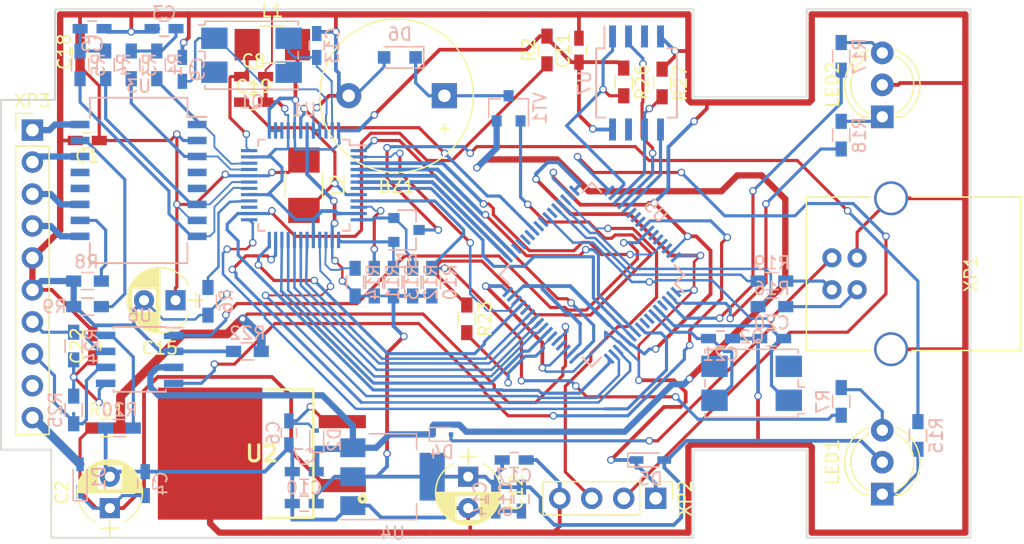
<source format=kicad_pcb>
(kicad_pcb (version 4) (host pcbnew 4.0.7-e2-6376~58~ubuntu16.04.1)
  (layers (0 F.Cu mixed) (31 B.Cu mixed) (34 B.Paste user) (35 F.Paste user) (36 B.SilkS user) (37 F.SilkS user) (38 B.Mask user) (39 F.Mask user) (44 Edge.Cuts user))
  (net 0 "")
  (net 1 "Net-(BZ1-Pad1)")
  (net 2 GND)
  (net 3 /TRANS_CT)
  (net 4 "Net-(C3-Pad1)")
  (net 5 "Net-(C5-Pad1)")
  (net 6 "Net-(C6-Pad1)")
  (net 7 "Net-(C8-Pad1)")
  (net 8 "Net-(C9-Pad1)")
  (net 9 "Net-(C13-Pad1)")
  (net 10 "Net-(C19-Pad1)")
  (net 11 "Net-(C20-Pad1)")
  (net 12 "Net-(C21-Pad1)")
  (net 13 "Net-(C22-Pad1)")
  (net 14 "Net-(D3-Pad1)")
  (net 15 "Net-(D3-Pad2)")
  (net 16 "Net-(D3-Pad3)")
  (net 17 "Net-(LED1-Pad1)")
  (net 18 "Net-(LED1-Pad3)")
  (net 19 "Net-(LED2-Pad1)")
  (net 20 "Net-(LED2-Pad3)")
  (net 21 /TRANSF_TX+)
  (net 22 /ETH_MIO)
  (net 23 /TRANSF_TX-)
  (net 24 /TRANSF_RX+)
  (net 25 /TRANSF_RX-)
  (net 26 "Net-(R6-Pad2)")
  (net 27 "Net-(R10-Pad2)")
  (net 28 "Net-(R8-Pad1)")
  (net 29 "Net-(R9-Pad2)")
  (net 30 "Net-(R11-Pad2)")
  (net 31 "Net-(R14-Pad2)")
  (net 32 "Net-(R16-Pad1)")
  (net 33 /USB_D+)
  (net 34 "Net-(R17-Pad1)")
  (net 35 "Net-(R18-Pad1)")
  (net 36 "Net-(R19-Pad1)")
  (net 37 /USB_D-)
  (net 38 "Net-(R20-Pad1)")
  (net 39 /ADC_Vbat)
  (net 40 "Net-(R23-Pad1)")
  (net 41 /BUZZER)
  (net 42 /OBD2_CAN_H)
  (net 43 /OBD2_CAN_L)
  (net 44 /ETH_MII_COL)
  (net 45 /ETH_MII_TX_EN)
  (net 46 /ETH_MII_TXD3)
  (net 47 /ETH_MII_TXD2)
  (net 48 /ETH_MII_TXD1)
  (net 49 /ETH_MII_TXD0)
  (net 50 /ETH_MII_TX_CLK)
  (net 51 /ETH_MII_RX_CLK)
  (net 52 /ETH_MII_RXD3)
  (net 53 /ETH_MII_RXD2)
  (net 54 /ETH_MII_RXD1)
  (net 55 /ETH_MII_RXDO)
  (net 56 /ETH_MII_RX_DV)
  (net 57 /ETH_MII_CRS)
  (net 58 /ETH_MII_RX_ER)
  (net 59 /ETH_MDC)
  (net 60 /ETH_RST)
  (net 61 /OBD2_RX-)
  (net 62 /OBD2_RX+)
  (net 63 /OBD2_TX-)
  (net 64 /OBD2_TX+)
  (net 65 "Net-(U5-Pad46)")
  (net 66 "Net-(U5-Pad49)")
  (net 67 /CAN_RX)
  (net 68 /CAN_TX)
  (net 69 /EEPROM_CS)
  (net 70 /EEPROM_SCK)
  (net 71 /EEPROM_MISO)
  (net 72 /EEPROM_MOSI)
  (net 73 /STM_ADC_12V)
  (net 74 /+5V)
  (net 75 /+3V3_EEPROM)
  (net 76 /OBD2_Vbat)
  (net 77 /USB_Vbus)
  (net 78 /+3V3_STM)
  (module TO_SOT_Packages_SMD:SOT-223-3Lead_TabPin2 (layer B.Cu) (at 138.102 117.152)
    (fp_text reference U4 (at 0 4.5) (layer B.SilkS) (effects (justify mirror)))
    (fp_text value LD1117S33TR_SOT223)
    (pad 2 smd rect (at 3.15 0) (size 2 3.8) (layers B.Cu B.Paste B.Mask) (net 75 /+3V3_EEPROM))
    (pad 2 smd rect (at -3.15 0) (size 2 1.5) (layers B.Cu B.Paste B.Mask) (net 75 /+3V3_EEPROM))
    (pad 3 smd rect (at -3.15 -2.3) (size 2 1.5) (layers B.Cu B.Paste B.Mask) (net 74 /+5V))
    (pad 1 smd rect (at -3.15 2.3) (size 2 1.5) (layers B.Cu B.Paste B.Mask) (net 2 GND))
  )
  (module Buzzers_Beepers:Buzzer_12x9.5RM7.6 (layer F.Cu) (at 142.22 86.868 180)
    (fp_text reference BZ1 (at 3.8 -7.2 180) (layer F.SilkS))
    (fp_text value Buzzer)
    (fp_text user + (at -0.01 -2.54 180) (layer F.SilkS))
    (pad 1 thru_hole rect (at 0 0 180) (size 2 2) (drill 1) (layers *.Cu *.Mask) (net 1 "Net-(BZ1-Pad1)"))
    (pad 2 thru_hole circle (at 7.6 0 180) (size 2 2) (drill 1) (layers *.Cu *.Mask) (net 2 GND))
  )
  (module Capacitors_SMD:C_0603_HandSoldering (layer F.Cu) (at 113.858 90.424 180)
    (fp_text reference C1 (at 0 -1.25 180) (layer F.SilkS))
    (fp_text value 100nf)
    (pad 1 smd rect (at -0.95 0 180) (size 1.2 0.75) (layers F.Cu F.Paste F.Mask) (net 3 /TRANS_CT))
    (pad 2 smd rect (at 0.95 0 180) (size 1.2 0.75) (layers F.Cu F.Paste F.Mask) (net 2 GND))
  )
  (module Capacitors_SMD:C_0603_HandSoldering (layer B.Cu) (at 119.954 81.534 180)
    (fp_text reference C3 (at 0 1.25 180) (layer B.SilkS) (effects (justify mirror)))
    (fp_text value 100nf)
    (pad 1 smd rect (at -0.95 0 180) (size 1.2 0.75) (layers B.Cu B.Paste B.Mask) (net 4 "Net-(C3-Pad1)"))
    (pad 2 smd rect (at 0.95 0 180) (size 1.2 0.75) (layers B.Cu B.Paste B.Mask) (net 2 GND))
  )
  (module Capacitors_SMD:C_0603_HandSoldering (layer B.Cu) (at 118.458 117.702 90)
    (fp_text reference C4 (at 0 1.25 90) (layer B.SilkS) (effects (justify mirror)))
    (fp_text value 0.33uF)
    (pad 1 smd rect (at -0.95 0 90) (size 1.2 0.75) (layers B.Cu B.Paste B.Mask) (net 73 /STM_ADC_12V))
    (pad 2 smd rect (at 0.95 0 90) (size 1.2 0.75) (layers B.Cu B.Paste B.Mask) (net 2 GND))
  )
  (module Capacitors_SMD:C_0603_HandSoldering (layer B.Cu) (at 114.239 81.534)
    (fp_text reference C5 (at 0 1.25) (layer B.SilkS) (effects (justify mirror)))
    (fp_text value 100nf)
    (pad 1 smd rect (at -0.95 0) (size 1.2 0.75) (layers B.Cu B.Paste B.Mask) (net 5 "Net-(C5-Pad1)"))
    (pad 2 smd rect (at 0.95 0) (size 1.2 0.75) (layers B.Cu B.Paste B.Mask) (net 2 GND))
  )
  (module Capacitors_SMD:C_0603_HandSoldering (layer B.Cu) (at 129.872 113.662 270)
    (fp_text reference C6 (at 0 1.25 270) (layer B.SilkS) (effects (justify mirror)))
    (fp_text value 0.1uF)
    (pad 1 smd rect (at -0.95 0 270) (size 1.2 0.75) (layers B.Cu B.Paste B.Mask) (net 6 "Net-(C6-Pad1)"))
    (pad 2 smd rect (at 0.95 0 270) (size 1.2 0.75) (layers B.Cu B.Paste B.Mask) (net 2 GND))
  )
  (module Capacitors_SMD:C_0603_HandSoldering (layer B.Cu) (at 131.092 116.752 180)
    (fp_text reference C7 (at 0 1.25 180) (layer B.SilkS) (effects (justify mirror)))
    (fp_text value 100nF)
    (pad 1 smd rect (at -0.95 0 180) (size 1.2 0.75) (layers B.Cu B.Paste B.Mask) (net 74 /+5V))
    (pad 2 smd rect (at 0.95 0 180) (size 1.2 0.75) (layers B.Cu B.Paste B.Mask) (net 2 GND))
  )
  (module Capacitors_SMD:C_0603_HandSoldering (layer F.Cu) (at 127.066 85.344)
    (fp_text reference C8 (at 0 -1.25) (layer F.SilkS))
    (fp_text value 100nf)
    (pad 1 smd rect (at -0.95 0) (size 1.2 0.75) (layers F.Cu F.Paste F.Mask) (net 7 "Net-(C8-Pad1)"))
    (pad 2 smd rect (at 0.95 0) (size 1.2 0.75) (layers F.Cu F.Paste F.Mask) (net 2 GND))
  )
  (module Capacitors_SMD:C_0603_HandSoldering (layer B.Cu) (at 131.092 119.292 180)
    (fp_text reference C10 (at 0 1.25 180) (layer B.SilkS) (effects (justify mirror)))
    (fp_text value 10uF)
    (pad 1 smd rect (at -0.95 0 180) (size 1.2 0.75) (layers B.Cu B.Paste B.Mask) (net 75 /+3V3_EEPROM))
    (pad 2 smd rect (at 0.95 0 180) (size 1.2 0.75) (layers B.Cu B.Paste B.Mask) (net 2 GND))
  )
  (module Capacitors_SMD:C_0603_HandSoldering (layer F.Cu) (at 152.908 83.246 90)
    (fp_text reference C11 (at 0 -1.25 90) (layer F.SilkS))
    (fp_text value 100nf)
    (pad 1 smd rect (at -0.95 0 90) (size 1.2 0.75) (layers F.Cu F.Paste F.Mask) (net 75 /+3V3_EEPROM))
    (pad 2 smd rect (at 0.95 0 90) (size 1.2 0.75) (layers F.Cu F.Paste F.Mask) (net 2 GND))
  )
  (module Capacitors_SMD:C_0603_HandSoldering (layer B.Cu) (at 146.304 118.938 270)
    (fp_text reference C14 (at 0 1.25 270) (layer B.SilkS) (effects (justify mirror)))
    (fp_text value 100nf)
    (pad 1 smd rect (at -0.95 0 270) (size 1.2 0.75) (layers B.Cu B.Paste B.Mask) (net 75 /+3V3_EEPROM))
    (pad 2 smd rect (at 0.95 0 270) (size 1.2 0.75) (layers B.Cu B.Paste B.Mask) (net 2 GND))
  )
  (module Capacitors_SMD:C_0603_HandSoldering (layer B.Cu) (at 148.336 118.938 270)
    (fp_text reference C16 (at 0 1.25 270) (layer B.SilkS) (effects (justify mirror)))
    (fp_text value 100nf)
    (pad 1 smd rect (at -0.95 0 270) (size 1.2 0.75) (layers B.Cu B.Paste B.Mask) (net 75 /+3V3_EEPROM))
    (pad 2 smd rect (at 0.95 0 270) (size 1.2 0.75) (layers B.Cu B.Paste B.Mask) (net 2 GND))
  )
  (module Capacitors_SMD:C_0603_HandSoldering (layer B.Cu) (at 147.762 115.824)
    (fp_text reference C17 (at 0 1.25) (layer B.SilkS) (effects (justify mirror)))
    (fp_text value 100nf)
    (pad 1 smd rect (at -0.95 0) (size 1.2 0.75) (layers B.Cu B.Paste B.Mask) (net 75 /+3V3_EEPROM))
    (pad 2 smd rect (at 0.95 0) (size 1.2 0.75) (layers B.Cu B.Paste B.Mask) (net 2 GND))
  )
  (module Capacitors_SMD:C_0603_HandSoldering (layer F.Cu) (at 113.284 83.378 90)
    (fp_text reference C18 (at 0 -1.25 90) (layer F.SilkS))
    (fp_text value 100nf)
    (pad 1 smd rect (at -0.95 0 90) (size 1.2 0.75) (layers F.Cu F.Paste F.Mask) (net 3 /TRANS_CT))
    (pad 2 smd rect (at 0.95 0 90) (size 1.2 0.75) (layers F.Cu F.Paste F.Mask) (net 2 GND))
  )
  (module Capacitors_SMD:C_0603_HandSoldering (layer F.Cu) (at 127.066 87.376)
    (fp_text reference C19 (at 0 -1.25) (layer F.SilkS))
    (fp_text value 100nf)
    (pad 1 smd rect (at -0.95 0) (size 1.2 0.75) (layers F.Cu F.Paste F.Mask) (net 10 "Net-(C19-Pad1)"))
    (pad 2 smd rect (at 0.95 0) (size 1.2 0.75) (layers F.Cu F.Paste F.Mask) (net 2 GND))
  )
  (module Capacitors_SMD:C_0603_HandSoldering (layer B.Cu) (at 168.214 106.172 180)
    (fp_text reference C20 (at 0 1.25 180) (layer B.SilkS) (effects (justify mirror)))
    (fp_text value 12pf)
    (pad 1 smd rect (at -0.95 0 180) (size 1.2 0.75) (layers B.Cu B.Paste B.Mask) (net 11 "Net-(C20-Pad1)"))
    (pad 2 smd rect (at 0.95 0 180) (size 1.2 0.75) (layers B.Cu B.Paste B.Mask) (net 2 GND))
  )
  (module Capacitors_SMD:C_0603_HandSoldering (layer B.Cu) (at 164.15 106.172)
    (fp_text reference C21 (at 0 1.25) (layer B.SilkS) (effects (justify mirror)))
    (fp_text value 12pf)
    (pad 1 smd rect (at -0.95 0) (size 1.2 0.75) (layers B.Cu B.Paste B.Mask) (net 12 "Net-(C21-Pad1)"))
    (pad 2 smd rect (at 0.95 0) (size 1.2 0.75) (layers B.Cu B.Paste B.Mask) (net 2 GND))
  )
  (module Capacitors_SMD:C_0603_HandSoldering (layer F.Cu) (at 114.3 106.746 90)
    (fp_text reference C22 (at 0 -1.25 90) (layer F.SilkS))
    (fp_text value 10pF)
    (pad 1 smd rect (at -0.95 0 90) (size 1.2 0.75) (layers F.Cu F.Paste F.Mask) (net 13 "Net-(C22-Pad1)"))
    (pad 2 smd rect (at 0.95 0 90) (size 1.2 0.75) (layers F.Cu F.Paste F.Mask) (net 2 GND))
  )
  (module Diodes_SMD:D_SC-80_HandSoldering (layer B.Cu) (at 113.284 117.264 90)
    (fp_text reference D1 (at 0 1.5 90) (layer B.SilkS) (effects (justify mirror)))
    (fp_text value PMLL4148L.115)
    (pad 2 smd rect (at 1.1 0 90) (size 1.1 0.6) (layers B.Cu B.Paste B.Mask) (net 76 /OBD2_Vbat))
    (pad 1 smd rect (at -1.1 0 90) (size 1.1 0.6) (layers B.Cu B.Paste B.Mask) (net 73 /STM_ADC_12V))
  )
  (module Diodes_SMD:D_SC-80 (layer B.Cu) (at 132.08 114.212 90)
    (fp_text reference D2 (at 0 1.4 90) (layer B.SilkS) (effects (justify mirror)))
    (fp_text value PMLL4148L.115)
    (pad 2 smd rect (at 0.725 0 90) (size 0.35 0.35) (layers B.Cu B.Paste B.Mask) (net 6 "Net-(C6-Pad1)"))
    (pad 1 smd rect (at -0.725 0 90) (size 0.35 0.35) (layers B.Cu B.Paste B.Mask) (net 74 /+5V))
  )
  (module TO_SOT_Packages_SMD:SOT-23 (layer B.Cu) (at 139.208 97.536)
    (fp_text reference D3 (at 0 2.5) (layer B.SilkS) (effects (justify mirror)))
    (fp_text value BAT54A)
    (pad 1 smd rect (at -1 0.95) (size 0.9 0.8) (layers B.Cu B.Paste B.Mask) (net 14 "Net-(D3-Pad1)"))
    (pad 2 smd rect (at -1 -0.95) (size 0.9 0.8) (layers B.Cu B.Paste B.Mask) (net 15 "Net-(D3-Pad2)"))
    (pad 3 smd rect (at 1 0) (size 0.9 0.8) (layers B.Cu B.Paste B.Mask) (net 16 "Net-(D3-Pad3)"))
  )
  (module Diodes_SMD:D_SC-80 (layer B.Cu) (at 142.023 113.792)
    (fp_text reference D4 (at 0 1.4) (layer B.SilkS) (effects (justify mirror)))
    (fp_text value PMLL4148L.115)
    (pad 2 smd rect (at 0.725 0) (size 0.35 0.35) (layers B.Cu B.Paste B.Mask) (net 77 /USB_Vbus))
    (pad 1 smd rect (at -0.725 0) (size 0.35 0.35) (layers B.Cu B.Paste B.Mask) (net 74 /+5V))
  )
  (module Diodes_SMD:D_SC-80_HandSoldering (layer B.Cu) (at 158.58 115.824)
    (fp_text reference D5 (at 0 1.5) (layer B.SilkS) (effects (justify mirror)))
    (fp_text value PMLL4148L.115)
    (pad 2 smd rect (at 1.1 0) (size 1.1 0.6) (layers B.Cu B.Paste B.Mask) (net 75 /+3V3_EEPROM))
    (pad 1 smd rect (at -1.1 0) (size 1.1 0.6) (layers B.Cu B.Paste B.Mask) (net 78 /+3V3_STM))
  )
  (module Diodes_SMD:D_SOD-323_HandSoldering (layer B.Cu) (at 138.684 83.82 180)
    (fp_text reference D6 (at 0 1.85 180) (layer B.SilkS) (effects (justify mirror)))
    (fp_text value "M4 BAV16W or 1N4148WS")
    (pad 1 smd rect (at -1.25 0 180) (size 1 1) (layers B.Cu B.Paste B.Mask) (net 1 "Net-(BZ1-Pad1)"))
    (pad 2 smd rect (at 1.25 0 180) (size 1 1) (layers B.Cu B.Paste B.Mask) (net 2 GND))
  )
  (module Inductors_SMD:L_1210_HandSoldering (layer F.Cu) (at 128.556 82.804)
    (fp_text reference L1 (at 0 -2.7) (layer F.SilkS))
    (fp_text value 4R7K)
    (pad 1 smd rect (at -2 0) (size 2 2.5) (layers F.Cu F.Paste F.Mask) (net 7 "Net-(C8-Pad1)"))
    (pad 2 smd rect (at 2 0) (size 2 2.5) (layers F.Cu F.Paste F.Mask) (net 75 /+3V3_EEPROM))
  )
  (module Inductors_SMD:L_1210_HandSoldering (layer F.Cu) (at 131.064 93.98 270)
    (fp_text reference L2 (at 0 -2.7 270) (layer F.SilkS))
    (fp_text value 4R7K)
    (pad 1 smd rect (at -2 0 270) (size 2 2.5) (layers F.Cu F.Paste F.Mask) (net 3 /TRANS_CT))
    (pad 2 smd rect (at 2 0 270) (size 2 2.5) (layers F.Cu F.Paste F.Mask) (net 10 "Net-(C19-Pad1)"))
  )
  (module LEDs:LED_D5.0mm-3 (layer F.Cu) (at 177 118.54 90)
    (fp_text reference LED1 (at 2.54 -3.96 90) (layer F.SilkS))
    (fp_text value LED_Dual_CAC)
    (pad 1 thru_hole rect (at 0 0 90) (size 1.8 1.8) (drill 0.9) (layers *.Cu *.Mask) (net 17 "Net-(LED1-Pad1)"))
    (pad 2 thru_hole circle (at 2.54 0 90) (size 1.8 1.8) (drill 0.9) (layers *.Cu *.Mask) (net 75 /+3V3_EEPROM))
    (pad 3 thru_hole circle (at 5.08 0 90) (size 1.8 1.8) (drill 0.9) (layers *.Cu *.Mask) (net 18 "Net-(LED1-Pad3)"))
  )
  (module LEDs:LED_D5.0mm-3 (layer F.Cu) (at 177 88.54 90)
    (fp_text reference LED2 (at 2.54 -3.96 90) (layer F.SilkS))
    (fp_text value "LED_Dual_ACA 5mm R G")
    (pad 1 thru_hole rect (at 0 0 90) (size 1.8 1.8) (drill 0.9) (layers *.Cu *.Mask) (net 19 "Net-(LED2-Pad1)"))
    (pad 2 thru_hole circle (at 2.54 0 90) (size 1.8 1.8) (drill 0.9) (layers *.Cu *.Mask) (net 2 GND))
    (pad 3 thru_hole circle (at 5.08 0 90) (size 1.8 1.8) (drill 0.9) (layers *.Cu *.Mask) (net 20 "Net-(LED2-Pad3)"))
  )
  (module Resistors_SMD:R_0603_HandSoldering (layer B.Cu) (at 119.38 84.412 90)
    (fp_text reference R1 (at 0 1.45 90) (layer B.SilkS) (effects (justify mirror)))
    (fp_text value "49.9 Ohm 1%")
    (pad 1 smd rect (at -1.1 0 90) (size 1.2 0.9) (layers B.Cu B.Paste B.Mask) (net 21 /TRANSF_TX+))
    (pad 2 smd rect (at 1.1 0 90) (size 1.2 0.9) (layers B.Cu B.Paste B.Mask) (net 4 "Net-(C3-Pad1)"))
  )
  (module Resistors_SMD:R_0603_HandSoldering (layer F.Cu) (at 150.368 83.228 90)
    (fp_text reference R2 (at 0 -1.45 90) (layer F.SilkS))
    (fp_text value 4k7)
    (pad 1 smd rect (at -1.1 0 90) (size 1.2 0.9) (layers F.Cu F.Paste F.Mask) (net 22 /ETH_MIO))
    (pad 2 smd rect (at 1.1 0 90) (size 1.2 0.9) (layers F.Cu F.Paste F.Mask) (net 75 /+3V3_EEPROM))
  )
  (module Resistors_SMD:R_0603_HandSoldering (layer B.Cu) (at 117.348 84.412 90)
    (fp_text reference R3 (at 0 1.45 90) (layer B.SilkS) (effects (justify mirror)))
    (fp_text value "49.9 Ohm 1%")
    (pad 1 smd rect (at -1.1 0 90) (size 1.2 0.9) (layers B.Cu B.Paste B.Mask) (net 23 /TRANSF_TX-))
    (pad 2 smd rect (at 1.1 0 90) (size 1.2 0.9) (layers B.Cu B.Paste B.Mask) (net 4 "Net-(C3-Pad1)"))
  )
  (module Resistors_SMD:R_0603_HandSoldering (layer B.Cu) (at 115.316 84.412 90)
    (fp_text reference R4 (at 0 1.45 90) (layer B.SilkS) (effects (justify mirror)))
    (fp_text value "49.9 Ohm 1%")
    (pad 1 smd rect (at -1.1 0 90) (size 1.2 0.9) (layers B.Cu B.Paste B.Mask) (net 24 /TRANSF_RX+))
    (pad 2 smd rect (at 1.1 0 90) (size 1.2 0.9) (layers B.Cu B.Paste B.Mask) (net 5 "Net-(C5-Pad1)"))
  )
  (module Resistors_SMD:R_0603_HandSoldering (layer B.Cu) (at 113.284 84.412 90)
    (fp_text reference R5 (at 0 1.45 90) (layer B.SilkS) (effects (justify mirror)))
    (fp_text value "49.9 Ohm 1%")
    (pad 1 smd rect (at -1.1 0 90) (size 1.2 0.9) (layers B.Cu B.Paste B.Mask) (net 25 /TRANSF_RX-))
    (pad 2 smd rect (at 1.1 0 90) (size 1.2 0.9) (layers B.Cu B.Paste B.Mask) (net 5 "Net-(C5-Pad1)"))
  )
  (module Resistors_SMD:R_0603_HandSoldering (layer B.Cu) (at 123.444 103.208 90)
    (fp_text reference R6 (at 0 1.45 90) (layer B.SilkS) (effects (justify mirror)))
    (fp_text value "2k 1%")
    (pad 1 smd rect (at -1.1 0 90) (size 1.2 0.9) (layers B.Cu B.Paste B.Mask) (net 2 GND))
    (pad 2 smd rect (at 1.1 0 90) (size 1.2 0.9) (layers B.Cu B.Paste B.Mask) (net 26 "Net-(R6-Pad2)"))
  )
  (module Resistors_SMD:R_0603_HandSoldering (layer B.Cu) (at 173.736 111.168 270)
    (fp_text reference R7 (at 0 1.45 270) (layer B.SilkS) (effects (justify mirror)))
    (fp_text value 200)
    (pad 1 smd rect (at -1.1 0 270) (size 1.2 0.9) (layers B.Cu B.Paste B.Mask) (net 18 "Net-(LED1-Pad3)"))
    (pad 2 smd rect (at 1.1 0 270) (size 1.2 0.9) (layers B.Cu B.Paste B.Mask) (net 27 "Net-(R10-Pad2)"))
  )
  (module Resistors_SMD:R_0603_HandSoldering (layer B.Cu) (at 113.876 103.632 180)
    (fp_text reference R8 (at 0.084 3.556 180) (layer B.SilkS) (effects (justify mirror)))
    (fp_text value 75)
    (pad 1 smd rect (at -1.1 0 180) (size 1.2 0.9) (layers B.Cu B.Paste B.Mask) (net 28 "Net-(R8-Pad1)"))
    (pad 2 smd rect (at 1.1 0 180) (size 1.2 0.9) (layers B.Cu B.Paste B.Mask) (net 2 GND))
  )
  (module Resistors_SMD:R_0603_HandSoldering (layer B.Cu) (at 113.876 101.6)
    (fp_text reference R9 (at -2.624 2.032) (layer B.SilkS) (effects (justify mirror)))
    (fp_text value 75)
    (pad 1 smd rect (at -1.1 0) (size 1.2 0.9) (layers B.Cu B.Paste B.Mask) (net 2 GND))
    (pad 2 smd rect (at 1.1 0) (size 1.2 0.9) (layers B.Cu B.Paste B.Mask) (net 29 "Net-(R9-Pad2)"))
  )
  (module Resistors_SMD:R_0603_HandSoldering (layer B.Cu) (at 141.224 101.684 90)
    (fp_text reference R10 (at 0 1.45 90) (layer B.SilkS) (effects (justify mirror)))
    (fp_text value 4k7)
    (pad 1 smd rect (at -1.1 0 90) (size 1.2 0.9) (layers B.Cu B.Paste B.Mask) (net 75 /+3V3_EEPROM))
    (pad 2 smd rect (at 1.1 0 90) (size 1.2 0.9) (layers B.Cu B.Paste B.Mask) (net 27 "Net-(R10-Pad2)"))
  )
  (module Resistors_SMD:R_0603_HandSoldering (layer B.Cu) (at 136.652 101.684 90)
    (fp_text reference R11 (at 0 1.45 90) (layer B.SilkS) (effects (justify mirror)))
    (fp_text value 4k7)
    (pad 1 smd rect (at -1.1 0 90) (size 1.2 0.9) (layers B.Cu B.Paste B.Mask) (net 75 /+3V3_EEPROM))
    (pad 2 smd rect (at 1.1 0 90) (size 1.2 0.9) (layers B.Cu B.Paste B.Mask) (net 30 "Net-(R11-Pad2)"))
  )
  (module Resistors_SMD:R_0603_HandSoldering (layer B.Cu) (at 139.7 101.684 90)
    (fp_text reference R12 (at 0 1.45 90) (layer B.SilkS) (effects (justify mirror)))
    (fp_text value 4k7)
    (pad 1 smd rect (at -1.1 0 90) (size 1.2 0.9) (layers B.Cu B.Paste B.Mask) (net 75 /+3V3_EEPROM))
    (pad 2 smd rect (at 1.1 0 90) (size 1.2 0.9) (layers B.Cu B.Paste B.Mask) (net 15 "Net-(D3-Pad2)"))
  )
  (module Resistors_SMD:R_0603_HandSoldering (layer B.Cu) (at 138.176 101.684 90)
    (fp_text reference R13 (at 0 1.45 90) (layer B.SilkS) (effects (justify mirror)))
    (fp_text value 4k7)
    (pad 1 smd rect (at -1.1 0 90) (size 1.2 0.9) (layers B.Cu B.Paste B.Mask) (net 75 /+3V3_EEPROM))
    (pad 2 smd rect (at 1.1 0 90) (size 1.2 0.9) (layers B.Cu B.Paste B.Mask) (net 14 "Net-(D3-Pad1)"))
  )
  (module Resistors_SMD:R_0603_HandSoldering (layer B.Cu) (at 135.128 101.684 90)
    (fp_text reference R14 (at 0 1.45 90) (layer B.SilkS) (effects (justify mirror)))
    (fp_text value 4k7)
    (pad 1 smd rect (at -1.1 0 90) (size 1.2 0.9) (layers B.Cu B.Paste B.Mask) (net 75 /+3V3_EEPROM))
    (pad 2 smd rect (at 1.1 0 90) (size 1.2 0.9) (layers B.Cu B.Paste B.Mask) (net 31 "Net-(R14-Pad2)"))
  )
  (module Resistors_SMD:R_0603_HandSoldering (layer B.Cu) (at 179.832 113.876 90)
    (fp_text reference R15 (at 0 1.45 90) (layer B.SilkS) (effects (justify mirror)))
    (fp_text value 200)
    (pad 1 smd rect (at -1.1 0 90) (size 1.2 0.9) (layers B.Cu B.Paste B.Mask) (net 17 "Net-(LED1-Pad1)"))
    (pad 2 smd rect (at 1.1 0 90) (size 1.2 0.9) (layers B.Cu B.Paste B.Mask) (net 16 "Net-(D3-Pad3)"))
  )
  (module Resistors_SMD:R_0603_HandSoldering (layer B.Cu) (at 168.232 103.632 180)
    (fp_text reference R16 (at 0 1.45 180) (layer B.SilkS) (effects (justify mirror)))
    (fp_text value 22)
    (pad 1 smd rect (at -1.1 0 180) (size 1.2 0.9) (layers B.Cu B.Paste B.Mask) (net 32 "Net-(R16-Pad1)"))
    (pad 2 smd rect (at 1.1 0 180) (size 1.2 0.9) (layers B.Cu B.Paste B.Mask) (net 33 /USB_D+))
  )
  (module Resistors_SMD:R_0603_HandSoldering (layer B.Cu) (at 173.736 83.736 90)
    (fp_text reference R17 (at 0 1.45 90) (layer B.SilkS) (effects (justify mirror)))
    (fp_text value 680)
    (pad 1 smd rect (at -1.1 0 90) (size 1.2 0.9) (layers B.Cu B.Paste B.Mask) (net 34 "Net-(R17-Pad1)"))
    (pad 2 smd rect (at 1.1 0 90) (size 1.2 0.9) (layers B.Cu B.Paste B.Mask) (net 20 "Net-(LED2-Pad3)"))
  )
  (module Resistors_SMD:R_0603_HandSoldering (layer B.Cu) (at 173.736 90 90)
    (fp_text reference R18 (at 0 1.45 90) (layer B.SilkS) (effects (justify mirror)))
    (fp_text value 680)
    (pad 1 smd rect (at -1.1 0 90) (size 1.2 0.9) (layers B.Cu B.Paste B.Mask) (net 35 "Net-(R18-Pad1)"))
    (pad 2 smd rect (at 1.1 0 90) (size 1.2 0.9) (layers B.Cu B.Paste B.Mask) (net 19 "Net-(LED2-Pad1)"))
  )
  (module Resistors_SMD:R_0603_HandSoldering (layer B.Cu) (at 168.232 101.6 180)
    (fp_text reference R19 (at 0 1.45 180) (layer B.SilkS) (effects (justify mirror)))
    (fp_text value 22)
    (pad 1 smd rect (at -1.1 0 180) (size 1.2 0.9) (layers B.Cu B.Paste B.Mask) (net 36 "Net-(R19-Pad1)"))
    (pad 2 smd rect (at 1.1 0 180) (size 1.2 0.9) (layers B.Cu B.Paste B.Mask) (net 37 /USB_D-))
  )
  (module Resistors_SMD:R_0603_HandSoldering (layer B.Cu) (at 116.416 113.284 180)
    (fp_text reference R20 (at 0 1.45 180) (layer B.SilkS) (effects (justify mirror)))
    (fp_text value 10k)
    (pad 1 smd rect (at -1.1 0 180) (size 1.2 0.9) (layers B.Cu B.Paste B.Mask) (net 38 "Net-(R20-Pad1)"))
    (pad 2 smd rect (at 1.1 0 180) (size 1.2 0.9) (layers B.Cu B.Paste B.Mask) (net 2 GND))
  )
  (module Resistors_SMD:R_0603_HandSoldering (layer F.Cu) (at 115.4 113.284)
    (fp_text reference R21 (at 0 -1.45) (layer F.SilkS))
    (fp_text value 9k)
    (pad 1 smd rect (at -1.1 0) (size 1.2 0.9) (layers F.Cu F.Paste F.Mask) (net 73 /STM_ADC_12V))
    (pad 2 smd rect (at 1.1 0) (size 1.2 0.9) (layers F.Cu F.Paste F.Mask) (net 39 /ADC_Vbat))
  )
  (module Resistors_SMD:R_0603_HandSoldering (layer B.Cu) (at 126.576 107.188 180)
    (fp_text reference R22 (at 0 1.45 180) (layer B.SilkS) (effects (justify mirror)))
    (fp_text value 2.2k)
    (pad 1 smd rect (at -1.1 0 180) (size 1.2 0.9) (layers B.Cu B.Paste B.Mask) (net 39 /ADC_Vbat))
    (pad 2 smd rect (at 1.1 0 180) (size 1.2 0.9) (layers B.Cu B.Paste B.Mask) (net 2 GND))
  )
  (module Resistors_SMD:R_0603_HandSoldering (layer F.Cu) (at 144 104.6 270)
    (fp_text reference R23 (at 0 -1.45 270) (layer F.SilkS))
    (fp_text value 2k)
    (pad 1 smd rect (at -1.1 0 270) (size 1.2 0.9) (layers F.Cu F.Paste F.Mask) (net 40 "Net-(R23-Pad1)"))
    (pad 2 smd rect (at 1.1 0 270) (size 1.2 0.9) (layers F.Cu F.Paste F.Mask) (net 41 /BUZZER))
  )
  (module Resistors_SMD:R_0603_HandSoldering (layer B.Cu) (at 112.776 106.764 90)
    (fp_text reference R24 (at 0 1.45 90) (layer B.SilkS) (effects (justify mirror)))
    (fp_text value 60)
    (pad 1 smd rect (at -1.1 0 90) (size 1.2 0.9) (layers B.Cu B.Paste B.Mask) (net 13 "Net-(C22-Pad1)"))
    (pad 2 smd rect (at 1.1 0 90) (size 1.2 0.9) (layers B.Cu B.Paste B.Mask) (net 42 /OBD2_CAN_H))
  )
  (module Resistors_SMD:R_0603_HandSoldering (layer B.Cu) (at 112.776 111.844 270)
    (fp_text reference R25 (at 0 1.45 270) (layer B.SilkS) (effects (justify mirror)))
    (fp_text value 60)
    (pad 1 smd rect (at -1.1 0 270) (size 1.2 0.9) (layers B.Cu B.Paste B.Mask) (net 13 "Net-(C22-Pad1)"))
    (pad 2 smd rect (at 1.1 0 270) (size 1.2 0.9) (layers B.Cu B.Paste B.Mask) (net 43 /OBD2_CAN_L))
  )
  (module Housings_SOIC:SOIC-16W_7.5x12.8mm_Pitch1.27mm (layer B.Cu) (at 117.934 93.599 180)
    (fp_text reference U3 (at 0 7.5 180) (layer B.SilkS) (effects (justify mirror)))
    (fp_text value H1102NLT)
    (pad 1 smd rect (at -4.65 4.445 180) (size 1.5 0.6) (layers B.Cu B.Paste B.Mask) (net 21 /TRANSF_TX+))
    (pad 2 smd rect (at -4.65 3.175 180) (size 1.5 0.6) (layers B.Cu B.Paste B.Mask) (net 3 /TRANS_CT))
    (pad 3 smd rect (at -4.65 1.905 180) (size 1.5 0.6) (layers B.Cu B.Paste B.Mask) (net 23 /TRANSF_TX-))
    (pad 4 smd rect (at -4.65 0.635 180) (size 1.5 0.6) (layers B.Cu B.Paste B.Mask))
    (pad 5 smd rect (at -4.65 -0.635 180) (size 1.5 0.6) (layers B.Cu B.Paste B.Mask))
    (pad 6 smd rect (at -4.65 -1.905 180) (size 1.5 0.6) (layers B.Cu B.Paste B.Mask) (net 24 /TRANSF_RX+))
    (pad 7 smd rect (at -4.65 -3.175 180) (size 1.5 0.6) (layers B.Cu B.Paste B.Mask) (net 3 /TRANS_CT))
    (pad 8 smd rect (at -4.65 -4.445 180) (size 1.5 0.6) (layers B.Cu B.Paste B.Mask) (net 25 /TRANSF_RX-))
    (pad 9 smd rect (at 4.65 -4.445 180) (size 1.5 0.6) (layers B.Cu B.Paste B.Mask) (net 61 /OBD2_RX-))
    (pad 10 smd rect (at 4.65 -3.175 180) (size 1.5 0.6) (layers B.Cu B.Paste B.Mask) (net 29 "Net-(R9-Pad2)"))
    (pad 11 smd rect (at 4.65 -1.905 180) (size 1.5 0.6) (layers B.Cu B.Paste B.Mask) (net 62 /OBD2_RX+))
    (pad 12 smd rect (at 4.65 -0.635 180) (size 1.5 0.6) (layers B.Cu B.Paste B.Mask))
    (pad 13 smd rect (at 4.65 0.635 180) (size 1.5 0.6) (layers B.Cu B.Paste B.Mask))
    (pad 14 smd rect (at 4.65 1.905 180) (size 1.5 0.6) (layers B.Cu B.Paste B.Mask) (net 63 /OBD2_TX-))
    (pad 15 smd rect (at 4.65 3.175 180) (size 1.5 0.6) (layers B.Cu B.Paste B.Mask) (net 28 "Net-(R8-Pad1)"))
    (pad 16 smd rect (at 4.65 4.445 180) (size 1.5 0.6) (layers B.Cu B.Paste B.Mask) (net 64 /OBD2_TX+))
  )
  (module Housings_QFP:LQFP-64_10x10mm_Pitch0.5mm (layer B.Cu) (at 153.924 101.092 135)
    (fp_text reference U5 (at 0 7.2 135) (layer B.SilkS) (effects (justify mirror)))
    (fp_text value STM32F107RCTx)
    (pad 1 smd rect (at -5.7 3.75 135) (size 1 0.25) (layers B.Cu B.Paste B.Mask) (net 78 /+3V3_STM))
    (pad 2 smd rect (at -5.7 3.25 135) (size 1 0.25) (layers B.Cu B.Paste B.Mask) (net 35 "Net-(R18-Pad1)"))
    (pad 3 smd rect (at -5.7 2.75 135) (size 1 0.25) (layers B.Cu B.Paste B.Mask) (net 34 "Net-(R17-Pad1)"))
    (pad 4 smd rect (at -5.7 2.25 135) (size 1 0.25) (layers B.Cu B.Paste B.Mask))
    (pad 5 smd rect (at -5.7 1.75 135) (size 1 0.25) (layers B.Cu B.Paste B.Mask) (net 11 "Net-(C20-Pad1)"))
    (pad 6 smd rect (at -5.7 1.25 135) (size 1 0.25) (layers B.Cu B.Paste B.Mask) (net 12 "Net-(C21-Pad1)"))
    (pad 7 smd rect (at -5.7 0.75 135) (size 1 0.25) (layers B.Cu B.Paste B.Mask))
    (pad 8 smd rect (at -5.7 0.25 135) (size 1 0.25) (layers B.Cu B.Paste B.Mask))
    (pad 9 smd rect (at -5.7 -0.25 135) (size 1 0.25) (layers B.Cu B.Paste B.Mask) (net 59 /ETH_MDC))
    (pad 10 smd rect (at -5.7 -0.75 135) (size 1 0.25) (layers B.Cu B.Paste B.Mask) (net 47 /ETH_MII_TXD2))
    (pad 11 smd rect (at -5.7 -1.25 135) (size 1 0.25) (layers B.Cu B.Paste B.Mask) (net 50 /ETH_MII_TX_CLK))
    (pad 12 smd rect (at -5.7 -1.75 135) (size 1 0.25) (layers B.Cu B.Paste B.Mask) (net 2 GND))
    (pad 13 smd rect (at -5.7 -2.25 135) (size 1 0.25) (layers B.Cu B.Paste B.Mask) (net 78 /+3V3_STM))
    (pad 14 smd rect (at -5.7 -2.75 135) (size 1 0.25) (layers B.Cu B.Paste B.Mask) (net 57 /ETH_MII_CRS))
    (pad 15 smd rect (at -5.7 -3.25 135) (size 1 0.25) (layers B.Cu B.Paste B.Mask) (net 51 /ETH_MII_RX_CLK))
    (pad 16 smd rect (at -5.7 -3.75 135) (size 1 0.25) (layers B.Cu B.Paste B.Mask) (net 22 /ETH_MIO))
    (pad 17 smd rect (at -3.75 -5.7 45) (size 1 0.25) (layers B.Cu B.Paste B.Mask) (net 44 /ETH_MII_COL))
    (pad 18 smd rect (at -3.25 -5.7 45) (size 1 0.25) (layers B.Cu B.Paste B.Mask) (net 2 GND))
    (pad 19 smd rect (at -2.75 -5.7 45) (size 1 0.25) (layers B.Cu B.Paste B.Mask) (net 78 /+3V3_STM))
    (pad 20 smd rect (at -2.25 -5.7 45) (size 1 0.25) (layers B.Cu B.Paste B.Mask))
    (pad 21 smd rect (at -1.75 -5.7 45) (size 1 0.25) (layers B.Cu B.Paste B.Mask) (net 39 /ADC_Vbat))
    (pad 22 smd rect (at -1.25 -5.7 45) (size 1 0.25) (layers B.Cu B.Paste B.Mask) (net 41 /BUZZER))
    (pad 23 smd rect (at -0.75 -5.7 45) (size 1 0.25) (layers B.Cu B.Paste B.Mask) (net 56 /ETH_MII_RX_DV))
    (pad 24 smd rect (at -0.25 -5.7 45) (size 1 0.25) (layers B.Cu B.Paste B.Mask) (net 55 /ETH_MII_RXDO))
    (pad 25 smd rect (at 0.25 -5.7 45) (size 1 0.25) (layers B.Cu B.Paste B.Mask) (net 54 /ETH_MII_RXD1))
    (pad 26 smd rect (at 0.75 -5.7 45) (size 1 0.25) (layers B.Cu B.Paste B.Mask) (net 53 /ETH_MII_RXD2))
    (pad 27 smd rect (at 1.25 -5.7 45) (size 1 0.25) (layers B.Cu B.Paste B.Mask) (net 52 /ETH_MII_RXD3))
    (pad 28 smd rect (at 1.75 -5.7 45) (size 1 0.25) (layers B.Cu B.Paste B.Mask))
    (pad 29 smd rect (at 2.25 -5.7 45) (size 1 0.25) (layers B.Cu B.Paste B.Mask) (net 58 /ETH_MII_RX_ER))
    (pad 30 smd rect (at 2.75 -5.7 45) (size 1 0.25) (layers B.Cu B.Paste B.Mask) (net 45 /ETH_MII_TX_EN))
    (pad 31 smd rect (at 3.25 -5.7 45) (size 1 0.25) (layers B.Cu B.Paste B.Mask) (net 2 GND))
    (pad 32 smd rect (at 3.75 -5.7 45) (size 1 0.25) (layers B.Cu B.Paste B.Mask) (net 78 /+3V3_STM))
    (pad 33 smd rect (at 5.7 -3.75 135) (size 1 0.25) (layers B.Cu B.Paste B.Mask) (net 49 /ETH_MII_TXD0))
    (pad 34 smd rect (at 5.7 -3.25 135) (size 1 0.25) (layers B.Cu B.Paste B.Mask) (net 48 /ETH_MII_TXD1))
    (pad 35 smd rect (at 5.7 -2.75 135) (size 1 0.25) (layers B.Cu B.Paste B.Mask))
    (pad 36 smd rect (at 5.7 -2.25 135) (size 1 0.25) (layers B.Cu B.Paste B.Mask))
    (pad 37 smd rect (at 5.7 -1.75 135) (size 1 0.25) (layers B.Cu B.Paste B.Mask))
    (pad 38 smd rect (at 5.7 -1.25 135) (size 1 0.25) (layers B.Cu B.Paste B.Mask))
    (pad 39 smd rect (at 5.7 -0.75 135) (size 1 0.25) (layers B.Cu B.Paste B.Mask) (net 60 /ETH_RST))
    (pad 40 smd rect (at 5.7 -0.25 135) (size 1 0.25) (layers B.Cu B.Paste B.Mask))
    (pad 41 smd rect (at 5.7 0.25 135) (size 1 0.25) (layers B.Cu B.Paste B.Mask))
    (pad 42 smd rect (at 5.7 0.75 135) (size 1 0.25) (layers B.Cu B.Paste B.Mask) (net 77 /USB_Vbus))
    (pad 43 smd rect (at 5.7 1.25 135) (size 1 0.25) (layers B.Cu B.Paste B.Mask))
    (pad 44 smd rect (at 5.7 1.75 135) (size 1 0.25) (layers B.Cu B.Paste B.Mask) (net 37 /USB_D-))
    (pad 45 smd rect (at 5.7 2.25 135) (size 1 0.25) (layers B.Cu B.Paste B.Mask) (net 33 /USB_D+))
    (pad 46 smd rect (at 5.7 2.75 135) (size 1 0.25) (layers B.Cu B.Paste B.Mask) (net 65 "Net-(U5-Pad46)"))
    (pad 47 smd rect (at 5.7 3.25 135) (size 1 0.25) (layers B.Cu B.Paste B.Mask) (net 2 GND))
    (pad 48 smd rect (at 5.7 3.75 135) (size 1 0.25) (layers B.Cu B.Paste B.Mask) (net 78 /+3V3_STM))
    (pad 49 smd rect (at 3.75 5.7 45) (size 1 0.25) (layers B.Cu B.Paste B.Mask) (net 66 "Net-(U5-Pad49)"))
    (pad 50 smd rect (at 3.25 5.7 45) (size 1 0.25) (layers B.Cu B.Paste B.Mask) (net 69 /EEPROM_CS))
    (pad 51 smd rect (at 2.75 5.7 45) (size 1 0.25) (layers B.Cu B.Paste B.Mask) (net 70 /EEPROM_SCK))
    (pad 52 smd rect (at 2.25 5.7 45) (size 1 0.25) (layers B.Cu B.Paste B.Mask) (net 71 /EEPROM_MISO))
    (pad 53 smd rect (at 1.75 5.7 45) (size 1 0.25) (layers B.Cu B.Paste B.Mask) (net 72 /EEPROM_MOSI))
    (pad 54 smd rect (at 1.25 5.7 45) (size 1 0.25) (layers B.Cu B.Paste B.Mask))
    (pad 55 smd rect (at 0.75 5.7 45) (size 1 0.25) (layers B.Cu B.Paste B.Mask))
    (pad 56 smd rect (at 0.25 5.7 45) (size 1 0.25) (layers B.Cu B.Paste B.Mask))
    (pad 57 smd rect (at -0.25 5.7 45) (size 1 0.25) (layers B.Cu B.Paste B.Mask) (net 67 /CAN_RX))
    (pad 58 smd rect (at -0.75 5.7 45) (size 1 0.25) (layers B.Cu B.Paste B.Mask) (net 68 /CAN_TX))
    (pad 59 smd rect (at -1.25 5.7 45) (size 1 0.25) (layers B.Cu B.Paste B.Mask))
    (pad 60 smd rect (at -1.75 5.7 45) (size 1 0.25) (layers B.Cu B.Paste B.Mask))
    (pad 61 smd rect (at -2.25 5.7 45) (size 1 0.25) (layers B.Cu B.Paste B.Mask) (net 46 /ETH_MII_TXD3))
    (pad 62 smd rect (at -2.75 5.7 45) (size 1 0.25) (layers B.Cu B.Paste B.Mask))
    (pad 63 smd rect (at -3.25 5.7 45) (size 1 0.25) (layers B.Cu B.Paste B.Mask) (net 2 GND))
    (pad 64 smd rect (at -3.75 5.7 45) (size 1 0.25) (layers B.Cu B.Paste B.Mask) (net 78 /+3V3_STM))
  )
  (module Housings_SOIC:SOIC-8_3.9x4.9mm_Pitch1.27mm (layer B.Cu) (at 118.016 107.823 180)
    (fp_text reference U6 (at 0 3.5 180) (layer B.SilkS) (effects (justify mirror)))
    (fp_text value TJA1040T)
    (pad 1 smd rect (at -2.7 1.905 180) (size 1.55 0.6) (layers B.Cu B.Paste B.Mask) (net 68 /CAN_TX))
    (pad 2 smd rect (at -2.7 0.635 180) (size 1.55 0.6) (layers B.Cu B.Paste B.Mask) (net 2 GND))
    (pad 3 smd rect (at -2.7 -0.635 180) (size 1.55 0.6) (layers B.Cu B.Paste B.Mask) (net 74 /+5V))
    (pad 4 smd rect (at -2.7 -1.905 180) (size 1.55 0.6) (layers B.Cu B.Paste B.Mask) (net 67 /CAN_RX))
    (pad 5 smd rect (at 2.7 -1.905 180) (size 1.55 0.6) (layers B.Cu B.Paste B.Mask) (net 13 "Net-(C22-Pad1)"))
    (pad 6 smd rect (at 2.7 -0.635 180) (size 1.55 0.6) (layers B.Cu B.Paste B.Mask) (net 43 /OBD2_CAN_L))
    (pad 7 smd rect (at 2.7 0.635 180) (size 1.55 0.6) (layers B.Cu B.Paste B.Mask) (net 42 /OBD2_CAN_H))
    (pad 8 smd rect (at 2.7 1.905 180) (size 1.55 0.6) (layers B.Cu B.Paste B.Mask) (net 38 "Net-(R20-Pad1)"))
  )
  (module TO_SOT_Packages_SMD:SOT-23 (layer B.Cu) (at 147.32 87.868 90)
    (fp_text reference VT1 (at 0 2.5 90) (layer B.SilkS) (effects (justify mirror)))
    (fp_text value "Y2 or SS8550")
    (pad 1 smd rect (at -1 0.95 90) (size 0.9 0.8) (layers B.Cu B.Paste B.Mask) (net 40 "Net-(R23-Pad1)"))
    (pad 2 smd rect (at -1 -0.95 90) (size 0.9 0.8) (layers B.Cu B.Paste B.Mask) (net 74 /+5V))
    (pad 3 smd rect (at 1 0 90) (size 0.9 0.8) (layers B.Cu B.Paste B.Mask) (net 1 "Net-(BZ1-Pad1)"))
  )
  (module Connectors:USB_B (layer F.Cu) (at 173 99.75)
    (fp_text reference XP1 (at 11.05 1.27 90) (layer F.SilkS))
    (fp_text value USB_B)
    (pad 2 thru_hole circle (at 0 2.54 270) (size 1.52 1.52) (drill 0.81) (layers *.Cu *.Mask) (net 36 "Net-(R19-Pad1)"))
    (pad 1 thru_hole circle (at 0 0 270) (size 1.52 1.52) (drill 0.81) (layers *.Cu *.Mask) (net 77 /USB_Vbus))
    (pad 4 thru_hole circle (at 2 0 270) (size 1.52 1.52) (drill 0.81) (layers *.Cu *.Mask) (net 2 GND))
    (pad 3 thru_hole circle (at 2 2.54 270) (size 1.52 1.52) (drill 0.81) (layers *.Cu *.Mask) (net 32 "Net-(R16-Pad1)"))
    (pad 5 thru_hole circle (at 4.7 7.27 270) (size 2.7 2.7) (drill 2.3) (layers *.Cu *.Mask) (net 2 GND))
    (pad 5 thru_hole circle (at 4.7 -4.73 270) (size 2.7 2.7) (drill 2.3) (layers *.Cu *.Mask) (net 2 GND))
  )
  (module Pin_Headers:Pin_Header_Straight_1x04_Pitch2.54mm (layer F.Cu) (at 159.004 118.872 270)
    (fp_text reference XP2 (at 0 -2.33 270) (layer F.SilkS))
    (fp_text value NOT_FITTED_SWD_Conn_01x04)
    (pad 1 thru_hole rect (at 0 0 270) (size 1.7 1.7) (drill 1) (layers *.Cu *.Mask) (net 78 /+3V3_STM))
    (pad 2 thru_hole oval (at 0 2.54 270) (size 1.7 1.7) (drill 1) (layers *.Cu *.Mask) (net 66 "Net-(U5-Pad49)"))
    (pad 3 thru_hole oval (at 0 5.08 270) (size 1.7 1.7) (drill 1) (layers *.Cu *.Mask) (net 65 "Net-(U5-Pad46)"))
    (pad 4 thru_hole oval (at 0 7.62 270) (size 1.7 1.7) (drill 1) (layers *.Cu *.Mask) (net 2 GND))
  )
  (module Pin_Headers:Pin_Header_Straight_1x10_Pitch2.54mm (layer F.Cu) (at 109.5 89.6)
    (fp_text reference XP3 (at 0 -2.33) (layer F.SilkS))
    (fp_text value NOT_FITTED_Conn_01x10_OBD2)
    (pad 1 thru_hole rect (at 0 0) (size 1.7 1.7) (drill 1) (layers *.Cu *.Mask) (net 64 /OBD2_TX+))
    (pad 2 thru_hole oval (at 0 2.54) (size 1.7 1.7) (drill 1) (layers *.Cu *.Mask) (net 63 /OBD2_TX-))
    (pad 3 thru_hole oval (at 0 5.08) (size 1.7 1.7) (drill 1) (layers *.Cu *.Mask) (net 62 /OBD2_RX+))
    (pad 4 thru_hole oval (at 0 7.62) (size 1.7 1.7) (drill 1) (layers *.Cu *.Mask) (net 61 /OBD2_RX-))
    (pad 5 thru_hole oval (at 0 10.16) (size 1.7 1.7) (drill 1) (layers *.Cu *.Mask) (net 2 GND))
    (pad 6 thru_hole oval (at 0 12.7) (size 1.7 1.7) (drill 1) (layers *.Cu *.Mask) (net 2 GND))
    (pad 7 thru_hole oval (at 0 15.24) (size 1.7 1.7) (drill 1) (layers *.Cu *.Mask) (net 42 /OBD2_CAN_H))
    (pad 8 thru_hole oval (at 0 17.78) (size 1.7 1.7) (drill 1) (layers *.Cu *.Mask) (net 43 /OBD2_CAN_L))
    (pad 9 thru_hole oval (at 0 20.32) (size 1.7 1.7) (drill 1) (layers *.Cu *.Mask))
    (pad 10 thru_hole oval (at 0 22.86) (size 1.7 1.7) (drill 1) (layers *.Cu *.Mask) (net 76 /OBD2_Vbat))
  )
  (module Capacitors_THT:CP_Radial_D5.0mm_P2.50mm (layer F.Cu) (at 115.648 119.652 90)
    (fp_text reference C2 (at 1.25 -3.81 90) (layer F.SilkS))
    (fp_text value "220uF x 30V")
    (pad 1 thru_hole rect (at 0 0 90) (size 1.6 1.6) (drill 0.8) (layers *.Cu *.Mask) (net 73 /STM_ADC_12V))
    (pad 2 thru_hole circle (at 2.5 0 90) (size 1.6 1.6) (drill 0.8) (layers *.Cu *.Mask) (net 2 GND))
  )
  (module Capacitors_THT:CP_Radial_D5.0mm_P2.50mm (layer F.Cu) (at 144.112 117.152 270)
    (fp_text reference C12 (at 1.25 -3.81 270) (layer F.SilkS))
    (fp_text value "4.7uF x 10V")
    (pad 1 thru_hole rect (at 0 0 270) (size 1.6 1.6) (drill 0.8) (layers *.Cu *.Mask) (net 75 /+3V3_EEPROM))
    (pad 2 thru_hole circle (at 2.5 0 270) (size 1.6 1.6) (drill 0.8) (layers *.Cu *.Mask) (net 2 GND))
  )
  (module Capacitors_SMD:C_0603_HandSoldering (layer B.Cu) (at 121.412 84.77 90)
    (fp_text reference C9 (at 0 1.25 90) (layer B.SilkS) (effects (justify mirror)))
    (fp_text value 12pf)
    (pad 1 smd rect (at -0.95 0 90) (size 1.2 0.75) (layers B.Cu B.Paste B.Mask) (net 8 "Net-(C9-Pad1)"))
    (pad 2 smd rect (at 0.95 0 90) (size 1.2 0.75) (layers B.Cu B.Paste B.Mask) (net 2 GND))
  )
  (module Capacitors_SMD:C_0603_HandSoldering (layer B.Cu) (at 132.08 82.87 90)
    (fp_text reference C13 (at 0 1.25 90) (layer B.SilkS) (effects (justify mirror)))
    (fp_text value 12pf)
    (pad 1 smd rect (at -0.95 0 90) (size 1.2 0.75) (layers B.Cu B.Paste B.Mask) (net 9 "Net-(C13-Pad1)"))
    (pad 2 smd rect (at 0.95 0 90) (size 1.2 0.75) (layers B.Cu B.Paste B.Mask) (net 2 GND))
  )
  (module Crystals:Crystal_SMD_7050-4pin_7.0x5.0mm (layer B.Cu) (at 126.902 83.646)
    (fp_text reference Q1 (at 0 3.7) (layer B.SilkS) (effects (justify mirror)))
    (fp_text value "Crystal KX-7 25MHz")
    (pad 1 smd rect (at -2.95 -1.35) (size 2.1 1.7) (layers B.Cu B.Paste B.Mask) (net 8 "Net-(C9-Pad1)"))
    (pad 2 smd rect (at 2.95 -1.35) (size 2.1 1.7) (layers B.Cu B.Paste B.Mask) (net 9 "Net-(C13-Pad1)"))
    (pad 3 smd rect (at 2.95 1.35) (size 2.1 1.7) (layers B.Cu B.Paste B.Mask))
    (pad 4 smd rect (at -2.95 1.35) (size 2.1 1.7) (layers B.Cu B.Paste B.Mask))
  )
  (module Crystals:Crystal_SMD_7050-4pin_7.0x5.0mm (layer B.Cu) (at 166.624 109.728 180)
    (fp_text reference Q2 (at 0 3.7 180) (layer B.SilkS) (effects (justify mirror)))
    (fp_text value "Crystal KX-7 25MHz")
    (pad 1 smd rect (at -2.95 -1.35 180) (size 2.1 1.7) (layers B.Cu B.Paste B.Mask) (net 11 "Net-(C20-Pad1)"))
    (pad 2 smd rect (at 2.95 -1.35 180) (size 2.1 1.7) (layers B.Cu B.Paste B.Mask) (net 12 "Net-(C21-Pad1)"))
    (pad 3 smd rect (at 2.95 1.35 180) (size 2.1 1.7) (layers B.Cu B.Paste B.Mask))
    (pad 4 smd rect (at -2.95 1.35 180) (size 2.1 1.7) (layers B.Cu B.Paste B.Mask))
  )
  (module Resistors_SMD:R_0603_HandSoldering (layer F.Cu) (at 156.464 85.768 270)
    (fp_text reference R26 (at 0 -1.45 270) (layer F.SilkS))
    (fp_text value 100k)
    (pad 1 smd rect (at -1.1 0 270) (size 1.2 0.9) (layers F.Cu F.Paste F.Mask) (net 75 /+3V3_EEPROM))
    (pad 2 smd rect (at 1.1 0 270) (size 1.2 0.9) (layers F.Cu F.Paste F.Mask) (net 69 /EEPROM_CS))
  )
  (module Housings_SOIC:SO-8_5.3x6.2mm_Pitch1.27mm (layer B.Cu) (at 157.48 85.852 270)
    (fp_text reference U7 (at 0 4.13 270) (layer B.SilkS) (effects (justify mirror)))
    (fp_text value M95160-WMN6TP)
    (pad 1 smd rect (at -3.7 1.905 270) (size 1.75 0.55) (layers B.Cu B.Paste B.Mask) (net 69 /EEPROM_CS))
    (pad 2 smd rect (at -3.7 0.635 270) (size 1.75 0.55) (layers B.Cu B.Paste B.Mask) (net 71 /EEPROM_MISO))
    (pad 3 smd rect (at -3.7 -0.635 270) (size 1.75 0.55) (layers B.Cu B.Paste B.Mask))
    (pad 4 smd rect (at -3.7 -1.905 270) (size 1.75 0.55) (layers B.Cu B.Paste B.Mask) (net 2 GND))
    (pad 5 smd rect (at 3.7 -1.905 270) (size 1.75 0.55) (layers B.Cu B.Paste B.Mask) (net 72 /EEPROM_MOSI))
    (pad 6 smd rect (at 3.7 -0.635 270) (size 1.75 0.55) (layers B.Cu B.Paste B.Mask) (net 70 /EEPROM_SCK))
    (pad 7 smd rect (at 3.7 0.635 270) (size 1.75 0.55) (layers B.Cu B.Paste B.Mask))
    (pad 8 smd rect (at 3.7 1.905 270) (size 1.75 0.55) (layers B.Cu B.Paste B.Mask) (net 75 /+3V3_EEPROM))
  )
  (module Resistors_SMD:R_0603_HandSoldering (layer F.Cu) (at 159.512 85.852 270)
    (fp_text reference R27 (at 0 -1.45 270) (layer F.SilkS))
    (fp_text value 100k)
    (pad 1 smd rect (at -1.1 0 270) (size 1.2 0.9) (layers F.Cu F.Paste F.Mask) (net 2 GND))
    (pad 2 smd rect (at 1.1 0 270) (size 1.2 0.9) (layers F.Cu F.Paste F.Mask) (net 70 /EEPROM_SCK))
  )
  (module Capacitors_THT:CP_Radial_D5.0mm_P2.50mm (layer F.Cu) (at 120.864 103.124 180)
    (fp_text reference C15 (at 1.25 -3.81 180) (layer F.SilkS))
    (fp_text value "22uF x 10V")
    (pad 1 thru_hole rect (at 0 0 180) (size 1.6 1.6) (drill 0.8) (layers *.Cu *.Mask) (net 3 /TRANS_CT))
    (pad 2 thru_hole circle (at 2.5 0 180) (size 1.6 1.6) (drill 0.8) (layers *.Cu *.Mask) (net 2 GND))
  )
  (module Housings_QFP:LQFP-48_7x7mm_Pitch0.5mm (layer B.Cu) (at 131.064 93.98 180)
    (fp_text reference U1 (at 0 6 180) (layer B.SilkS) (effects (justify mirror)))
    (fp_text value RTL8201CP)
    (pad 1 smd rect (at -4.35 2.75 180) (size 1.3 0.25) (layers B.Cu B.Paste B.Mask) (net 44 /ETH_MII_COL))
    (pad 2 smd rect (at -4.35 2.25 180) (size 1.3 0.25) (layers B.Cu B.Paste B.Mask) (net 45 /ETH_MII_TX_EN))
    (pad 3 smd rect (at -4.35 1.75 180) (size 1.3 0.25) (layers B.Cu B.Paste B.Mask) (net 46 /ETH_MII_TXD3))
    (pad 4 smd rect (at -4.35 1.25 180) (size 1.3 0.25) (layers B.Cu B.Paste B.Mask) (net 47 /ETH_MII_TXD2))
    (pad 5 smd rect (at -4.35 0.75 180) (size 1.3 0.25) (layers B.Cu B.Paste B.Mask) (net 48 /ETH_MII_TXD1))
    (pad 6 smd rect (at -4.35 0.25 180) (size 1.3 0.25) (layers B.Cu B.Paste B.Mask) (net 49 /ETH_MII_TXD0))
    (pad 7 smd rect (at -4.35 -0.25 180) (size 1.3 0.25) (layers B.Cu B.Paste B.Mask) (net 50 /ETH_MII_TX_CLK))
    (pad 8 smd rect (at -4.35 -0.75 180) (size 1.3 0.25) (layers B.Cu B.Paste B.Mask) (net 10 "Net-(C19-Pad1)"))
    (pad 9 smd rect (at -4.35 -1.25 180) (size 1.3 0.25) (layers B.Cu B.Paste B.Mask) (net 27 "Net-(R10-Pad2)"))
    (pad 10 smd rect (at -4.35 -1.75 180) (size 1.3 0.25) (layers B.Cu B.Paste B.Mask) (net 30 "Net-(R11-Pad2)"))
    (pad 11 smd rect (at -4.35 -2.25 180) (size 1.3 0.25) (layers B.Cu B.Paste B.Mask) (net 2 GND))
    (pad 12 smd rect (at -4.35 -2.75 180) (size 1.3 0.25) (layers B.Cu B.Paste B.Mask) (net 15 "Net-(D3-Pad2)"))
    (pad 13 smd rect (at -2.75 -4.35 90) (size 1.3 0.25) (layers B.Cu B.Paste B.Mask) (net 14 "Net-(D3-Pad1)"))
    (pad 14 smd rect (at -2.25 -4.35 90) (size 1.3 0.25) (layers B.Cu B.Paste B.Mask) (net 75 /+3V3_EEPROM))
    (pad 15 smd rect (at -1.75 -4.35 90) (size 1.3 0.25) (layers B.Cu B.Paste B.Mask) (net 31 "Net-(R14-Pad2)"))
    (pad 16 smd rect (at -1.25 -4.35 90) (size 1.3 0.25) (layers B.Cu B.Paste B.Mask) (net 51 /ETH_MII_RX_CLK))
    (pad 17 smd rect (at -0.75 -4.35 90) (size 1.3 0.25) (layers B.Cu B.Paste B.Mask) (net 2 GND))
    (pad 18 smd rect (at -0.25 -4.35 90) (size 1.3 0.25) (layers B.Cu B.Paste B.Mask) (net 52 /ETH_MII_RXD3))
    (pad 19 smd rect (at 0.25 -4.35 90) (size 1.3 0.25) (layers B.Cu B.Paste B.Mask) (net 53 /ETH_MII_RXD2))
    (pad 20 smd rect (at 0.75 -4.35 90) (size 1.3 0.25) (layers B.Cu B.Paste B.Mask) (net 54 /ETH_MII_RXD1))
    (pad 21 smd rect (at 1.25 -4.35 90) (size 1.3 0.25) (layers B.Cu B.Paste B.Mask) (net 55 /ETH_MII_RXDO))
    (pad 22 smd rect (at 1.75 -4.35 90) (size 1.3 0.25) (layers B.Cu B.Paste B.Mask) (net 56 /ETH_MII_RX_DV))
    (pad 23 smd rect (at 2.25 -4.35 90) (size 1.3 0.25) (layers B.Cu B.Paste B.Mask) (net 57 /ETH_MII_CRS))
    (pad 24 smd rect (at 2.75 -4.35 90) (size 1.3 0.25) (layers B.Cu B.Paste B.Mask) (net 58 /ETH_MII_RX_ER))
    (pad 25 smd rect (at 4.35 -2.75 180) (size 1.3 0.25) (layers B.Cu B.Paste B.Mask) (net 59 /ETH_MDC))
    (pad 26 smd rect (at 4.35 -2.25 180) (size 1.3 0.25) (layers B.Cu B.Paste B.Mask) (net 22 /ETH_MIO))
    (pad 27 smd rect (at 4.35 -1.75 180) (size 1.3 0.25) (layers B.Cu B.Paste B.Mask))
    (pad 28 smd rect (at 4.35 -1.25 180) (size 1.3 0.25) (layers B.Cu B.Paste B.Mask) (net 26 "Net-(R6-Pad2)"))
    (pad 29 smd rect (at 4.35 -0.75 180) (size 1.3 0.25) (layers B.Cu B.Paste B.Mask) (net 2 GND))
    (pad 30 smd rect (at 4.35 -0.25 180) (size 1.3 0.25) (layers B.Cu B.Paste B.Mask) (net 25 /TRANSF_RX-))
    (pad 31 smd rect (at 4.35 0.25 180) (size 1.3 0.25) (layers B.Cu B.Paste B.Mask) (net 24 /TRANSF_RX+))
    (pad 32 smd rect (at 4.35 0.75 180) (size 1.3 0.25) (layers B.Cu B.Paste B.Mask) (net 3 /TRANS_CT))
    (pad 33 smd rect (at 4.35 1.25 180) (size 1.3 0.25) (layers B.Cu B.Paste B.Mask) (net 23 /TRANSF_TX-))
    (pad 34 smd rect (at 4.35 1.75 180) (size 1.3 0.25) (layers B.Cu B.Paste B.Mask) (net 21 /TRANSF_TX+))
    (pad 35 smd rect (at 4.35 2.25 180) (size 1.3 0.25) (layers B.Cu B.Paste B.Mask) (net 2 GND))
    (pad 36 smd rect (at 4.35 2.75 180) (size 1.3 0.25) (layers B.Cu B.Paste B.Mask) (net 7 "Net-(C8-Pad1)"))
    (pad 37 smd rect (at 2.75 4.35 90) (size 1.3 0.25) (layers B.Cu B.Paste B.Mask) (net 75 /+3V3_EEPROM))
    (pad 38 smd rect (at 2.25 4.35 90) (size 1.3 0.25) (layers B.Cu B.Paste B.Mask) (net 75 /+3V3_EEPROM))
    (pad 39 smd rect (at 1.75 4.35 90) (size 1.3 0.25) (layers B.Cu B.Paste B.Mask) (net 75 /+3V3_EEPROM))
    (pad 40 smd rect (at 1.25 4.35 90) (size 1.3 0.25) (layers B.Cu B.Paste B.Mask) (net 2 GND))
    (pad 41 smd rect (at 0.75 4.35 90) (size 1.3 0.25) (layers B.Cu B.Paste B.Mask) (net 75 /+3V3_EEPROM))
    (pad 42 smd rect (at 0.25 4.35 90) (size 1.3 0.25) (layers B.Cu B.Paste B.Mask) (net 60 /ETH_RST))
    (pad 43 smd rect (at -0.25 4.35 90) (size 1.3 0.25) (layers B.Cu B.Paste B.Mask) (net 75 /+3V3_EEPROM))
    (pad 44 smd rect (at -0.75 4.35 90) (size 1.3 0.25) (layers B.Cu B.Paste B.Mask) (net 2 GND))
    (pad 45 smd rect (at -1.25 4.35 90) (size 1.3 0.25) (layers B.Cu B.Paste B.Mask) (net 2 GND))
    (pad 46 smd rect (at -1.75 4.35 90) (size 1.3 0.25) (layers B.Cu B.Paste B.Mask) (net 8 "Net-(C9-Pad1)"))
    (pad 47 smd rect (at -2.25 4.35 90) (size 1.3 0.25) (layers B.Cu B.Paste B.Mask) (net 9 "Net-(C13-Pad1)"))
    (pad 48 smd rect (at -2.75 4.35 90) (size 1.3 0.25) (layers B.Cu B.Paste B.Mask) (net 75 /+3V3_EEPROM))
  )
  (module TO254P1542X460-3N (layer F.Cu) (at 127.712 115.316 180)
    (fp_text reference U2 (at 0 0 180) (layer F.SilkS) (effects (font (size 1.27 1.27) (thickness 0.254))))
    (fp_text value L7805ABD2T-TR hide)
    (pad 1 smd rect (at -6.4 -2.54 270) (size 1.05 3.75) (layers F.Cu F.Paste F.Mask) (net 73 /STM_ADC_12V))
    (pad 3 smd rect (at -6.4 2.54 270) (size 1.05 3.75) (layers F.Cu F.Paste F.Mask) (net 6 "Net-(C6-Pad1)"))
    (pad 4 smd rect (at 4.1 0 180) (size 8.3 10.5) (layers F.Cu F.Paste F.Mask) (net 2 GND))
  )
  (gr_line (start 171 87) (end 171 80) (layer Edge.Cuts) (width 0.15))
  (gr_line (start 162 87) (end 171 87) (layer Edge.Cuts) (width 0.15))
  (gr_line (start 162 80) (end 162 87) (layer Edge.Cuts) (width 0.15))
  (gr_line (start 171 115) (end 171 122) (layer Edge.Cuts) (width 0.15))
  (gr_line (start 162 115) (end 171 115) (layer Edge.Cuts) (width 0.15))
  (gr_line (start 162 122) (end 162 115) (layer Edge.Cuts) (width 0.15))
  (gr_line (start 111 115) (end 111 122) (layer Edge.Cuts) (width 0.15))
  (gr_line (start 107 115) (end 111 115) (layer Edge.Cuts) (width 0.15))
  (gr_line (start 111.3 87.2) (end 107 87.2) (layer Edge.Cuts) (width 0.15))
  (gr_line (start 111.3 80) (end 111.3 87.2) (layer Edge.Cuts) (width 0.15))
  (gr_line (start 171 80) (end 184 80) (layer Edge.Cuts) (width 0.15))
  (gr_line (start 162 122) (end 111 122) (layer Edge.Cuts) (width 0.15))
  (gr_line (start 107 115) (end 107 87.2) (layer Edge.Cuts) (width 0.15))
  (gr_line (start 184 122) (end 171 122) (layer Edge.Cuts) (width 0.15))
  (gr_line (start 184 80) (end 184 122) (layer Edge.Cuts) (width 0.15))
  (gr_line (start 111.3 80) (end 162 80) (layer Edge.Cuts) (width 0.15))
  (segment (start 112.776 112.268) (end 112.776 112.118) (width 0.25) (layer B.Cu) (net 0))
  (segment (start 139.934 83.82) (end 139.934 85.832) (width 0.25) (layer B.Cu) (net 1))
  (segment (start 139.934 85.832) (end 140.97 86.868) (width 0.25) (layer B.Cu) (net 1))
  (segment (start 140.97 86.868) (end 142.22 86.868) (width 0.25) (layer B.Cu) (net 1))
  (segment (start 142.22 86.868) (end 147.32 86.868) (width 0.25) (layer B.Cu) (net 1))
  (segment (start 152.21443 102) (end 150 102) (width 0.3) (layer B.Cu) (net 2))
  (segment (start 150 102) (end 148.5 102) (width 0.3) (layer B.Cu) (net 2))
  (segment (start 153 105.024418) (end 153 104.987418) (width 0.3) (layer B.Cu) (net 2))
  (segment (start 153 104.987418) (end 152.140951 104.128369) (width 0.3) (layer B.Cu) (net 2))
  (segment (start 150 102.227509) (end 150 102) (width 0.3) (layer B.Cu) (net 2))
  (segment (start 152.140951 104.128369) (end 151.90086 104.128369) (width 0.3) (layer B.Cu) (net 2))
  (segment (start 151.90086 104.128369) (end 150 102.227509) (width 0.3) (layer B.Cu) (net 2))
  (segment (start 155.3302 105.11577) (end 152.21443 102) (width 0.3) (layer B.Cu) (net 2))
  (segment (start 148.5 102) (end 147.595394 102.824412) (width 0.25) (layer B.Cu) (net 2))
  (segment (start 153 106.591484) (end 152.191588 107.420606) (width 0.25) (layer B.Cu) (net 2))
  (segment (start 153 105.024418) (end 153 106.591484) (width 0.25) (layer B.Cu) (net 2))
  (segment (start 156.717072 106.359946) (end 155.3302 105.11577) (width 0.25) (layer B.Cu) (net 2))
  (segment (start 158.499999 107) (end 158.103944 107.396055) (width 0.25) (layer B.Cu) (net 2))
  (segment (start 158.103944 107.396055) (end 156.717072 106.359946) (width 0.25) (layer B.Cu) (net 2))
  (segment (start 159 107) (end 158.499999 107) (width 0.25) (layer B.Cu) (net 2))
  (segment (start 161.544 98.044) (end 162.220002 98.044) (width 0.3) (layer F.Cu) (net 2))
  (segment (start 162.220002 98.044) (end 163.360001 99.183999) (width 0.3) (layer F.Cu) (net 2))
  (segment (start 163.360001 102.639999) (end 159 107) (width 0.3) (layer F.Cu) (net 2))
  (segment (start 163.360001 99.183999) (end 163.360001 102.639999) (width 0.3) (layer F.Cu) (net 2))
  (via (at 159 107) (size 0.6) (drill 0.4) (layers F.Cu B.Cu) (net 2))
  (segment (start 158.886768 95.386769) (end 158.462504 95.386769) (width 0.3) (layer F.Cu) (net 2))
  (segment (start 158.320743 95.52853) (end 153.016266 95.52853) (width 0.3) (layer F.Cu) (net 2))
  (segment (start 150.876 93.388264) (end 150.876 92.964) (width 0.3) (layer F.Cu) (net 2))
  (segment (start 158.462504 95.386769) (end 158.320743 95.52853) (width 0.3) (layer F.Cu) (net 2))
  (segment (start 153.016266 95.52853) (end 150.876 93.388264) (width 0.3) (layer F.Cu) (net 2))
  (segment (start 134 96.23) (end 133.73 96.23) (width 0.3) (layer B.Cu) (net 2))
  (segment (start 133.73 96.23) (end 133.531101 96.031101) (width 0.3) (layer B.Cu) (net 2))
  (segment (start 133.531101 96.031101) (end 132.482899 96.031101) (width 0.3) (layer B.Cu) (net 2))
  (segment (start 132.482899 96.031101) (end 131.814 96.7) (width 0.3) (layer B.Cu) (net 2))
  (segment (start 131.814 96.7) (end 130.396002 96.7) (width 0.25) (layer B.Cu) (net 2))
  (segment (start 130.396002 96.7) (end 128.426002 94.73) (width 0.25) (layer B.Cu) (net 2))
  (segment (start 128.426002 94.73) (end 128.2 94.73) (width 0.3) (layer B.Cu) (net 2))
  (segment (start 128.2 91.73) (end 128.474002 91.73) (width 0.25) (layer B.Cu) (net 2))
  (segment (start 128.474002 91.73) (end 129.324001 92.579999) (width 0.25) (layer B.Cu) (net 2))
  (segment (start 129.324001 92.579999) (end 129.324001 93.605999) (width 0.25) (layer B.Cu) (net 2))
  (segment (start 129.324001 93.605999) (end 128.2 94.73) (width 0.25) (layer B.Cu) (net 2))
  (segment (start 129.814 91.116) (end 128.814 91.116) (width 0.2) (layer B.Cu) (net 2))
  (segment (start 129.814 91.116) (end 129.814 89.63) (width 0.2) (layer B.Cu) (net 2))
  (segment (start 128.814 91.116) (end 128.2 91.73) (width 0.25) (layer B.Cu) (net 2))
  (segment (start 126.714 91.73) (end 128.2 91.73) (width 0.25) (layer B.Cu) (net 2))
  (segment (start 126.714 94.73) (end 128.2 94.73) (width 0.25) (layer B.Cu) (net 2))
  (segment (start 131.814 98.33) (end 131.814 96.7) (width 0.25) (layer B.Cu) (net 2))
  (segment (start 135.414 96.23) (end 134 96.23) (width 0.25) (layer B.Cu) (net 2))
  (segment (start 145.288 80.4) (end 133.604 80.4) (width 0.5) (layer F.Cu) (net 2))
  (segment (start 152.908 80.4) (end 145.288 80.4) (width 0.5) (layer F.Cu) (net 2))
  (segment (start 137.434 83.82) (end 137.434 84.57) (width 0.25) (layer B.Cu) (net 2))
  (segment (start 137.434 84.57) (end 135.136 86.868) (width 0.25) (layer B.Cu) (net 2))
  (segment (start 135.136 86.868) (end 134.62 86.868) (width 0.25) (layer B.Cu) (net 2))
  (segment (start 161.544 98.044) (end 160.252606 99.359588) (width 0.2) (layer B.Cu) (net 2))
  (segment (start 150.876 93.472) (end 152.191588 94.763394) (width 0.2) (layer B.Cu) (net 2))
  (segment (start 150.876 92.964) (end 150.876 93.472) (width 0.2) (layer B.Cu) (net 2))
  (via (at 150.876 92.964) (size 0.6) (drill 0.4) (layers F.Cu B.Cu) (net 2))
  (segment (start 150.876 121.6) (end 144.272 121.6) (width 0.5) (layer F.Cu) (net 2))
  (segment (start 144.272 121.6) (end 140.716 121.6) (width 0.5) (layer F.Cu) (net 2))
  (segment (start 144.112 120.78337) (end 144.272 120.94337) (width 0.3) (layer F.Cu) (net 2))
  (segment (start 144.112 119.652) (end 144.112 120.78337) (width 0.3) (layer F.Cu) (net 2))
  (segment (start 144.272 120.94337) (end 144.272 121.6) (width 0.3) (layer F.Cu) (net 2))
  (segment (start 142.24 120.396) (end 142.24 120.39263) (width 0.3) (layer B.Cu) (net 2))
  (segment (start 142.24 120.39263) (end 142.98063 119.652) (width 0.3) (layer B.Cu) (net 2))
  (segment (start 142.98063 119.652) (end 144.112 119.652) (width 0.3) (layer B.Cu) (net 2))
  (segment (start 137.196 120.396) (end 142.24 120.396) (width 0.3) (layer B.Cu) (net 2))
  (segment (start 134.952 119.452) (end 136.252 119.452) (width 0.3) (layer B.Cu) (net 2))
  (segment (start 136.252 119.452) (end 137.196 120.396) (width 0.3) (layer B.Cu) (net 2))
  (segment (start 131.814 89.63) (end 132.314 89.63) (width 0.25) (layer B.Cu) (net 2))
  (segment (start 132.1054 87.81288) (end 132.1054 87.8205) (width 0.15) (layer B.Cu) (net 2))
  (segment (start 132.1054 87.81288) (end 131.805401 88.112879) (width 0.15) (layer B.Cu) (net 2))
  (segment (start 131.805401 88.112879) (end 131.814 89.63) (width 0.15) (layer B.Cu) (net 2))
  (segment (start 134.62 86.868) (end 133.05028 86.868) (width 0.3) (layer F.Cu) (net 2))
  (segment (start 133.05028 86.868) (end 132.1054 87.81288) (width 0.3) (layer F.Cu) (net 2))
  (via (at 132.1054 87.81288) (size 0.6) (drill 0.4) (layers F.Cu B.Cu) (net 2))
  (segment (start 158.886768 95.386769) (end 159.186768 95.686768) (width 0.3) (layer F.Cu) (net 2))
  (segment (start 159.186768 95.686768) (end 161.544 98.044) (width 0.3) (layer F.Cu) (net 2))
  (via (at 161.544 98.044) (size 0.6) (drill 0.4) (layers F.Cu B.Cu) (net 2))
  (segment (start 162.052 88.9) (end 160.01001 90.94199) (width 0.3) (layer B.Cu) (net 2))
  (segment (start 160.01001 90.94199) (end 160.01001 94.263527) (width 0.3) (layer B.Cu) (net 2))
  (segment (start 160.01001 94.263527) (end 158.886768 95.386769) (width 0.3) (layer B.Cu) (net 2))
  (via (at 158.886768 95.386769) (size 0.6) (drill 0.4) (layers F.Cu B.Cu) (net 2))
  (segment (start 163.068 87.4) (end 161.8 87.4) (width 0.5) (layer F.Cu) (net 2))
  (segment (start 171.2 87.4) (end 163.068 87.4) (width 0.5) (layer F.Cu) (net 2))
  (segment (start 163.068 87.4) (end 163.068 87.884) (width 0.3) (layer F.Cu) (net 2))
  (segment (start 163.068 87.884) (end 162.052 88.9) (width 0.3) (layer F.Cu) (net 2))
  (via (at 162.052 88.9) (size 0.6) (drill 0.4) (layers F.Cu B.Cu) (net 2))
  (segment (start 129.814 89.63) (end 129.814 88.392) (width 0.15) (layer B.Cu) (net 2))
  (segment (start 129.623736 88.392) (end 129.813989 88.392) (width 0.15) (layer B.Cu) (net 2))
  (segment (start 129.54 87.884) (end 129.54 88.308264) (width 0.15) (layer B.Cu) (net 2))
  (segment (start 129.54 88.308264) (end 129.623736 88.392) (width 0.15) (layer B.Cu) (net 2))
  (segment (start 128.016 87.376) (end 129.032 87.376) (width 0.3) (layer F.Cu) (net 2))
  (segment (start 129.032 87.376) (end 129.54 87.884) (width 0.3) (layer F.Cu) (net 2))
  (via (at 129.54 87.884) (size 0.6) (drill 0.4) (layers F.Cu B.Cu) (net 2))
  (segment (start 175 99.75) (end 175 97.72) (width 0.25) (layer F.Cu) (net 2))
  (segment (start 175 97.72) (end 177.7 95.02) (width 0.25) (layer F.Cu) (net 2))
  (segment (start 146.304 119.888) (end 148.336 119.888) (width 0.3) (layer B.Cu) (net 2))
  (segment (start 146.304 119.888) (end 144.348 119.888) (width 0.3) (layer B.Cu) (net 2))
  (segment (start 144.348 119.888) (end 144.112 119.652) (width 0.3) (layer B.Cu) (net 2))
  (segment (start 167.132 110.744) (end 167.132 114.6) (width 0.3) (layer F.Cu) (net 2))
  (segment (start 167.132 110.744) (end 167.132 106.304) (width 0.3) (layer B.Cu) (net 2))
  (segment (start 167.132 106.304) (end 167.264 106.172) (width 0.3) (layer B.Cu) (net 2))
  (segment (start 148.712 115.824) (end 149.538081 115.824) (width 0.3) (layer B.Cu) (net 2))
  (segment (start 149.538081 115.824) (end 151.384 117.669919) (width 0.3) (layer B.Cu) (net 2))
  (segment (start 151.384 117.669919) (end 151.384 118.872) (width 0.3) (layer B.Cu) (net 2))
  (segment (start 123.612 115.316) (end 123.612 120.866) (width 0.5) (layer F.Cu) (net 2))
  (segment (start 123.612 120.866) (end 124.346 121.6) (width 0.5) (layer F.Cu) (net 2))
  (segment (start 124.346 121.6) (end 124.46 121.6) (width 0.3) (layer F.Cu) (net 2))
  (segment (start 130.142 116.752) (end 130.142 114.882) (width 0.3) (layer B.Cu) (net 2))
  (segment (start 130.142 114.882) (end 129.872 114.612) (width 0.3) (layer B.Cu) (net 2))
  (segment (start 118.458 116.752) (end 127.957 116.752) (width 0.3) (layer B.Cu) (net 2))
  (segment (start 127.957 116.752) (end 129.872 114.837) (width 0.3) (layer B.Cu) (net 2))
  (segment (start 129.872 114.837) (end 129.872 114.612) (width 0.3) (layer B.Cu) (net 2))
  (segment (start 140.716 121.6) (end 124.46 121.6) (width 0.5) (layer F.Cu) (net 2))
  (segment (start 123.444 104.308) (end 123.444 104.158) (width 0.2) (layer B.Cu) (net 2))
  (segment (start 123.444 104.158) (end 124.945669 102.656331) (width 0.2) (layer B.Cu) (net 2))
  (segment (start 124.945669 102.656331) (end 124.945669 102.638331) (width 0.2) (layer B.Cu) (net 2))
  (via (at 124.945669 102.638331) (size 0.6) (drill 0.4) (layers F.Cu B.Cu) (net 2))
  (segment (start 122.428 104.648) (end 122.768 104.308) (width 0.2) (layer B.Cu) (net 2))
  (segment (start 122.768 104.308) (end 123.444 104.308) (width 0.2) (layer B.Cu) (net 2))
  (segment (start 119.888 104.648) (end 122.428 104.648) (width 0.2) (layer B.Cu) (net 2))
  (segment (start 118.364 103.124) (end 119.888 104.648) (width 0.2) (layer B.Cu) (net 2))
  (segment (start 120.716 107.188) (end 125.476 107.188) (width 0.3) (layer B.Cu) (net 2))
  (segment (start 161.6 121.6) (end 150.876 121.6) (width 0.5) (layer F.Cu) (net 2))
  (segment (start 151.384 118.872) (end 151.384 121.092) (width 0.3) (layer F.Cu) (net 2))
  (segment (start 151.384 121.092) (end 150.876 121.6) (width 0.3) (layer F.Cu) (net 2))
  (segment (start 161.6 80.4) (end 152.908 80.4) (width 0.5) (layer F.Cu) (net 2))
  (segment (start 152.908 82.296) (end 152.908 80.4) (width 0.3) (layer F.Cu) (net 2))
  (segment (start 128.016 87.376) (end 128.016 85.344) (width 0.3) (layer F.Cu) (net 2))
  (segment (start 117.348 80.4) (end 113.284 80.4) (width 0.5) (layer F.Cu) (net 2))
  (segment (start 113.284 80.4) (end 111.7 80.4) (width 0.5) (layer F.Cu) (net 2))
  (segment (start 113.284 82.428) (end 113.284 80.4) (width 0.3) (layer F.Cu) (net 2))
  (segment (start 118.364 103.124) (end 117.564001 103.923999) (width 0.3) (layer B.Cu) (net 2))
  (segment (start 117.564001 103.923999) (end 117.564001 105.111001) (width 0.3) (layer B.Cu) (net 2))
  (segment (start 117.564001 105.111001) (end 117.570999 105.117999) (width 0.3) (layer B.Cu) (net 2))
  (segment (start 160.528 83.312) (end 161.6 83.312) (width 0.3) (layer F.Cu) (net 2))
  (segment (start 160.528 83.312) (end 160.528 83.736) (width 0.3) (layer F.Cu) (net 2))
  (segment (start 160.528 83.736) (end 159.512 84.752) (width 0.3) (layer F.Cu) (net 2))
  (segment (start 159.385 82.152) (end 159.385 82.169) (width 0.3) (layer B.Cu) (net 2))
  (segment (start 159.385 82.169) (end 160.528 83.312) (width 0.3) (layer B.Cu) (net 2))
  (via (at 160.528 83.312) (size 0.6) (drill 0.4) (layers F.Cu B.Cu) (net 2))
  (segment (start 161.6 87.2) (end 161.6 83.312) (width 0.5) (layer F.Cu) (net 2))
  (segment (start 161.6 83.312) (end 161.6 81.788) (width 0.5) (layer F.Cu) (net 2))
  (segment (start 161.6 83.414) (end 161.6 83.312) (width 0.3) (layer F.Cu) (net 2))
  (segment (start 132.588 80.4) (end 128.524 80.4) (width 0.5) (layer F.Cu) (net 2))
  (segment (start 128.524 80.4) (end 121.92 80.4) (width 0.5) (layer F.Cu) (net 2))
  (segment (start 128.016 85.344) (end 128.016 84.819) (width 0.15) (layer F.Cu) (net 2))
  (segment (start 128.524 84.311) (end 128.524 80.4) (width 0.15) (layer F.Cu) (net 2))
  (segment (start 128.016 84.819) (end 128.524 84.311) (width 0.15) (layer F.Cu) (net 2))
  (segment (start 121.92 80.4) (end 117.348 80.4) (width 0.5) (layer F.Cu) (net 2))
  (segment (start 121.92 82.231346) (end 121.92 80.4) (width 0.3) (layer F.Cu) (net 2))
  (segment (start 121.512897 82.638449) (end 121.92 82.231346) (width 0.3) (layer F.Cu) (net 2))
  (segment (start 121.412 83.82) (end 121.412 82.739346) (width 0.3) (layer B.Cu) (net 2))
  (segment (start 121.412 82.739346) (end 121.512897 82.638449) (width 0.3) (layer B.Cu) (net 2))
  (via (at 121.512897 82.638449) (size 0.6) (drill 0.4) (layers F.Cu B.Cu) (net 2))
  (segment (start 183.6 80.4) (end 183.6 85.852) (width 0.5) (layer F.Cu) (net 2))
  (segment (start 178.272792 86) (end 178.420792 85.852) (width 0.3) (layer F.Cu) (net 2))
  (segment (start 183.6 85.852) (end 183.6 94.996) (width 0.5) (layer F.Cu) (net 2))
  (segment (start 177 86) (end 178.272792 86) (width 0.3) (layer F.Cu) (net 2))
  (segment (start 178.420792 85.852) (end 183.6 85.852) (width 0.3) (layer F.Cu) (net 2))
  (segment (start 161.6 81.788) (end 161.6 80.4) (width 0.5) (layer F.Cu) (net 2))
  (segment (start 133.839009 85.071009) (end 133.604 84.836) (width 0.3) (layer B.Cu) (net 2))
  (segment (start 133.604 84.836) (end 133.604 81.788) (width 0.3) (layer B.Cu) (net 2))
  (segment (start 134.62 86.868) (end 134.112 86.868) (width 0.3) (layer B.Cu) (net 2))
  (segment (start 134.112 86.868) (end 133.839009 86.595009) (width 0.3) (layer B.Cu) (net 2))
  (segment (start 133.839009 86.595009) (end 133.839009 85.071009) (width 0.3) (layer B.Cu) (net 2))
  (segment (start 183.6 94.996) (end 183.6 107.188) (width 0.5) (layer F.Cu) (net 2))
  (segment (start 177.7 95.02) (end 183.576 95.02) (width 0.3) (layer F.Cu) (net 2))
  (segment (start 183.576 95.02) (end 183.6 94.996) (width 0.3) (layer F.Cu) (net 2))
  (segment (start 183.6 107.188) (end 183.6 115.824) (width 0.5) (layer F.Cu) (net 2))
  (segment (start 183.6 115.824) (end 183.6 121.6) (width 0.5) (layer F.Cu) (net 2))
  (segment (start 183.432 107.02) (end 183.6 107.188) (width 0.3) (layer F.Cu) (net 2))
  (segment (start 177.7 107.02) (end 183.432 107.02) (width 0.3) (layer F.Cu) (net 2))
  (segment (start 171.2 114.6) (end 167.132 114.6) (width 0.5) (layer F.Cu) (net 2))
  (segment (start 167.132 114.6) (end 161.9 114.6) (width 0.5) (layer F.Cu) (net 2))
  (via (at 167.132 110.744) (size 0.6) (drill 0.4) (layers F.Cu B.Cu) (net 2))
  (segment (start 165.1 106.172) (end 167.264 106.172) (width 0.3) (layer B.Cu) (net 2))
  (segment (start 115.316 113.284) (end 115.316 116.82) (width 0.3) (layer B.Cu) (net 2))
  (segment (start 115.316 116.82) (end 115.648 117.152) (width 0.3) (layer B.Cu) (net 2))
  (segment (start 112.776 103.632) (end 112.926 103.632) (width 0.3) (layer B.Cu) (net 2))
  (segment (start 119.641 107.188) (end 120.716 107.188) (width 0.3) (layer B.Cu) (net 2))
  (segment (start 112.926 103.632) (end 114.411999 105.117999) (width 0.3) (layer B.Cu) (net 2))
  (segment (start 114.411999 105.117999) (end 117.570999 105.117999) (width 0.3) (layer B.Cu) (net 2))
  (segment (start 117.570999 105.117999) (end 119.641 107.188) (width 0.3) (layer B.Cu) (net 2))
  (segment (start 114.3 105.796) (end 114.3 105.571) (width 0.3) (layer F.Cu) (net 2))
  (segment (start 110.702081 102.3) (end 109.5 102.3) (width 0.3) (layer F.Cu) (net 2))
  (segment (start 114.3 105.571) (end 111.029 102.3) (width 0.3) (layer F.Cu) (net 2))
  (segment (start 111.029 102.3) (end 110.702081 102.3) (width 0.3) (layer F.Cu) (net 2))
  (segment (start 133.604 81.788) (end 132.212 81.788) (width 0.3) (layer B.Cu) (net 2))
  (segment (start 132.212 81.788) (end 132.08 81.92) (width 0.3) (layer B.Cu) (net 2))
  (segment (start 133.604 80.4) (end 132.588 80.4) (width 0.5) (layer F.Cu) (net 2))
  (segment (start 133.604 80.4) (end 133.604 81.788) (width 0.3) (layer F.Cu) (net 2))
  (via (at 133.604 81.788) (size 0.6) (drill 0.4) (layers F.Cu B.Cu) (net 2))
  (segment (start 117.348 81.788) (end 119.258 81.788) (width 0.3) (layer B.Cu) (net 2))
  (segment (start 119.258 81.788) (end 119.512 81.534) (width 0.3) (layer B.Cu) (net 2))
  (segment (start 117.348 81.788) (end 115.443 81.788) (width 0.3) (layer B.Cu) (net 2))
  (segment (start 115.443 81.788) (end 115.189 81.534) (width 0.3) (layer B.Cu) (net 2))
  (segment (start 117.348 80.4) (end 117.348 81.788) (width 0.3) (layer F.Cu) (net 2))
  (via (at 117.348 81.788) (size 0.6) (drill 0.4) (layers F.Cu B.Cu) (net 2))
  (segment (start 111.7 80.4) (end 111.7 90.424) (width 0.5) (layer F.Cu) (net 2))
  (segment (start 111.7 90.424) (end 111.7 97.56) (width 0.5) (layer F.Cu) (net 2))
  (segment (start 112.908 90.424) (end 111.7 90.424) (width 0.3) (layer F.Cu) (net 2))
  (segment (start 112.776 101.6) (end 112.776 103.632) (width 0.5) (layer B.Cu) (net 2))
  (segment (start 112.776 101.6) (end 110.2 101.6) (width 0.5) (layer B.Cu) (net 2))
  (segment (start 110.2 101.6) (end 109.5 102.3) (width 0.5) (layer B.Cu) (net 2))
  (segment (start 161.6 114.8) (end 161.6 121.6) (width 0.5) (layer F.Cu) (net 2))
  (segment (start 161.8 114.6) (end 161.6 114.8) (width 0.5) (layer F.Cu) (net 2))
  (segment (start 161.9 114.6) (end 161.8 114.6) (width 0.5) (layer F.Cu) (net 2))
  (segment (start 171.4 114.8) (end 171.2 114.6) (width 0.5) (layer F.Cu) (net 2))
  (segment (start 171.4 114.9) (end 171.4 114.8) (width 0.5) (layer F.Cu) (net 2))
  (segment (start 171.4 121.6) (end 171.4 114.9) (width 0.5) (layer F.Cu) (net 2))
  (segment (start 183.6 121.6) (end 171.4 121.6) (width 0.5) (layer F.Cu) (net 2))
  (segment (start 171.4 80.4) (end 183.6 80.4) (width 0.5) (layer F.Cu) (net 2))
  (segment (start 171.4 80.4) (end 171.4 87.2) (width 0.5) (layer F.Cu) (net 2))
  (segment (start 171.4 87.2) (end 171.2 87.4) (width 0.5) (layer F.Cu) (net 2))
  (segment (start 161.8 87.4) (end 161.6 87.2) (width 0.5) (layer F.Cu) (net 2))
  (segment (start 111.7 97.56) (end 109.5 99.76) (width 0.5) (layer F.Cu) (net 2))
  (segment (start 109.5 102.3) (end 109.5 99.76) (width 0.5) (layer F.Cu) (net 2))
  (segment (start 130.142 119.292) (end 130.142 120.562) (width 0.3) (layer B.Cu) (net 2))
  (segment (start 130.142 120.562) (end 133.592 120.562) (width 0.3) (layer B.Cu) (net 2))
  (segment (start 133.592 120.562) (end 134.702 119.452) (width 0.3) (layer B.Cu) (net 2))
  (segment (start 134.702 119.452) (end 134.952 119.452) (width 0.3) (layer B.Cu) (net 2))
  (segment (start 130.142 116.752) (end 130.142 119.292) (width 0.3) (layer B.Cu) (net 2))
  (segment (start 130.142 116.752) (end 129.917 116.752) (width 0.3) (layer B.Cu) (net 2))
  (segment (start 118.458 116.752) (end 116.048 116.752) (width 0.3) (layer B.Cu) (net 2))
  (segment (start 116.048 116.752) (end 115.648 117.152) (width 0.3) (layer B.Cu) (net 2))
  (segment (start 135.202 119.452) (end 134.952 119.452) (width 0.6) (layer B.Cu) (net 2))
  (segment (start 134.712 119.692) (end 134.952 119.452) (width 0.6) (layer B.Cu) (net 2))
  (segment (start 114.808 86.077) (end 114.808 90.424) (width 0.25) (layer F.Cu) (net 3))
  (segment (start 113.284 84.328) (end 113.284 84.553) (width 0.25) (layer F.Cu) (net 3))
  (segment (start 113.284 84.553) (end 114.808 86.077) (width 0.25) (layer F.Cu) (net 3))
  (segment (start 120.864 102.148) (end 120.971 102.041) (width 0.25) (layer F.Cu) (net 3))
  (segment (start 120.971 102.041) (end 120.971 95.504) (width 0.25) (layer F.Cu) (net 3))
  (segment (start 120.864 103.124) (end 120.864 102.148) (width 0.25) (layer F.Cu) (net 3))
  (segment (start 124.815413 93.116587) (end 122.428 95.504) (width 0.25) (layer F.Cu) (net 3))
  (segment (start 122.428 95.504) (end 120.971 95.504) (width 0.25) (layer F.Cu) (net 3))
  (segment (start 126.714 93.23) (end 124.928826 93.23) (width 0.25) (layer B.Cu) (net 3))
  (segment (start 124.928826 93.23) (end 124.815413 93.116587) (width 0.25) (layer B.Cu) (net 3))
  (via (at 124.815413 93.116587) (size 0.6) (drill 0.4) (layers F.Cu B.Cu) (net 3))
  (segment (start 128.524 92.964) (end 128.258 93.23) (width 0.25) (layer B.Cu) (net 3))
  (segment (start 128.258 93.23) (end 126.714 93.23) (width 0.25) (layer B.Cu) (net 3))
  (segment (start 131.064 91.98) (end 130.814 91.98) (width 0.25) (layer F.Cu) (net 3))
  (segment (start 130.814 91.98) (end 129.83 92.964) (width 0.25) (layer F.Cu) (net 3))
  (segment (start 129.83 92.964) (end 128.524 92.964) (width 0.25) (layer F.Cu) (net 3))
  (via (at 128.524 92.964) (size 0.6) (drill 0.4) (layers F.Cu B.Cu) (net 3))
  (segment (start 114.808 90.424) (end 120.463 90.424) (width 0.25) (layer F.Cu) (net 3))
  (segment (start 120.463 90.424) (end 120.971 89.916) (width 0.25) (layer F.Cu) (net 3))
  (segment (start 120.971 89.916) (end 120.971 95.504) (width 0.25) (layer F.Cu) (net 3))
  (segment (start 122.584 90.424) (end 121.479 90.424) (width 0.25) (layer B.Cu) (net 3))
  (segment (start 121.479 90.424) (end 120.971 89.916) (width 0.25) (layer B.Cu) (net 3))
  (via (at 120.971 89.916) (size 0.6) (drill 0.4) (layers F.Cu B.Cu) (net 3))
  (segment (start 122.584 96.774) (end 122.134 96.774) (width 0.15) (layer B.Cu) (net 3))
  (segment (start 122.134 96.774) (end 120.971 95.611) (width 0.15) (layer B.Cu) (net 3))
  (segment (start 120.971 95.611) (end 120.971 95.504) (width 0.15) (layer B.Cu) (net 3))
  (via (at 120.971 95.504) (size 0.6) (drill 0.4) (layers F.Cu B.Cu) (net 3))
  (segment (start 120.904 81.534) (end 120.904 82.159) (width 0.25) (layer B.Cu) (net 4))
  (segment (start 120.904 82.159) (end 119.751 83.312) (width 0.25) (layer B.Cu) (net 4))
  (segment (start 119.248 83.18) (end 119.38 83.312) (width 0.25) (layer B.Cu) (net 4))
  (segment (start 117.348 83.312) (end 119.38 83.312) (width 0.25) (layer B.Cu) (net 4))
  (segment (start 113.284 83.312) (end 113.284 81.539) (width 0.25) (layer B.Cu) (net 5))
  (segment (start 113.284 81.539) (end 113.289 81.534) (width 0.25) (layer B.Cu) (net 5))
  (segment (start 113.284 83.312) (end 115.316 83.312) (width 0.25) (layer B.Cu) (net 5))
  (segment (start 131.572 111.637) (end 130.497 112.712) (width 0.25) (layer B.Cu) (net 6))
  (segment (start 130.497 112.712) (end 129.872 112.712) (width 0.25) (layer B.Cu) (net 6))
  (segment (start 134.112 112.776) (end 132.762 112.776) (width 0.25) (layer F.Cu) (net 6))
  (segment (start 132.762 112.776) (end 131.572 111.586) (width 0.25) (layer F.Cu) (net 6))
  (via (at 131.572 111.586) (size 0.6) (drill 0.4) (layers F.Cu B.Cu) (net 6))
  (segment (start 131.412 112.942) (end 131.957 113.487) (width 0.2) (layer B.Cu) (net 6))
  (segment (start 129.877 112.942) (end 131.412 112.942) (width 0.2) (layer B.Cu) (net 6))
  (segment (start 129.872 112.712) (end 129.872 112.937) (width 0.2) (layer B.Cu) (net 6))
  (segment (start 129.872 112.937) (end 129.877 112.942) (width 0.2) (layer B.Cu) (net 6))
  (segment (start 126.492 89.916) (end 125.190999 88.614999) (width 0.25) (layer F.Cu) (net 7))
  (segment (start 126.116 85.344) (end 125.266 85.344) (width 0.25) (layer F.Cu) (net 7))
  (segment (start 125.266 85.344) (end 125.190999 85.419001) (width 0.25) (layer F.Cu) (net 7))
  (segment (start 125.190999 85.419001) (end 125.190999 88.614999) (width 0.25) (layer F.Cu) (net 7))
  (segment (start 126.492 89.916) (end 126.492 90.957999) (width 0.15) (layer B.Cu) (net 7))
  (segment (start 126.492 90.957999) (end 126.714 91.23) (width 0.15) (layer B.Cu) (net 7))
  (via (at 126.492 89.916) (size 0.6) (drill 0.4) (layers F.Cu B.Cu) (net 7))
  (segment (start 126.556 82.804) (end 126.556 84.904) (width 0.25) (layer F.Cu) (net 7))
  (segment (start 126.556 84.904) (end 126.116 85.344) (width 0.25) (layer F.Cu) (net 7))
  (segment (start 132.812217 88.391535) (end 132.814 89.63) (width 0.15) (layer B.Cu) (net 8))
  (segment (start 132.864001 87.144001) (end 132.864001 88.339751) (width 0.15) (layer B.Cu) (net 8))
  (segment (start 132.864001 88.339751) (end 132.812217 88.391535) (width 0.15) (layer B.Cu) (net 8))
  (segment (start 132.08 86.36) (end 132.864001 87.144001) (width 0.15) (layer B.Cu) (net 8))
  (segment (start 128.216 86.36) (end 132.08 86.36) (width 0.15) (layer B.Cu) (net 8))
  (segment (start 123.952 82.296) (end 124.152 82.296) (width 0.15) (layer B.Cu) (net 8))
  (segment (start 124.152 82.296) (end 128.216 86.36) (width 0.15) (layer B.Cu) (net 8))
  (segment (start 123.952 82.296) (end 122.702 82.296) (width 0.2) (layer B.Cu) (net 8))
  (segment (start 122.702 82.296) (end 122.428 82.57) (width 0.2) (layer B.Cu) (net 8))
  (segment (start 122.428 82.57) (end 122.428 85.344) (width 0.2) (layer B.Cu) (net 8))
  (segment (start 122.428 85.344) (end 122.052 85.72) (width 0.2) (layer B.Cu) (net 8))
  (segment (start 122.052 85.72) (end 121.412 85.72) (width 0.2) (layer B.Cu) (net 8))
  (segment (start 133.314 85.753999) (end 133.263999 85.753999) (width 0.15) (layer B.Cu) (net 9))
  (segment (start 133.263999 85.703998) (end 133.263999 85.753999) (width 0.15) (layer B.Cu) (net 9))
  (segment (start 133.263999 85.753999) (end 133.314 89.63) (width 0.15) (layer B.Cu) (net 9))
  (segment (start 132.08 84.57) (end 132.130001 84.57) (width 0.15) (layer B.Cu) (net 9))
  (segment (start 132.130001 84.57) (end 133.263999 85.703998) (width 0.15) (layer B.Cu) (net 9))
  (segment (start 132.08 83.82) (end 132.08 84.57) (width 0.15) (layer B.Cu) (net 9))
  (segment (start 129.852 82.296) (end 129.852 83.346) (width 0.2) (layer B.Cu) (net 9))
  (segment (start 130.326 83.82) (end 131.505 83.82) (width 0.2) (layer B.Cu) (net 9))
  (segment (start 129.852 83.346) (end 130.326 83.82) (width 0.2) (layer B.Cu) (net 9))
  (segment (start 131.505 83.82) (end 132.08 83.82) (width 0.2) (layer B.Cu) (net 9))
  (segment (start 133.458059 93.835941) (end 133.524933 93.835941) (width 0.25) (layer F.Cu) (net 10))
  (segment (start 131.314 95.98) (end 133.458059 93.835941) (width 0.25) (layer F.Cu) (net 10))
  (segment (start 126.116 87.376) (end 126.341 87.376) (width 0.25) (layer F.Cu) (net 10))
  (segment (start 133.524933 93.411677) (end 133.524933 93.835941) (width 0.25) (layer F.Cu) (net 10))
  (segment (start 134.418992 94.73) (end 133.824932 94.13594) (width 0.25) (layer B.Cu) (net 10))
  (segment (start 133.524933 91.360933) (end 133.524933 93.411677) (width 0.25) (layer F.Cu) (net 10))
  (segment (start 126.341 87.376) (end 128.373 89.408) (width 0.25) (layer F.Cu) (net 10))
  (segment (start 135.414 94.73) (end 134.418992 94.73) (width 0.25) (layer B.Cu) (net 10))
  (segment (start 128.373 89.408) (end 131.572 89.408) (width 0.25) (layer F.Cu) (net 10))
  (segment (start 131.572 89.408) (end 133.524933 91.360933) (width 0.25) (layer F.Cu) (net 10))
  (segment (start 131.064 95.98) (end 131.314 95.98) (width 0.25) (layer F.Cu) (net 10))
  (segment (start 133.824932 94.13594) (end 133.524933 93.835941) (width 0.25) (layer B.Cu) (net 10))
  (via (at 133.524933 93.835941) (size 0.6) (drill 0.4) (layers F.Cu B.Cu) (net 10))
  (segment (start 159.616209 104.309335) (end 159.191946 103.885072) (width 0.25) (layer B.Cu) (net 11))
  (segment (start 164.342626 105.156) (end 164.341535 105.157091) (width 0.25) (layer B.Cu) (net 11))
  (segment (start 160.463965 105.157091) (end 159.616209 104.309335) (width 0.25) (layer B.Cu) (net 11))
  (segment (start 164.341535 105.157091) (end 160.463965 105.157091) (width 0.25) (layer B.Cu) (net 11))
  (segment (start 167.923 105.156) (end 164.342626 105.156) (width 0.25) (layer B.Cu) (net 11))
  (segment (start 168.939 106.172) (end 167.923 105.156) (width 0.25) (layer B.Cu) (net 11))
  (segment (start 169.164 106.172) (end 168.939 106.172) (width 0.25) (layer B.Cu) (net 11))
  (segment (start 168.939 106.172) (end 168.198999 106.912001) (width 0.25) (layer B.Cu) (net 11))
  (segment (start 168.198999 106.912001) (end 168.198999 109.902999) (width 0.25) (layer B.Cu) (net 11))
  (segment (start 168.198999 109.902999) (end 169.374 111.078) (width 0.25) (layer B.Cu) (net 11))
  (segment (start 169.374 111.078) (end 169.574 111.078) (width 0.25) (layer B.Cu) (net 11))
  (segment (start 163.2 106.172) (end 163.425 106.172) (width 0.25) (layer B.Cu) (net 12))
  (segment (start 163.425 106.172) (end 164.455999 107.202999) (width 0.25) (layer B.Cu) (net 12))
  (segment (start 164.984001 107.202999) (end 165.049001 107.267999) (width 0.25) (layer B.Cu) (net 12))
  (segment (start 164.455999 107.202999) (end 164.984001 107.202999) (width 0.25) (layer B.Cu) (net 12))
  (segment (start 163.874 111.078) (end 163.674 111.078) (width 0.25) (layer B.Cu) (net 12))
  (segment (start 165.049001 107.267999) (end 165.049001 109.902999) (width 0.25) (layer B.Cu) (net 12))
  (segment (start 165.049001 109.902999) (end 163.874 111.078) (width 0.25) (layer B.Cu) (net 12))
  (segment (start 163.2 106.172) (end 162.3 106.172) (width 0.25) (layer B.Cu) (net 12))
  (segment (start 160.263767 105.664) (end 158.838392 104.238625) (width 0.25) (layer B.Cu) (net 12))
  (segment (start 161.792 105.664) (end 160.263767 105.664) (width 0.25) (layer B.Cu) (net 12))
  (segment (start 162.3 106.172) (end 161.792 105.664) (width 0.25) (layer B.Cu) (net 12))
  (segment (start 114.808 111.252) (end 114.808 110.236) (width 0.25) (layer B.Cu) (net 13))
  (segment (start 114.808 110.236) (end 115.316 109.728) (width 0.25) (layer B.Cu) (net 13))
  (segment (start 112.776 109.22) (end 114.808 111.252) (width 0.25) (layer F.Cu) (net 13))
  (via (at 114.808 111.252) (size 0.6) (drill 0.4) (layers F.Cu B.Cu) (net 13))
  (segment (start 112.776 109.22) (end 114.3 107.696) (width 0.25) (layer F.Cu) (net 13))
  (segment (start 112.776 107.864) (end 112.776 109.22) (width 0.25) (layer B.Cu) (net 13))
  (via (at 112.776 109.22) (size 0.6) (drill 0.4) (layers F.Cu B.Cu) (net 13))
  (segment (start 112.776 107.864) (end 112.776 110.744) (width 0.25) (layer B.Cu) (net 13))
  (segment (start 138.176 100.584) (end 138.176 98.518) (width 0.2) (layer B.Cu) (net 14))
  (segment (start 138.176 98.518) (end 138.208 98.486) (width 0.2) (layer B.Cu) (net 14))
  (segment (start 138.208 98.486) (end 134.070001 98.486) (width 0.25) (layer B.Cu) (net 14))
  (segment (start 134.070001 98.486) (end 133.814 98.33) (width 0.25) (layer B.Cu) (net 14))
  (segment (start 136.444001 96.73) (end 135.414 96.73) (width 0.25) (layer B.Cu) (net 15))
  (segment (start 139.7 100.584) (end 139.7 99.784) (width 0.2) (layer B.Cu) (net 15))
  (segment (start 139.7 99.784) (end 139.192 99.276) (width 0.2) (layer B.Cu) (net 15))
  (segment (start 139.192 99.276) (end 139.192 97.52) (width 0.2) (layer B.Cu) (net 15))
  (segment (start 139.192 97.52) (end 138.258 96.586) (width 0.2) (layer B.Cu) (net 15))
  (segment (start 138.258 96.586) (end 138.208 96.586) (width 0.2) (layer B.Cu) (net 15))
  (segment (start 138.208 96.586) (end 136.688002 96.586) (width 0.25) (layer B.Cu) (net 15))
  (segment (start 136.688002 96.586) (end 136.444001 96.73) (width 0.25) (layer B.Cu) (net 15))
  (segment (start 144.272 91.44) (end 144.801887 90.910113) (width 0.25) (layer F.Cu) (net 16))
  (segment (start 144.801887 90.910113) (end 157.379111 90.910113) (width 0.25) (layer F.Cu) (net 16))
  (segment (start 157.379111 90.910113) (end 158.483999 92.015001) (width 0.25) (layer F.Cu) (net 16))
  (segment (start 158.483999 92.015001) (end 170.247001 92.015001) (width 0.25) (layer F.Cu) (net 16))
  (segment (start 170.247001 92.015001) (end 173.944001 95.712001) (width 0.25) (layer F.Cu) (net 16))
  (segment (start 173.944001 95.712001) (end 174.244 96.012) (width 0.25) (layer F.Cu) (net 16))
  (segment (start 144.306002 91.474002) (end 143.746999 90.914999) (width 0.25) (layer B.Cu) (net 16))
  (segment (start 137.752001 90.914999) (end 137.668 90.999) (width 0.25) (layer B.Cu) (net 16))
  (segment (start 143.746999 90.914999) (end 137.752001 90.914999) (width 0.25) (layer B.Cu) (net 16))
  (segment (start 179.832 112.776) (end 179.832 101.6) (width 0.25) (layer B.Cu) (net 16))
  (segment (start 179.832 101.6) (end 179.475001 101.243001) (width 0.25) (layer B.Cu) (net 16))
  (segment (start 141.732 97.536) (end 140.208 97.536) (width 0.25) (layer B.Cu) (net 16))
  (segment (start 179.475001 101.243001) (end 174.244 96.012) (width 0.25) (layer B.Cu) (net 16))
  (via (at 174.244 96.012) (size 0.6) (drill 0.4) (layers F.Cu B.Cu) (net 16))
  (via (at 144.272 91.44) (size 0.6) (drill 0.4) (layers F.Cu B.Cu) (net 16))
  (via (at 137.668 90.999) (size 0.6) (drill 0.4) (layers F.Cu B.Cu) (net 16))
  (segment (start 137.668 90.999) (end 137.668 93.472) (width 0.25) (layer F.Cu) (net 16))
  (segment (start 137.668 93.472) (end 141.732 97.536) (width 0.25) (layer F.Cu) (net 16))
  (via (at 141.732 97.536) (size 0.6) (drill 0.4) (layers F.Cu B.Cu) (net 16))
  (segment (start 179.832 114.976) (end 179.832 116.858) (width 0.25) (layer B.Cu) (net 17))
  (segment (start 179.832 116.858) (end 178.15 118.54) (width 0.25) (layer B.Cu) (net 17))
  (segment (start 178.15 118.54) (end 177 118.54) (width 0.25) (layer B.Cu) (net 17))
  (segment (start 176.824 118.364) (end 177 118.54) (width 0.25) (layer B.Cu) (net 17))
  (segment (start 173.736 110.068) (end 173.736 110.218) (width 0.25) (layer B.Cu) (net 18))
  (segment (start 173.736 110.218) (end 173.754 110.236) (width 0.25) (layer B.Cu) (net 18))
  (segment (start 173.754 110.236) (end 175.26 110.236) (width 0.25) (layer B.Cu) (net 18))
  (segment (start 175.26 110.236) (end 177 111.976) (width 0.25) (layer B.Cu) (net 18))
  (segment (start 177 111.976) (end 177 113.46) (width 0.25) (layer B.Cu) (net 18))
  (segment (start 173.736 88.9) (end 176.64 88.9) (width 0.25) (layer B.Cu) (net 19))
  (segment (start 176.64 88.9) (end 177 88.54) (width 0.25) (layer B.Cu) (net 19))
  (segment (start 173.736 82.636) (end 176.176 82.636) (width 0.25) (layer B.Cu) (net 20))
  (segment (start 176.176 82.636) (end 177 83.46) (width 0.25) (layer B.Cu) (net 20))
  (segment (start 119.38 85.512) (end 119.38 85.662) (width 0.25) (layer B.Cu) (net 21))
  (segment (start 119.38 85.662) (end 122.584 88.866) (width 0.25) (layer B.Cu) (net 21))
  (segment (start 122.584 88.866) (end 122.584 89.154) (width 0.25) (layer B.Cu) (net 21))
  (segment (start 122.584 89.154) (end 122.134 89.154) (width 0.15) (layer B.Cu) (net 21))
  (segment (start 124.954988 91.948) (end 124.968 91.948) (width 0.15) (layer B.Cu) (net 21))
  (segment (start 125.300001 92.280001) (end 126.714 92.23) (width 0.15) (layer B.Cu) (net 21))
  (segment (start 124.968 91.948) (end 125.300001 92.280001) (width 0.15) (layer B.Cu) (net 21))
  (segment (start 123.952 90.072) (end 123.952 90.945012) (width 0.15) (layer B.Cu) (net 21))
  (segment (start 123.952 90.945012) (end 124.954988 91.948) (width 0.15) (layer B.Cu) (net 21))
  (segment (start 122.584 89.154) (end 123.034 89.154) (width 0.15) (layer B.Cu) (net 21))
  (segment (start 123.034 89.154) (end 123.952 90.072) (width 0.15) (layer B.Cu) (net 21))
  (segment (start 149.923602 110.513229) (end 149.699453 110.28908) (width 0.25) (layer B.Cu) (net 22))
  (segment (start 125.838999 99.533753) (end 125.838999 98.406999) (width 0.25) (layer B.Cu) (net 22))
  (segment (start 146.821743 110.253001) (end 136.558247 110.253001) (width 0.25) (layer B.Cu) (net 22))
  (segment (start 146.857822 110.28908) (end 146.821743 110.253001) (width 0.25) (layer B.Cu) (net 22))
  (segment (start 149.699453 110.28908) (end 146.857822 110.28908) (width 0.25) (layer B.Cu) (net 22))
  (segment (start 124.968 97.536) (end 124.968 97.076) (width 0.25) (layer B.Cu) (net 22))
  (segment (start 125.838999 98.406999) (end 124.968 97.536) (width 0.25) (layer B.Cu) (net 22))
  (segment (start 125.814 96.23) (end 126.714 96.23) (width 0.25) (layer B.Cu) (net 22))
  (segment (start 136.558247 110.253001) (end 125.838999 99.533753) (width 0.25) (layer B.Cu) (net 22))
  (segment (start 124.968 97.076) (end 125.814 96.23) (width 0.25) (layer B.Cu) (net 22))
  (segment (start 155.302858 107.774159) (end 155.302858 108.146608) (width 0.25) (layer B.Cu) (net 22))
  (segment (start 155.302858 108.146608) (end 152.936237 110.513229) (width 0.25) (layer B.Cu) (net 22))
  (segment (start 152.936237 110.513229) (end 149.923602 110.513229) (width 0.25) (layer B.Cu) (net 22))
  (segment (start 128.524 96.012) (end 128.306 96.23) (width 0.25) (layer B.Cu) (net 22))
  (segment (start 128.306 96.23) (end 126.714 96.23) (width 0.25) (layer B.Cu) (net 22))
  (segment (start 130.382998 98.044) (end 128.524 96.185002) (width 0.25) (layer F.Cu) (net 22))
  (segment (start 128.524 96.185002) (end 128.524 96.012) (width 0.25) (layer F.Cu) (net 22))
  (via (at 128.524 96.012) (size 0.6) (drill 0.4) (layers F.Cu B.Cu) (net 22))
  (segment (start 135.128 98.044) (end 130.382998 98.044) (width 0.25) (layer F.Cu) (net 22))
  (segment (start 135.636 97.536) (end 135.128 98.044) (width 0.25) (layer F.Cu) (net 22))
  (segment (start 135.636 90.588998) (end 135.636 97.536) (width 0.25) (layer F.Cu) (net 22))
  (segment (start 150.368 84.328) (end 150.368 84.478) (width 0.25) (layer F.Cu) (net 22))
  (segment (start 150.368 84.478) (end 142.830999 92.015001) (width 0.25) (layer F.Cu) (net 22))
  (segment (start 142.830999 92.015001) (end 140.840699 92.015001) (width 0.25) (layer F.Cu) (net 22))
  (segment (start 140.840699 92.015001) (end 138.674697 89.848999) (width 0.25) (layer F.Cu) (net 22))
  (segment (start 136.375999 89.848999) (end 135.636 90.588998) (width 0.25) (layer F.Cu) (net 22))
  (segment (start 138.674697 89.848999) (end 136.375999 89.848999) (width 0.25) (layer F.Cu) (net 22))
  (segment (start 117.348 85.512) (end 117.348 87.458) (width 0.25) (layer B.Cu) (net 23))
  (segment (start 117.348 87.458) (end 121.584 91.694) (width 0.25) (layer B.Cu) (net 23))
  (segment (start 121.584 91.694) (end 122.584 91.694) (width 0.25) (layer B.Cu) (net 23))
  (segment (start 117.348 85.662) (end 117.348 85.512) (width 0.15) (layer B.Cu) (net 23))
  (segment (start 122.584 91.694) (end 122.134 91.694) (width 0.15) (layer B.Cu) (net 23))
  (segment (start 122.584 91.694) (end 124.206 91.694) (width 0.15) (layer B.Cu) (net 23))
  (segment (start 124.206 91.694) (end 125.242 92.73) (width 0.15) (layer B.Cu) (net 23))
  (segment (start 125.242 92.73) (end 126.714 92.73) (width 0.15) (layer B.Cu) (net 23))
  (segment (start 122.584 91.694) (end 123.034 91.694) (width 0.15) (layer B.Cu) (net 23))
  (segment (start 115.316 85.512) (end 115.316 88.686) (width 0.25) (layer B.Cu) (net 24))
  (segment (start 115.316 88.686) (end 122.134 95.504) (width 0.25) (layer B.Cu) (net 24))
  (segment (start 122.134 95.504) (end 122.584 95.504) (width 0.25) (layer B.Cu) (net 24))
  (segment (start 122.584 95.504) (end 123.584 95.504) (width 0.15) (layer B.Cu) (net 24))
  (segment (start 125.814 93.73) (end 126.714 93.73) (width 0.15) (layer B.Cu) (net 24))
  (segment (start 125.358 93.73) (end 125.814 93.73) (width 0.15) (layer B.Cu) (net 24))
  (segment (start 123.584 95.504) (end 125.358 93.73) (width 0.15) (layer B.Cu) (net 24))
  (segment (start 113.284 85.512) (end 113.284 87.376) (width 0.25) (layer B.Cu) (net 25))
  (segment (start 113.284 87.376) (end 120.345999 94.437999) (width 0.25) (layer B.Cu) (net 25))
  (segment (start 122.134 98.044) (end 122.584 98.044) (width 0.25) (layer B.Cu) (net 25))
  (segment (start 120.345999 94.437999) (end 120.345999 96.255999) (width 0.25) (layer B.Cu) (net 25))
  (segment (start 120.345999 96.255999) (end 122.134 98.044) (width 0.25) (layer B.Cu) (net 25))
  (segment (start 113.284 85.512) (end 113.284 85.662) (width 0.15) (layer B.Cu) (net 25))
  (segment (start 123.952 95.77241) (end 123.952 95.701699) (width 0.15) (layer B.Cu) (net 25))
  (segment (start 123.952 97.676) (end 123.952 95.77241) (width 0.15) (layer B.Cu) (net 25))
  (segment (start 123.584 98.044) (end 123.952 97.676) (width 0.15) (layer B.Cu) (net 25))
  (segment (start 122.584 98.044) (end 123.584 98.044) (width 0.15) (layer B.Cu) (net 25))
  (segment (start 125.4737 94.179999) (end 126.714 94.23) (width 0.15) (layer B.Cu) (net 25))
  (segment (start 123.952 95.701699) (end 125.4737 94.179999) (width 0.15) (layer B.Cu) (net 25))
  (segment (start 124.27701 96.19499) (end 125.166999 95.305001) (width 0.2) (layer B.Cu) (net 26))
  (segment (start 125.166999 95.305001) (end 126.714 95.23) (width 0.2) (layer B.Cu) (net 26))
  (segment (start 123.444 102.108) (end 123.444 101.308) (width 0.2) (layer B.Cu) (net 26))
  (segment (start 123.444 101.308) (end 124.27701 100.47499) (width 0.2) (layer B.Cu) (net 26))
  (segment (start 124.27701 100.47499) (end 124.27701 96.19499) (width 0.2) (layer B.Cu) (net 26))
  (segment (start 152.246502 109.524494) (end 148.763306 109.524494) (width 0.25) (layer B.Cu) (net 27))
  (segment (start 152.660236 109.938228) (end 152.246502 109.524494) (width 0.25) (layer B.Cu) (net 27))
  (segment (start 148.339042 109.10023) (end 148.339042 109.524494) (width 0.25) (layer F.Cu) (net 27))
  (segment (start 148.763306 109.524494) (end 148.339042 109.524494) (width 0.25) (layer B.Cu) (net 27))
  (segment (start 148.339042 106.258778) (end 148.339042 109.10023) (width 0.25) (layer F.Cu) (net 27))
  (segment (start 142.24 100.584) (end 142.664264 100.584) (width 0.25) (layer F.Cu) (net 27))
  (segment (start 142.664264 100.584) (end 148.339042 106.258778) (width 0.25) (layer F.Cu) (net 27))
  (via (at 148.339042 109.524494) (size 0.6) (drill 0.4) (layers F.Cu B.Cu) (net 27))
  (segment (start 152.960235 110.238227) (end 152.660236 109.938228) (width 0.25) (layer F.Cu) (net 27))
  (segment (start 160.588087 110.804087) (end 153.526095 110.804087) (width 0.25) (layer F.Cu) (net 27))
  (segment (start 153.526095 110.804087) (end 152.960235 110.238227) (width 0.25) (layer F.Cu) (net 27))
  (via (at 152.660236 109.938228) (size 0.6) (drill 0.4) (layers F.Cu B.Cu) (net 27))
  (segment (start 160.888086 111.104086) (end 160.588087 110.804087) (width 0.25) (layer B.Cu) (net 27))
  (segment (start 162.368 112.584) (end 160.888086 111.104086) (width 0.25) (layer B.Cu) (net 27))
  (segment (start 172.72 112.584) (end 162.368 112.584) (width 0.25) (layer B.Cu) (net 27))
  (via (at 160.588087 110.804087) (size 0.6) (drill 0.4) (layers F.Cu B.Cu) (net 27))
  (segment (start 173.736 112.268) (end 173.036 112.268) (width 0.25) (layer B.Cu) (net 27))
  (segment (start 173.036 112.268) (end 172.72 112.584) (width 0.25) (layer B.Cu) (net 27))
  (segment (start 143.746999 97.518999) (end 143.746999 97.911001) (width 0.25) (layer B.Cu) (net 27))
  (segment (start 143.746999 97.911001) (end 141.224 100.434) (width 0.25) (layer B.Cu) (net 27))
  (segment (start 141.224 100.434) (end 141.224 100.584) (width 0.15) (layer B.Cu) (net 27))
  (segment (start 141.458 95.23) (end 143.746999 97.518999) (width 0.25) (layer B.Cu) (net 27))
  (segment (start 139.934 95.23) (end 141.458 95.23) (width 0.25) (layer B.Cu) (net 27))
  (segment (start 142.24 100.584) (end 141.224 100.584) (width 0.25) (layer B.Cu) (net 27))
  (segment (start 135.414 95.23) (end 139.934 95.23) (width 0.25) (layer B.Cu) (net 27))
  (via (at 142.24 100.584) (size 0.6) (drill 0.4) (layers F.Cu B.Cu) (net 27))
  (segment (start 116.84 102.618) (end 116.84 93.53) (width 0.25) (layer B.Cu) (net 28))
  (segment (start 116.84 93.53) (end 113.734 90.424) (width 0.25) (layer B.Cu) (net 28))
  (segment (start 113.734 90.424) (end 113.284 90.424) (width 0.25) (layer B.Cu) (net 28))
  (segment (start 114.976 103.632) (end 115.826 103.632) (width 0.25) (layer B.Cu) (net 28))
  (segment (start 115.826 103.632) (end 116.84 102.618) (width 0.25) (layer B.Cu) (net 28))
  (segment (start 114.976 101.6) (end 114.976 100.65) (width 0.25) (layer B.Cu) (net 29))
  (segment (start 114.554 96.774) (end 113.284 96.774) (width 0.25) (layer B.Cu) (net 29))
  (segment (start 115.316 97.536) (end 114.554 96.774) (width 0.25) (layer B.Cu) (net 29))
  (segment (start 115.316 100.31) (end 115.316 97.536) (width 0.25) (layer B.Cu) (net 29))
  (segment (start 114.976 100.65) (end 115.316 100.31) (width 0.25) (layer B.Cu) (net 29))
  (segment (start 137.16 96.011) (end 136.735736 96.011) (width 0.15) (layer B.Cu) (net 30))
  (segment (start 136.735736 96.011) (end 136.404735 95.679999) (width 0.15) (layer B.Cu) (net 30))
  (segment (start 136.404735 95.679999) (end 136.404001 95.679999) (width 0.15) (layer B.Cu) (net 30))
  (segment (start 136.404001 95.679999) (end 135.414 95.73) (width 0.15) (layer B.Cu) (net 30))
  (via (at 136.652 99.061) (size 0.6) (drill 0.4) (layers F.Cu B.Cu) (net 30))
  (segment (start 136.652 100.584) (end 136.652 99.061) (width 0.25) (layer B.Cu) (net 30))
  (via (at 137.16 96.011) (size 0.6) (drill 0.4) (layers F.Cu B.Cu) (net 30))
  (segment (start 136.652 96.519) (end 137.16 96.011) (width 0.25) (layer F.Cu) (net 30))
  (segment (start 136.652 99.061) (end 136.652 96.519) (width 0.25) (layer F.Cu) (net 30))
  (segment (start 135.128 100.584) (end 134.006381 100.584) (width 0.15) (layer B.Cu) (net 31))
  (segment (start 134.006381 100.584) (end 133.882516 100.707865) (width 0.15) (layer B.Cu) (net 31))
  (segment (start 133.882516 100.707865) (end 133.186514 100.707865) (width 0.15) (layer B.Cu) (net 31))
  (segment (start 133.186514 100.707865) (end 132.763999 100.28535) (width 0.15) (layer B.Cu) (net 31))
  (segment (start 132.763999 100.28535) (end 132.814 98.33) (width 0.15) (layer B.Cu) (net 31))
  (segment (start 175 102.29) (end 173.658 103.632) (width 0.25) (layer B.Cu) (net 32))
  (segment (start 173.658 103.632) (end 169.332 103.632) (width 0.25) (layer B.Cu) (net 32))
  (segment (start 153.784761 97.77078) (end 151.908745 95.894764) (width 0.2) (layer B.Cu) (net 33))
  (segment (start 167.282 103.632) (end 168.148 102.766) (width 0.2) (layer B.Cu) (net 33))
  (segment (start 154.347563 97.77078) (end 153.784761 97.77078) (width 0.2) (layer B.Cu) (net 33))
  (segment (start 151.908745 95.894764) (end 151.484482 95.470501) (width 0.2) (layer B.Cu) (net 33))
  (segment (start 167.707096 100.630094) (end 157.206877 100.630094) (width 0.2) (layer B.Cu) (net 33))
  (segment (start 168.148 101.070998) (end 167.707096 100.630094) (width 0.2) (layer B.Cu) (net 33))
  (segment (start 157.206877 100.630094) (end 154.347563 97.77078) (width 0.2) (layer B.Cu) (net 33))
  (segment (start 168.148 102.766) (end 168.148 101.070998) (width 0.2) (layer B.Cu) (net 33))
  (segment (start 167.132 103.632) (end 167.282 103.632) (width 0.25) (layer B.Cu) (net 33))
  (segment (start 166.728818 101.901695) (end 166.728818 94.857638) (width 0.25) (layer F.Cu) (net 34))
  (segment (start 167.028817 94.133375) (end 166.728818 94.433374) (width 0.25) (layer B.Cu) (net 34))
  (via (at 166.728818 94.433374) (size 0.6) (drill 0.4) (layers F.Cu B.Cu) (net 34))
  (segment (start 173.736 84.836) (end 173.736 87.426192) (width 0.25) (layer B.Cu) (net 34))
  (segment (start 173.736 87.426192) (end 167.028817 94.133375) (width 0.25) (layer B.Cu) (net 34))
  (segment (start 164.082643 104.54787) (end 166.728818 101.901695) (width 0.25) (layer F.Cu) (net 34))
  (segment (start 166.728818 94.857638) (end 166.728818 94.433374) (width 0.25) (layer F.Cu) (net 34))
  (segment (start 161.268957 104.54787) (end 163.658379 104.54787) (width 0.25) (layer B.Cu) (net 34))
  (segment (start 159.899052 103.177965) (end 161.268957 104.54787) (width 0.25) (layer B.Cu) (net 34))
  (segment (start 163.658379 104.54787) (end 164.082643 104.54787) (width 0.25) (layer B.Cu) (net 34))
  (via (at 164.082643 104.54787) (size 0.6) (drill 0.4) (layers F.Cu B.Cu) (net 34))
  (segment (start 167.758445 95.887264) (end 167.758445 95.463) (width 0.25) (layer F.Cu) (net 35))
  (via (at 167.758445 95.463) (size 0.6) (drill 0.4) (layers F.Cu B.Cu) (net 35))
  (segment (start 172.121445 91.1) (end 168.058444 95.163001) (width 0.25) (layer B.Cu) (net 35))
  (segment (start 164.918748 104.581) (end 167.758445 101.741303) (width 0.25) (layer F.Cu) (net 35))
  (segment (start 168.058444 95.163001) (end 167.758445 95.463) (width 0.25) (layer B.Cu) (net 35))
  (segment (start 173.736 91.1) (end 172.121445 91.1) (width 0.25) (layer B.Cu) (net 35))
  (segment (start 167.758445 101.741303) (end 167.758445 95.887264) (width 0.25) (layer F.Cu) (net 35))
  (segment (start 164.918748 104.581) (end 164.918748 103.724286) (width 0.25) (layer B.Cu) (net 35))
  (segment (start 164.918748 103.724286) (end 164.557272 103.36281) (width 0.25) (layer B.Cu) (net 35))
  (segment (start 164.557272 103.36281) (end 161.34181 103.36281) (width 0.25) (layer B.Cu) (net 35))
  (via (at 164.918748 104.581) (size 0.6) (drill 0.4) (layers F.Cu B.Cu) (net 35))
  (segment (start 161.34181 103.36281) (end 160.684923 103.36281) (width 0.2) (layer B.Cu) (net 35))
  (segment (start 160.684923 103.36281) (end 160.252606 102.824412) (width 0.2) (layer B.Cu) (net 35))
  (segment (start 169.332 101.6) (end 172.31 101.6) (width 0.25) (layer B.Cu) (net 36))
  (segment (start 172.31 101.6) (end 173 102.29) (width 0.25) (layer B.Cu) (net 36))
  (segment (start 153.477665 98.170791) (end 151.130928 95.824054) (width 0.2) (layer B.Cu) (net 37))
  (segment (start 166.282 101.6) (end 165.774 101.092) (width 0.2) (layer B.Cu) (net 37))
  (segment (start 165.774 101.092) (end 157.103083 101.092) (width 0.2) (layer B.Cu) (net 37))
  (segment (start 157.103083 101.092) (end 154.181874 98.170791) (width 0.2) (layer B.Cu) (net 37))
  (segment (start 154.181874 98.170791) (end 153.477665 98.170791) (width 0.2) (layer B.Cu) (net 37))
  (segment (start 167.132 101.6) (end 166.282 101.6) (width 0.2) (layer B.Cu) (net 37))
  (segment (start 117.516 113.284) (end 117.516 107.643) (width 0.25) (layer B.Cu) (net 38))
  (segment (start 117.516 107.643) (end 115.791 105.918) (width 0.25) (layer B.Cu) (net 38))
  (segment (start 115.791 105.918) (end 115.316 105.918) (width 0.25) (layer B.Cu) (net 38))
  (segment (start 140.529656 104.219787) (end 146.18174 109.871871) (width 0.25) (layer F.Cu) (net 39))
  (via (at 151.834934 105.228354) (size 0.6) (drill 0.4) (layers F.Cu B.Cu) (net 39))
  (segment (start 151.892 105.646547) (end 151.961407 105.57714) (width 0.25) (layer B.Cu) (net 39))
  (segment (start 151.961407 105.57714) (end 151.961407 105.354827) (width 0.25) (layer B.Cu) (net 39))
  (segment (start 151.961407 105.354827) (end 151.834934 105.228354) (width 0.25) (layer B.Cu) (net 39))
  (segment (start 146.18174 110.144538) (end 147.289202 111.252) (width 0.25) (layer F.Cu) (net 39))
  (segment (start 126.190192 104.608507) (end 126.578912 104.219787) (width 0.25) (layer F.Cu) (net 39))
  (segment (start 151.626011 109.098591) (end 151.626011 108.540314) (width 0.25) (layer F.Cu) (net 39))
  (segment (start 126.578912 104.219787) (end 140.529656 104.219787) (width 0.25) (layer F.Cu) (net 39))
  (segment (start 147.289202 111.252) (end 149.472602 111.252) (width 0.25) (layer F.Cu) (net 39))
  (segment (start 149.472602 111.252) (end 151.626011 109.098591) (width 0.25) (layer F.Cu) (net 39))
  (segment (start 151.834934 108.331391) (end 151.834934 105.652618) (width 0.25) (layer F.Cu) (net 39))
  (segment (start 151.626011 108.540314) (end 151.834934 108.331391) (width 0.25) (layer F.Cu) (net 39))
  (segment (start 151.834934 105.652618) (end 151.834934 105.228354) (width 0.25) (layer F.Cu) (net 39))
  (segment (start 146.18174 109.871871) (end 146.18174 110.144538) (width 0.25) (layer F.Cu) (net 39))
  (segment (start 151.130928 106.359946) (end 151.892 105.646547) (width 0.2) (layer B.Cu) (net 39))
  (segment (start 151.892 105.646547) (end 151.892 105.664) (width 0.2) (layer B.Cu) (net 39))
  (segment (start 121.453637 105.805135) (end 124.971992 105.805135) (width 0.7) (layer F.Cu) (net 39))
  (segment (start 124.971992 105.805135) (end 125.868621 104.908506) (width 0.7) (layer F.Cu) (net 39))
  (segment (start 116.5 110.758772) (end 121.453637 105.805135) (width 0.7) (layer F.Cu) (net 39))
  (segment (start 116.5 113.284) (end 116.5 110.758772) (width 0.7) (layer F.Cu) (net 39))
  (segment (start 125.890193 104.908506) (end 126.190192 104.608507) (width 0.7) (layer F.Cu) (net 39))
  (segment (start 125.868621 104.908506) (end 125.890193 104.908506) (width 0.7) (layer F.Cu) (net 39))
  (segment (start 126.246507 104.608507) (end 126.190192 104.608507) (width 0.7) (layer B.Cu) (net 39))
  (segment (start 127.676 106.038) (end 126.246507 104.608507) (width 0.7) (layer B.Cu) (net 39))
  (segment (start 127.676 107.188) (end 127.676 106.038) (width 0.7) (layer B.Cu) (net 39))
  (via (at 126.190192 104.608507) (size 0.6) (drill 0.4) (layers F.Cu B.Cu) (net 39))
  (segment (start 141.963999 100.008999) (end 141.664999 100.307999) (width 0.25) (layer F.Cu) (net 40))
  (segment (start 151.843171 104.30338) (end 151.820525 104.280734) (width 0.25) (layer F.Cu) (net 40))
  (segment (start 153.825298 104.30338) (end 151.843171 104.30338) (width 0.25) (layer F.Cu) (net 40))
  (segment (start 151.820525 104.280734) (end 149.475808 104.280734) (width 0.25) (layer F.Cu) (net 40))
  (segment (start 149.475808 104.280734) (end 145.204073 100.008999) (width 0.25) (layer F.Cu) (net 40))
  (segment (start 153.664045 96.903542) (end 154.957442 98.196939) (width 0.25) (layer F.Cu) (net 40))
  (segment (start 141.664999 100.307999) (end 141.664999 101.164999) (width 0.25) (layer F.Cu) (net 40))
  (segment (start 157.148223 97.934921) (end 158.67099 99.457688) (width 0.25) (layer F.Cu) (net 40))
  (segment (start 155.509446 98.196939) (end 155.771464 97.934921) (width 0.25) (layer F.Cu) (net 40))
  (segment (start 155.771464 97.934921) (end 157.148223 97.934921) (width 0.25) (layer F.Cu) (net 40))
  (segment (start 148.844 95.504) (end 150.243542 96.903542) (width 0.25) (layer F.Cu) (net 40))
  (segment (start 154.957442 98.196939) (end 155.509446 98.196939) (width 0.25) (layer F.Cu) (net 40))
  (segment (start 158.67099 99.457688) (end 153.825298 104.30338) (width 0.25) (layer F.Cu) (net 40))
  (segment (start 150.243542 96.903542) (end 153.664045 96.903542) (width 0.25) (layer F.Cu) (net 40))
  (segment (start 145.204073 100.008999) (end 141.963999 100.008999) (width 0.25) (layer F.Cu) (net 40))
  (segment (start 141.664999 101.164999) (end 144 103.5) (width 0.25) (layer F.Cu) (net 40))
  (segment (start 148.27 88.868) (end 148.27 94.93) (width 0.25) (layer B.Cu) (net 40))
  (segment (start 148.27 94.93) (end 148.844 95.504) (width 0.25) (layer B.Cu) (net 40))
  (via (at 148.844 95.504) (size 0.6) (drill 0.4) (layers F.Cu B.Cu) (net 40))
  (segment (start 147.282783 109.132783) (end 147.282783 109.262731) (width 0.25) (layer F.Cu) (net 41))
  (segment (start 144 105.85) (end 147.282783 109.132783) (width 0.25) (layer F.Cu) (net 41))
  (segment (start 144 105.7) (end 144 105.85) (width 0.25) (layer F.Cu) (net 41))
  (segment (start 147.282783 108.923815) (end 147.282783 109.262731) (width 0.25) (layer B.Cu) (net 41))
  (segment (start 148.635009 107.571589) (end 147.282783 108.923815) (width 0.25) (layer B.Cu) (net 41))
  (segment (start 149.476411 107.571589) (end 148.635009 107.571589) (width 0.25) (layer B.Cu) (net 41))
  (segment (start 150.113976 106.934024) (end 149.476411 107.571589) (width 0.25) (layer B.Cu) (net 41))
  (via (at 147.282783 109.686995) (size 0.6) (drill 0.4) (layers F.Cu B.Cu) (net 41))
  (segment (start 147.282783 109.262731) (end 147.282783 109.686995) (width 0.25) (layer F.Cu) (net 41))
  (segment (start 147.282783 109.262731) (end 147.282783 109.686995) (width 0.25) (layer B.Cu) (net 41))
  (segment (start 150.777375 106.006392) (end 150.113976 106.68) (width 0.15) (layer B.Cu) (net 41))
  (segment (start 150.113976 106.68) (end 150.113976 106.934024) (width 0.15) (layer B.Cu) (net 41))
  (segment (start 113.792 106.139) (end 114.841 107.188) (width 0.25) (layer B.Cu) (net 42))
  (segment (start 114.841 107.188) (end 115.316 107.188) (width 0.25) (layer B.Cu) (net 42))
  (segment (start 113.792 105.98) (end 113.792 106.139) (width 0.25) (layer B.Cu) (net 42))
  (segment (start 112.776 105.664) (end 113.476 105.664) (width 0.25) (layer B.Cu) (net 42))
  (segment (start 113.476 105.664) (end 113.792 105.98) (width 0.25) (layer B.Cu) (net 42))
  (segment (start 112.776 105.664) (end 110.324 105.664) (width 0.25) (layer B.Cu) (net 42))
  (segment (start 110.324 105.664) (end 109.5 104.84) (width 0.25) (layer B.Cu) (net 42))
  (segment (start 113.792 112.628) (end 113.792 109.507) (width 0.25) (layer B.Cu) (net 43))
  (segment (start 113.792 109.507) (end 114.841 108.458) (width 0.25) (layer B.Cu) (net 43))
  (segment (start 114.841 108.458) (end 115.316 108.458) (width 0.25) (layer B.Cu) (net 43))
  (segment (start 112.776 112.944) (end 113.476 112.944) (width 0.25) (layer B.Cu) (net 43))
  (segment (start 113.476 112.944) (end 113.792 112.628) (width 0.25) (layer B.Cu) (net 43))
  (segment (start 111.252 109.132) (end 111.252 111.27) (width 0.25) (layer B.Cu) (net 43))
  (segment (start 111.252 111.27) (end 112.776 112.794) (width 0.25) (layer B.Cu) (net 43))
  (segment (start 112.776 112.794) (end 112.776 112.944) (width 0.25) (layer B.Cu) (net 43))
  (segment (start 109.5 107.38) (end 111.252 109.132) (width 0.25) (layer B.Cu) (net 43))
  (segment (start 153.10854 107.331486) (end 154.073905 106.366121) (width 0.25) (layer B.Cu) (net 44))
  (segment (start 154.073905 106.366121) (end 154.073905 105.117412) (width 0.25) (layer B.Cu) (net 44))
  (segment (start 154.073905 105.117412) (end 152.58486 103.628367) (width 0.25) (layer B.Cu) (net 44))
  (segment (start 152.58486 103.628367) (end 152.284861 103.328368) (width 0.25) (layer B.Cu) (net 44))
  (segment (start 151.984862 103.028369) (end 152.284861 103.328368) (width 0.25) (layer F.Cu) (net 44))
  (segment (start 151.962216 103.005723) (end 151.984862 103.028369) (width 0.25) (layer F.Cu) (net 44))
  (segment (start 151.23208 103.005723) (end 151.962216 103.005723) (width 0.25) (layer F.Cu) (net 44))
  (segment (start 136.652 90.424) (end 138.650357 90.424) (width 0.25) (layer F.Cu) (net 44))
  (via (at 152.284861 103.328368) (size 0.6) (drill 0.4) (layers F.Cu B.Cu) (net 44))
  (segment (start 138.650357 90.424) (end 151.23208 103.005723) (width 0.25) (layer F.Cu) (net 44))
  (segment (start 153.10854 107.331486) (end 153.05854 107.331486) (width 0.2) (layer B.Cu) (net 44))
  (segment (start 135.846 91.23) (end 136.652 90.424) (width 0.25) (layer B.Cu) (net 44))
  (via (at 136.652 90.424) (size 0.6) (drill 0.4) (layers F.Cu B.Cu) (net 44))
  (segment (start 153.05854 107.331486) (end 152.545142 107.774159) (width 0.2) (layer B.Cu) (net 44))
  (segment (start 135.414 91.23) (end 135.846 91.23) (width 0.25) (layer B.Cu) (net 44))
  (segment (start 144.78 103.124) (end 145.62148 103.96548) (width 0.15) (layer B.Cu) (net 45))
  (segment (start 145.62148 103.96548) (end 147.302839 103.96548) (width 0.15) (layer B.Cu) (net 45))
  (segment (start 147.302839 103.96548) (end 147.948948 103.177965) (width 0.15) (layer B.Cu) (net 45))
  (segment (start 138.684 91.44) (end 138.259736 91.44) (width 0.15) (layer B.Cu) (net 45))
  (segment (start 138.684 92.964) (end 144.272 98.552) (width 0.25) (layer F.Cu) (net 45))
  (segment (start 144.272 98.552) (end 144.272 102.616) (width 0.2) (layer B.Cu) (net 45))
  (segment (start 144.272 102.616) (end 144.78 103.124) (width 0.2) (layer B.Cu) (net 45))
  (via (at 144.272 98.552) (size 0.6) (drill 0.4) (layers F.Cu B.Cu) (net 45))
  (via (at 138.684 91.44) (size 0.6) (drill 0.4) (layers F.Cu B.Cu) (net 45))
  (segment (start 138.684 91.44) (end 138.684 92.964) (width 0.25) (layer F.Cu) (net 45))
  (segment (start 136.214 91.73) (end 135.414 91.73) (width 0.15) (layer B.Cu) (net 45))
  (segment (start 137.969736 91.73) (end 136.214 91.73) (width 0.15) (layer B.Cu) (net 45))
  (segment (start 138.259736 91.44) (end 137.969736 91.73) (width 0.15) (layer B.Cu) (net 45))
  (segment (start 145.327083 95.464917) (end 145.751347 95.464917) (width 0.25) (layer F.Cu) (net 46))
  (segment (start 152.509395 99.186249) (end 153.174841 98.520803) (width 0.25) (layer F.Cu) (net 46))
  (segment (start 156.547736 99.486248) (end 156.972 99.486248) (width 0.25) (layer F.Cu) (net 46))
  (segment (start 148.977705 99.186249) (end 152.509395 99.186249) (width 0.25) (layer F.Cu) (net 46))
  (segment (start 145.751347 95.464917) (end 146.106524 95.820094) (width 0.25) (layer F.Cu) (net 46))
  (segment (start 146.106524 95.820094) (end 146.106524 96.315068) (width 0.25) (layer F.Cu) (net 46))
  (segment (start 154.692288 99.486248) (end 156.547736 99.486248) (width 0.25) (layer F.Cu) (net 46))
  (segment (start 146.106524 96.315068) (end 148.977705 99.186249) (width 0.25) (layer F.Cu) (net 46))
  (segment (start 153.726843 98.520803) (end 154.692288 99.486248) (width 0.25) (layer F.Cu) (net 46))
  (segment (start 153.174841 98.520803) (end 153.726843 98.520803) (width 0.25) (layer F.Cu) (net 46))
  (segment (start 158.711733 99.486248) (end 157.396264 99.486248) (width 0.15) (layer B.Cu) (net 46))
  (via (at 156.972 99.486248) (size 0.6) (drill 0.4) (layers F.Cu B.Cu) (net 46))
  (segment (start 159.545499 98.652482) (end 158.711733 99.486248) (width 0.15) (layer B.Cu) (net 46))
  (segment (start 157.396264 99.486248) (end 156.972 99.486248) (width 0.15) (layer B.Cu) (net 46))
  (via (at 145.327083 95.464917) (size 0.6) (drill 0.4) (layers F.Cu B.Cu) (net 46))
  (segment (start 142.092166 92.23) (end 145.327083 95.464917) (width 0.3) (layer B.Cu) (net 46))
  (segment (start 135.414 92.23) (end 142.092166 92.23) (width 0.3) (layer B.Cu) (net 46))
  (segment (start 145.481523 96.326477) (end 148.74353 99.588484) (width 0.25) (layer F.Cu) (net 47))
  (segment (start 153.875106 99.095804) (end 153.450842 99.095804) (width 0.25) (layer B.Cu) (net 47))
  (segment (start 154.046197 99.095804) (end 153.875106 99.095804) (width 0.25) (layer B.Cu) (net 47))
  (segment (start 154.455518 102.684178) (end 154.455518 99.505125) (width 0.25) (layer B.Cu) (net 47))
  (segment (start 152.958162 99.588484) (end 153.150843 99.395803) (width 0.25) (layer F.Cu) (net 47))
  (via (at 153.450842 99.095804) (size 0.6) (drill 0.4) (layers F.Cu B.Cu) (net 47))
  (segment (start 154.455518 99.505125) (end 154.046197 99.095804) (width 0.25) (layer B.Cu) (net 47))
  (segment (start 157.424179 105.652839) (end 154.455518 102.684178) (width 0.25) (layer B.Cu) (net 47))
  (segment (start 153.150843 99.395803) (end 153.450842 99.095804) (width 0.25) (layer F.Cu) (net 47))
  (segment (start 148.74353 99.588484) (end 152.958162 99.588484) (width 0.25) (layer F.Cu) (net 47))
  (segment (start 135.414 92.73) (end 141.672926 92.73) (width 0.3) (layer B.Cu) (net 47))
  (via (at 145.481523 96.326477) (size 0.6) (drill 0.4) (layers F.Cu B.Cu) (net 47))
  (segment (start 145.269403 96.326477) (end 145.481523 96.326477) (width 0.3) (layer B.Cu) (net 47))
  (segment (start 141.672926 92.73) (end 145.269403 96.326477) (width 0.3) (layer B.Cu) (net 47))
  (segment (start 135.414 93.23) (end 141.465806 93.23) (width 0.3) (layer B.Cu) (net 48))
  (segment (start 141.465806 93.23) (end 147.595394 99.359588) (width 0.3) (layer B.Cu) (net 48))
  (segment (start 135.414 93.73) (end 141.258699 93.73) (width 0.3) (layer B.Cu) (net 49))
  (segment (start 141.258699 93.73) (end 147.241841 99.713142) (width 0.3) (layer B.Cu) (net 49))
  (segment (start 154.055507 102.957181) (end 156.267994 105.169668) (width 0.25) (layer B.Cu) (net 50))
  (segment (start 149.330048 99.670814) (end 154.055507 99.670814) (width 0.25) (layer B.Cu) (net 50))
  (segment (start 135.414 94.23) (end 141.157645 94.23) (width 0.25) (layer B.Cu) (net 50))
  (segment (start 154.055507 99.670814) (end 154.055507 102.957181) (width 0.25) (layer B.Cu) (net 50))
  (segment (start 145.288 98.360355) (end 145.288 99.568) (width 0.25) (layer B.Cu) (net 50))
  (segment (start 141.157645 94.23) (end 145.288 98.360355) (width 0.25) (layer B.Cu) (net 50))
  (segment (start 145.288 99.568) (end 146.150411 100.430411) (width 0.25) (layer B.Cu) (net 50))
  (segment (start 146.150411 100.430411) (end 148.570451 100.430411) (width 0.25) (layer B.Cu) (net 50))
  (segment (start 148.570451 100.430411) (end 149.330048 99.670814) (width 0.25) (layer B.Cu) (net 50))
  (segment (start 156.267994 105.169668) (end 157.070625 106.006392) (width 0.2) (layer B.Cu) (net 50))
  (segment (start 149.624028 110.744) (end 136.019947 110.744) (width 0.2) (layer B.Cu) (net 51))
  (segment (start 149.768268 110.88824) (end 149.624028 110.744) (width 0.2) (layer B.Cu) (net 51))
  (segment (start 155.656412 107.420606) (end 156.080675 107.844869) (width 0.2) (layer B.Cu) (net 51))
  (segment (start 156.080675 107.844869) (end 156.080675 109.095325) (width 0.2) (layer B.Cu) (net 51))
  (segment (start 156.080675 109.095325) (end 154.28776 110.88824) (width 0.2) (layer B.Cu) (net 51))
  (segment (start 128.315999 103.040052) (end 128.016 102.740053) (width 0.2) (layer B.Cu) (net 51))
  (segment (start 136.019947 110.744) (end 128.315999 103.040052) (width 0.2) (layer B.Cu) (net 51))
  (segment (start 154.28776 110.88824) (end 149.768268 110.88824) (width 0.2) (layer B.Cu) (net 51))
  (segment (start 128.440264 102.740053) (end 128.016 102.740053) (width 0.15) (layer F.Cu) (net 51))
  (segment (start 132.463947 102.740053) (end 128.440264 102.740053) (width 0.15) (layer F.Cu) (net 51))
  (segment (start 133.176499 102.027501) (end 132.463947 102.740053) (width 0.15) (layer F.Cu) (net 51))
  (via (at 128.016 102.740053) (size 0.6) (drill 0.4) (layers F.Cu B.Cu) (net 51))
  (via (at 133.176499 102.027501) (size 0.6) (drill 0.4) (layers F.Cu B.Cu) (net 51))
  (segment (start 132.364001 100.790739) (end 132.314 98.33) (width 0.15) (layer B.Cu) (net 51))
  (segment (start 133.176499 101.603237) (end 132.364001 100.790739) (width 0.15) (layer B.Cu) (net 51))
  (segment (start 133.176499 102.027501) (end 133.176499 101.603237) (width 0.15) (layer B.Cu) (net 51))
  (segment (start 136.424822 106.937528) (end 136.437528 106.937528) (width 0.2) (layer B.Cu) (net 52))
  (segment (start 136.437528 106.937528) (end 137.270661 107.770661) (width 0.2) (layer B.Cu) (net 52))
  (segment (start 137.270661 107.770661) (end 145.477572 107.770661) (width 0.2) (layer B.Cu) (net 52))
  (segment (start 145.477572 107.770661) (end 146.310705 106.937528) (width 0.2) (layer B.Cu) (net 52))
  (segment (start 149.009608 104.238625) (end 146.310705 106.937528) (width 0.2) (layer B.Cu) (net 52))
  (segment (start 131.23901 101.751716) (end 131.314 98.33) (width 0.2) (layer B.Cu) (net 52))
  (segment (start 136.424822 106.937528) (end 131.23901 101.751716) (width 0.2) (layer B.Cu) (net 52))
  (segment (start 131.263999 98.380001) (end 131.263999 98.33) (width 0.15) (layer B.Cu) (net 52))
  (segment (start 130.814 101.92776) (end 137.031911 108.145671) (width 0.2) (layer B.Cu) (net 53))
  (segment (start 137.031911 108.145671) (end 145.774328 108.145671) (width 0.2) (layer B.Cu) (net 53))
  (segment (start 145.774328 108.145671) (end 149.181364 104.738635) (width 0.2) (layer B.Cu) (net 53))
  (segment (start 130.814 98.33) (end 130.814 101.92776) (width 0.2) (layer B.Cu) (net 53))
  (segment (start 149.181364 104.738635) (end 149.181364 104.738622) (width 0.3) (layer B.Cu) (net 53))
  (segment (start 149.181364 104.738622) (end 149.345484 104.574502) (width 0.3) (layer B.Cu) (net 53))
  (segment (start 145.964819 108.650744) (end 149.669831 104.945732) (width 0.2) (layer B.Cu) (net 54))
  (segment (start 136.829864 108.650744) (end 145.964819 108.650744) (width 0.2) (layer B.Cu) (net 54))
  (segment (start 130.314 98.33) (end 130.314 102.13488) (width 0.2) (layer B.Cu) (net 54))
  (segment (start 130.314 102.13488) (end 136.829864 108.650744) (width 0.2) (layer B.Cu) (net 54))
  (segment (start 149.669831 104.945732) (end 149.681374 104.945732) (width 0.2) (layer B.Cu) (net 54))
  (segment (start 149.681374 104.945732) (end 149.716701 104.945732) (width 0.3) (layer B.Cu) (net 54))
  (segment (start 149.716701 104.945732) (end 149.716708 104.945725) (width 0.3) (layer B.Cu) (net 54))
  (segment (start 136.65307 109.18107) (end 145.929483 109.18107) (width 0.2) (layer B.Cu) (net 55))
  (segment (start 129.814 102.342) (end 136.65307 109.18107) (width 0.2) (layer B.Cu) (net 55))
  (segment (start 129.814 98.33) (end 129.814 102.342) (width 0.2) (layer B.Cu) (net 55))
  (segment (start 149.387005 105.723548) (end 149.646005 105.723548) (width 0.2) (layer B.Cu) (net 55))
  (segment (start 149.646005 105.723548) (end 150.070268 105.299285) (width 0.2) (layer B.Cu) (net 55))
  (segment (start 145.929483 109.18107) (end 149.387005 105.723548) (width 0.2) (layer B.Cu) (net 55))
  (segment (start 136.582086 109.71114) (end 129.264001 102.393055) (width 0.25) (layer B.Cu) (net 56))
  (segment (start 148.46932 107.171578) (end 145.929758 109.71114) (width 0.25) (layer B.Cu) (net 56))
  (segment (start 145.929758 109.71114) (end 136.582086 109.71114) (width 0.25) (layer B.Cu) (net 56))
  (segment (start 150.423821 105.652839) (end 148.905082 107.171578) (width 0.25) (layer B.Cu) (net 56))
  (segment (start 148.905082 107.171578) (end 148.46932 107.171578) (width 0.25) (layer B.Cu) (net 56))
  (segment (start 129.264001 102.393055) (end 129.314 98.33) (width 0.2) (layer B.Cu) (net 56))
  (segment (start 125.673855 100.978829) (end 125.373856 100.67883) (width 0.25) (layer B.Cu) (net 57))
  (segment (start 125.673855 101.289855) (end 125.673855 100.978829) (width 0.25) (layer B.Cu) (net 57))
  (segment (start 135.636 111.252) (end 125.673855 101.289855) (width 0.25) (layer B.Cu) (net 57))
  (segment (start 125.673855 100.378831) (end 125.373856 100.67883) (width 0.25) (layer F.Cu) (net 57))
  (segment (start 126.455673 99.597013) (end 125.673855 100.378831) (width 0.25) (layer F.Cu) (net 57))
  (segment (start 128.158825 99.597013) (end 126.455673 99.597013) (width 0.25) (layer F.Cu) (net 57))
  (segment (start 128.458824 99.897012) (end 128.158825 99.597013) (width 0.25) (layer F.Cu) (net 57))
  (via (at 125.373856 100.67883) (size 0.6) (drill 0.4) (layers F.Cu B.Cu) (net 57))
  (segment (start 128.758823 99.597013) (end 128.458824 99.897012) (width 0.25) (layer B.Cu) (net 57))
  (segment (start 128.814 99.541836) (end 128.758823 99.597013) (width 0.25) (layer B.Cu) (net 57))
  (segment (start 128.814 98.33) (end 128.814 99.541836) (width 0.25) (layer B.Cu) (net 57))
  (via (at 128.458824 99.897012) (size 0.6) (drill 0.4) (layers F.Cu B.Cu) (net 57))
  (segment (start 135.636 111.252) (end 154.454344 111.252) (width 0.2) (layer B.Cu) (net 57))
  (segment (start 154.454344 111.252) (end 156.972 108.734344) (width 0.2) (layer B.Cu) (net 57))
  (segment (start 156.972 108.734344) (end 156.972 108.135169) (width 0.2) (layer B.Cu) (net 57))
  (segment (start 156.972 108.135169) (end 156.442282 107.605451) (width 0.2) (layer B.Cu) (net 57))
  (segment (start 156.442282 107.605451) (end 156.009965 107.067052) (width 0.2) (layer B.Cu) (net 57))
  (segment (start 144.629349 107.370651) (end 137.706475 107.370651) (width 0.25) (layer B.Cu) (net 58))
  (segment (start 137.706475 107.370651) (end 136.776574 106.44075) (width 0.25) (layer B.Cu) (net 58))
  (segment (start 145.393269 106.44075) (end 145.393269 106.606731) (width 0.25) (layer B.Cu) (net 58))
  (segment (start 145.393269 106.606731) (end 144.629349 107.370651) (width 0.25) (layer B.Cu) (net 58))
  (segment (start 127.749742 100.616516) (end 127.449743 100.316517) (width 0.25) (layer F.Cu) (net 58))
  (segment (start 127.449743 99.719257) (end 127.449743 100.316517) (width 0.25) (layer B.Cu) (net 58))
  (segment (start 128.314 98.33) (end 128.314 98.855) (width 0.25) (layer B.Cu) (net 58))
  (segment (start 128.684819 101.551593) (end 127.749742 100.616516) (width 0.25) (layer F.Cu) (net 58))
  (segment (start 131.887417 101.551593) (end 128.684819 101.551593) (width 0.25) (layer F.Cu) (net 58))
  (segment (start 128.314 98.855) (end 127.449743 99.719257) (width 0.25) (layer B.Cu) (net 58))
  (via (at 127.449743 100.316517) (size 0.6) (drill 0.4) (layers F.Cu B.Cu) (net 58))
  (segment (start 148.302501 103.531518) (end 145.393269 106.44075) (width 0.25) (layer B.Cu) (net 58))
  (segment (start 136.776574 106.44075) (end 131.887417 101.551593) (width 0.25) (layer B.Cu) (net 58))
  (via (at 131.887417 101.551593) (size 0.6) (drill 0.4) (layers F.Cu B.Cu) (net 58))
  (segment (start 124.968 99.06) (end 124.637925 99.390075) (width 0.2) (layer B.Cu) (net 59))
  (segment (start 124.637925 99.390075) (end 124.637925 101.049996) (width 0.2) (layer B.Cu) (net 59))
  (segment (start 124.637925 101.049996) (end 127.958865 104.370936) (width 0.2) (layer B.Cu) (net 59))
  (segment (start 127.958865 104.370936) (end 127.958865 104.526871) (width 0.2) (layer B.Cu) (net 59))
  (segment (start 127.958865 104.526871) (end 135.191994 111.76) (width 0.2) (layer B.Cu) (net 59))
  (segment (start 135.191994 111.76) (end 154.962344 111.76) (width 0.2) (layer B.Cu) (net 59))
  (segment (start 154.962344 111.76) (end 156.768347 111.76) (width 0.25) (layer B.Cu) (net 59))
  (segment (start 156.768347 111.76) (end 159.860927 108.66742) (width 0.25) (layer B.Cu) (net 59))
  (segment (start 159.860927 108.66742) (end 159.860927 106.161191) (width 0.25) (layer B.Cu) (net 59))
  (segment (start 159.860927 106.161191) (end 159.423284 105.723548) (width 0.25) (layer B.Cu) (net 59))
  (segment (start 159.423284 105.723548) (end 158.201995 105.723548) (width 0.25) (layer B.Cu) (net 59))
  (segment (start 158.201995 105.723548) (end 157.777732 105.299285) (width 0.25) (layer B.Cu) (net 59))
  (segment (start 127 98.552) (end 127 97.016) (width 0.2) (layer B.Cu) (net 59))
  (segment (start 127 97.016) (end 126.714 96.73) (width 0.2) (layer B.Cu) (net 59))
  (segment (start 124.968 99.06) (end 126.492 99.06) (width 0.2) (layer F.Cu) (net 59))
  (segment (start 126.492 99.06) (end 127 98.552) (width 0.2) (layer F.Cu) (net 59))
  (via (at 124.968 99.06) (size 0.6) (drill 0.4) (layers F.Cu B.Cu) (net 59))
  (via (at 127 98.552) (size 0.6) (drill 0.4) (layers F.Cu B.Cu) (net 59))
  (segment (start 130.814 90.053996) (end 130.814 88.589998) (width 0.25) (layer B.Cu) (net 60))
  (segment (start 146.611256 94.839916) (end 145.627084 94.839916) (width 0.25) (layer B.Cu) (net 60))
  (segment (start 149.363161 97.591821) (end 146.611256 94.839916) (width 0.25) (layer B.Cu) (net 60))
  (via (at 142.24 91.44) (size 0.6) (drill 0.4) (layers F.Cu B.Cu) (net 60))
  (segment (start 145.627084 94.827084) (end 142.24 91.44) (width 0.25) (layer B.Cu) (net 60))
  (segment (start 145.627084 94.839916) (end 145.627084 94.827084) (width 0.25) (layer B.Cu) (net 60))
  (segment (start 142.24 91.44) (end 140.208 89.408) (width 0.25) (layer F.Cu) (net 60))
  (segment (start 140.208 89.408) (end 133.096 89.408) (width 0.25) (layer F.Cu) (net 60))
  (via (at 131.064 87.884) (size 0.6) (drill 0.4) (layers F.Cu B.Cu) (net 60))
  (segment (start 132.588 89.408) (end 131.064 87.884) (width 0.25) (layer F.Cu) (net 60))
  (segment (start 133.096 89.408) (end 132.588 89.408) (width 0.25) (layer F.Cu) (net 60))
  (segment (start 131.064 88.339998) (end 130.814 88.589998) (width 0.25) (layer B.Cu) (net 60))
  (segment (start 131.064 87.884) (end 131.064 88.339998) (width 0.25) (layer B.Cu) (net 60))
  (segment (start 113.284 98.044) (end 111.76 98.044) (width 0.5) (layer B.Cu) (net 61))
  (segment (start 111.76 98.044) (end 110.936 97.22) (width 0.5) (layer B.Cu) (net 61))
  (segment (start 110.936 97.22) (end 109.5 97.22) (width 0.5) (layer B.Cu) (net 61))
  (segment (start 111.76 95.504) (end 110.936 94.68) (width 0.5) (layer B.Cu) (net 62))
  (segment (start 110.936 94.68) (end 109.5 94.68) (width 0.5) (layer B.Cu) (net 62))
  (segment (start 113.284 95.504) (end 111.76 95.504) (width 0.5) (layer B.Cu) (net 62))
  (segment (start 113.284 91.694) (end 109.946 91.694) (width 0.5) (layer B.Cu) (net 63))
  (segment (start 109.946 91.694) (end 109.5 92.14) (width 0.5) (layer B.Cu) (net 63))
  (segment (start 109.5 89.6) (end 110.85 89.6) (width 0.5) (layer B.Cu) (net 64))
  (segment (start 110.85 89.6) (end 111.296 89.154) (width 0.5) (layer B.Cu) (net 64))
  (segment (start 111.296 89.154) (end 113.284 89.154) (width 0.5) (layer B.Cu) (net 64))
  (segment (start 151.838035 95.116948) (end 154.062684 97.412322) (width 0.15) (layer B.Cu) (net 65))
  (segment (start 154.782978 97.412322) (end 155.207242 97.412322) (width 0.15) (layer B.Cu) (net 65))
  (segment (start 154.062684 97.412322) (end 154.782978 97.412322) (width 0.15) (layer B.Cu) (net 65))
  (segment (start 153.924 118.872) (end 151.824999 116.772999) (width 0.25) (layer F.Cu) (net 65))
  (segment (start 151.824999 116.772999) (end 151.824999 109.960278) (width 0.25) (layer F.Cu) (net 65))
  (segment (start 151.824999 109.960278) (end 153.850541 107.934736) (width 0.25) (layer F.Cu) (net 65))
  (segment (start 153.850541 107.934736) (end 153.850541 107.376458) (width 0.25) (layer F.Cu) (net 65))
  (segment (start 153.850541 107.376458) (end 156.003998 105.223001) (width 0.25) (layer F.Cu) (net 65))
  (segment (start 156.003998 105.223001) (end 156.740001 105.223001) (width 0.25) (layer F.Cu) (net 65))
  (segment (start 156.740001 105.223001) (end 159.071001 102.892001) (width 0.25) (layer F.Cu) (net 65))
  (segment (start 159.071001 102.892001) (end 159.071001 99.291999) (width 0.25) (layer F.Cu) (net 65))
  (segment (start 159.071001 99.291999) (end 157.191324 97.412322) (width 0.25) (layer F.Cu) (net 65))
  (segment (start 157.191324 97.412322) (end 155.631506 97.412322) (width 0.25) (layer F.Cu) (net 65))
  (segment (start 155.631506 97.412322) (end 155.207242 97.412322) (width 0.25) (layer F.Cu) (net 65))
  (via (at 155.207242 97.412322) (size 0.6) (drill 0.4) (layers F.Cu B.Cu) (net 65))
  (segment (start 171.043098 95.436999) (end 170.066102 96.413995) (width 0.25) (layer B.Cu) (net 66))
  (segment (start 170.066102 96.413995) (end 164.485995 96.413995) (width 0.25) (layer B.Cu) (net 66))
  (segment (start 164.485995 96.413995) (end 161.335999 93.263999) (width 0.25) (layer B.Cu) (net 66))
  (segment (start 177.292 98.044) (end 174.684999 95.436999) (width 0.25) (layer B.Cu) (net 66))
  (segment (start 161.335999 93.263999) (end 161.036 92.964) (width 0.25) (layer B.Cu) (net 66))
  (segment (start 174.684999 95.436999) (end 171.043098 95.436999) (width 0.25) (layer B.Cu) (net 66))
  (segment (start 152.80077 91.907753) (end 152.80077 91.710109) (width 0.25) (layer B.Cu) (net 66))
  (segment (start 155.302858 94.409841) (end 152.80077 91.907753) (width 0.25) (layer B.Cu) (net 66))
  (via (at 152.80077 91.710109) (size 0.6) (drill 0.4) (layers F.Cu B.Cu) (net 66))
  (segment (start 154.054661 92.964) (end 153.100769 92.010108) (width 0.25) (layer F.Cu) (net 66))
  (segment (start 153.100769 92.010108) (end 152.80077 91.710109) (width 0.25) (layer F.Cu) (net 66))
  (segment (start 161.036 92.964) (end 154.054661 92.964) (width 0.25) (layer F.Cu) (net 66))
  (segment (start 156.464 118.872) (end 169.672 105.664) (width 0.25) (layer F.Cu) (net 66))
  (segment (start 169.672 105.664) (end 173.157802 105.664) (width 0.25) (layer F.Cu) (net 66))
  (segment (start 173.157802 105.664) (end 174.244 105.664) (width 0.25) (layer F.Cu) (net 66))
  (segment (start 174.244 105.664) (end 177.292 102.616) (width 0.25) (layer F.Cu) (net 66))
  (via (at 177.292 98.044) (size 0.6) (drill 0.4) (layers F.Cu B.Cu) (net 66))
  (segment (start 177.292 102.616) (end 177.292 98.044) (width 0.25) (layer F.Cu) (net 66))
  (via (at 161.036 92.964) (size 0.6) (drill 0.4) (layers F.Cu B.Cu) (net 66))
  (segment (start 145.431729 110.455202) (end 147.286527 112.31) (width 0.25) (layer F.Cu) (net 67))
  (segment (start 123.952 108.204) (end 125.542868 108.204) (width 0.25) (layer F.Cu) (net 67))
  (segment (start 125.542868 108.204) (end 128.771345 104.975523) (width 0.25) (layer F.Cu) (net 67))
  (segment (start 128.771345 104.975523) (end 140.175328 104.975523) (width 0.25) (layer F.Cu) (net 67))
  (segment (start 150.451736 112.31) (end 150.876 112.31) (width 0.25) (layer F.Cu) (net 67))
  (segment (start 140.175328 104.975523) (end 145.431729 110.231924) (width 0.25) (layer F.Cu) (net 67))
  (segment (start 145.431729 110.231924) (end 145.431729 110.455202) (width 0.25) (layer F.Cu) (net 67))
  (segment (start 147.286527 112.31) (end 150.451736 112.31) (width 0.25) (layer F.Cu) (net 67))
  (segment (start 150.876 112.31) (end 156.784047 112.31) (width 0.25) (layer B.Cu) (net 67))
  (segment (start 156.784047 112.31) (end 161.281322 107.812725) (width 0.25) (layer B.Cu) (net 67))
  (segment (start 161.281322 107.125728) (end 161.705586 106.701464) (width 0.25) (layer B.Cu) (net 67))
  (segment (start 161.281322 107.812725) (end 161.281322 107.125728) (width 0.25) (layer B.Cu) (net 67))
  (segment (start 161.705586 105.513732) (end 161.705586 106.2772) (width 0.25) (layer F.Cu) (net 67))
  (segment (start 164.236575 98.584845) (end 164.236575 102.982743) (width 0.25) (layer F.Cu) (net 67))
  (segment (start 164.236575 102.982743) (end 161.705586 105.513732) (width 0.25) (layer F.Cu) (net 67))
  (segment (start 164.693047 98.128373) (end 164.236575 98.584845) (width 0.25) (layer F.Cu) (net 67))
  (segment (start 161.705586 106.2772) (end 161.705586 106.701464) (width 0.25) (layer F.Cu) (net 67))
  (via (at 161.705586 106.701464) (size 0.6) (drill 0.4) (layers F.Cu B.Cu) (net 67))
  (segment (start 164.393048 97.828374) (end 164.693047 98.128373) (width 0.25) (layer B.Cu) (net 67))
  (segment (start 163.378679 96.814005) (end 164.393048 97.828374) (width 0.25) (layer B.Cu) (net 67))
  (segment (start 158.555548 96.814005) (end 163.378679 96.814005) (width 0.25) (layer B.Cu) (net 67))
  (segment (start 158.131285 97.238268) (end 158.555548 96.814005) (width 0.25) (layer B.Cu) (net 67))
  (via (at 164.693047 98.128373) (size 0.6) (drill 0.4) (layers F.Cu B.Cu) (net 67))
  (via (at 150.876 112.31) (size 0.6) (drill 0.4) (layers F.Cu B.Cu) (net 67))
  (segment (start 123.456592 109.207408) (end 123.952 108.712) (width 0.25) (layer B.Cu) (net 67))
  (segment (start 123.952 108.712) (end 123.952 108.204) (width 0.25) (layer B.Cu) (net 67))
  (segment (start 123.437704 109.207408) (end 123.456592 109.207408) (width 0.25) (layer B.Cu) (net 67))
  (segment (start 120.716 109.728) (end 122.917112 109.728) (width 0.25) (layer B.Cu) (net 67))
  (segment (start 122.917112 109.728) (end 123.437704 109.207408) (width 0.25) (layer B.Cu) (net 67))
  (via (at 123.952 108.204) (size 0.6) (drill 0.4) (layers F.Cu B.Cu) (net 67))
  (segment (start 157.547001 99.210737) (end 157.547001 99.844001) (width 0.25) (layer F.Cu) (net 68))
  (segment (start 156.464 98.552) (end 156.888264 98.552) (width 0.25) (layer F.Cu) (net 68))
  (segment (start 153.487633 103.903369) (end 152.00886 103.903369) (width 0.25) (layer F.Cu) (net 68))
  (segment (start 152.00886 103.903369) (end 151.804492 103.699001) (width 0.25) (layer F.Cu) (net 68))
  (segment (start 157.547001 99.844001) (end 153.487633 103.903369) (width 0.25) (layer F.Cu) (net 68))
  (segment (start 139.065271 99.608988) (end 135.283569 103.39069) (width 0.25) (layer F.Cu) (net 68))
  (segment (start 125.165264 103.985502) (end 124.865265 104.285501) (width 0.25) (layer F.Cu) (net 68))
  (segment (start 150.64048 103.699001) (end 146.550467 99.608988) (width 0.25) (layer F.Cu) (net 68))
  (segment (start 125.760076 103.39069) (end 125.165264 103.985502) (width 0.25) (layer F.Cu) (net 68))
  (segment (start 151.804492 103.699001) (end 150.64048 103.699001) (width 0.25) (layer F.Cu) (net 68))
  (segment (start 146.550467 99.608988) (end 139.065271 99.608988) (width 0.25) (layer F.Cu) (net 68))
  (segment (start 156.888264 98.552) (end 157.547001 99.210737) (width 0.25) (layer F.Cu) (net 68))
  (segment (start 135.283569 103.39069) (end 125.760076 103.39069) (width 0.25) (layer F.Cu) (net 68))
  (segment (start 120.716 105.918) (end 123.65703 105.918) (width 0.25) (layer B.Cu) (net 68))
  (segment (start 123.65703 105.918) (end 124.865265 104.709765) (width 0.25) (layer B.Cu) (net 68))
  (segment (start 124.865265 104.709765) (end 124.865265 104.285501) (width 0.25) (layer B.Cu) (net 68))
  (via (at 124.865265 104.285501) (size 0.6) (drill 0.4) (layers F.Cu B.Cu) (net 68))
  (segment (start 157.52466 98.552) (end 158.484839 97.591821) (width 0.25) (layer B.Cu) (net 68))
  (segment (start 156.464 98.552) (end 157.52466 98.552) (width 0.25) (layer B.Cu) (net 68))
  (via (at 156.464 98.552) (size 0.6) (drill 0.4) (layers F.Cu B.Cu) (net 68))
  (segment (start 154.824999 86.36) (end 151.9273 89.257698) (width 0.25) (layer B.Cu) (net 69))
  (segment (start 151.9273 89.257698) (end 156.464 93.794398) (width 0.25) (layer B.Cu) (net 69))
  (segment (start 156.464 93.794398) (end 156.464 93.955806) (width 0.25) (layer B.Cu) (net 69))
  (segment (start 156.464 93.955806) (end 156.080675 94.339131) (width 0.25) (layer B.Cu) (net 69))
  (segment (start 156.080675 94.339131) (end 155.656412 94.763394) (width 0.25) (layer B.Cu) (net 69))
  (segment (start 154.824999 84.027001) (end 154.824999 86.36) (width 0.25) (layer B.Cu) (net 69))
  (segment (start 156.464 86.868) (end 155.332999 86.868) (width 0.25) (layer F.Cu) (net 69))
  (segment (start 155.332999 86.868) (end 154.824999 86.36) (width 0.25) (layer F.Cu) (net 69))
  (via (at 154.824999 86.36) (size 0.6) (drill 0.4) (layers F.Cu B.Cu) (net 69))
  (segment (start 155.551 82.128) (end 155.575 82.152) (width 0.25) (layer B.Cu) (net 69))
  (segment (start 155.575 82.152) (end 155.575 83.277) (width 0.25) (layer B.Cu) (net 69))
  (segment (start 155.575 83.277) (end 154.824999 84.027001) (width 0.25) (layer B.Cu) (net 69))
  (segment (start 158.496 87.884) (end 158.58 87.884) (width 0.25) (layer F.Cu) (net 70))
  (segment (start 158.58 87.884) (end 159.512 86.952) (width 0.25) (layer F.Cu) (net 70))
  (segment (start 158.115 89.552) (end 158.115 88.265) (width 0.25) (layer B.Cu) (net 70))
  (segment (start 158.115 88.265) (end 158.496 87.884) (width 0.25) (layer B.Cu) (net 70))
  (via (at 158.496 87.884) (size 0.6) (drill 0.4) (layers F.Cu B.Cu) (net 70))
  (segment (start 159.512 86.952) (end 159.495 86.952) (width 0.25) (layer F.Cu) (net 70))
  (segment (start 158.115 89.552) (end 158.115 93.011913) (width 0.25) (layer B.Cu) (net 70))
  (segment (start 158.115 93.011913) (end 156.434228 94.692685) (width 0.25) (layer B.Cu) (net 70))
  (segment (start 156.434228 94.692685) (end 156.009965 95.116948) (width 0.25) (layer B.Cu) (net 70))
  (segment (start 158.76 91.44) (end 158.76 93.074019) (width 0.25) (layer B.Cu) (net 71))
  (segment (start 158.76 93.074019) (end 156.363518 95.470501) (width 0.25) (layer B.Cu) (net 71))
  (segment (start 158.76 91.44) (end 158.76 91.015736) (width 0.25) (layer F.Cu) (net 71))
  (segment (start 158.76 91.015736) (end 157.920999 90.176735) (width 0.25) (layer F.Cu) (net 71))
  (segment (start 157.920999 90.176735) (end 157.920999 87.443001) (width 0.25) (layer F.Cu) (net 71))
  (segment (start 157.920999 87.443001) (end 157.988 87.376) (width 0.25) (layer F.Cu) (net 71))
  (segment (start 157.988 84.328) (end 157.988 87.376) (width 0.25) (layer F.Cu) (net 71))
  (via (at 158.76 91.44) (size 0.6) (drill 0.4) (layers F.Cu B.Cu) (net 71))
  (segment (start 156.845 82.152) (end 156.845 82.752) (width 0.25) (layer B.Cu) (net 71))
  (segment (start 156.845 82.752) (end 157.988 83.895) (width 0.25) (layer B.Cu) (net 71))
  (segment (start 157.988 83.895) (end 157.988 83.903736) (width 0.25) (layer B.Cu) (net 71))
  (segment (start 157.988 83.903736) (end 157.988 84.328) (width 0.25) (layer B.Cu) (net 71))
  (segment (start 156.972 82.279) (end 156.845 82.152) (width 0.25) (layer B.Cu) (net 71))
  (via (at 157.988 84.328) (size 0.6) (drill 0.4) (layers F.Cu B.Cu) (net 71))
  (segment (start 159.385 89.552) (end 159.385 93.156126) (width 0.25) (layer B.Cu) (net 72))
  (segment (start 159.385 93.156126) (end 156.717072 95.824054) (width 0.25) (layer B.Cu) (net 72))
  (segment (start 118.364 110.308998) (end 118.364 117.986) (width 0.3) (layer F.Cu) (net 73))
  (segment (start 130.048 115.142) (end 132.762 117.856) (width 0.3) (layer F.Cu) (net 73))
  (segment (start 130.048 110.744) (end 130.048 115.142) (width 0.3) (layer F.Cu) (net 73))
  (segment (start 128.524 109.22) (end 130.048 110.744) (width 0.3) (layer F.Cu) (net 73))
  (segment (start 119.452998 109.22) (end 128.524 109.22) (width 0.3) (layer F.Cu) (net 73))
  (segment (start 118.364 110.308998) (end 119.452998 109.22) (width 0.3) (layer F.Cu) (net 73))
  (segment (start 116.698 119.652) (end 115.648 119.652) (width 0.3) (layer F.Cu) (net 73))
  (segment (start 118.364 117.986) (end 116.698 119.652) (width 0.3) (layer F.Cu) (net 73))
  (segment (start 132.762 117.856) (end 134.112 117.856) (width 0.25) (layer F.Cu) (net 73))
  (segment (start 118.458 118.652) (end 116.648 118.652) (width 0.25) (layer B.Cu) (net 73))
  (segment (start 116.648 118.652) (end 115.648 119.652) (width 0.25) (layer B.Cu) (net 73))
  (segment (start 113.284 118.364) (end 113.284 118.614) (width 0.25) (layer B.Cu) (net 73))
  (segment (start 113.284 118.614) (end 114.322 119.652) (width 0.25) (layer B.Cu) (net 73))
  (segment (start 114.322 119.652) (end 114.598 119.652) (width 0.25) (layer B.Cu) (net 73))
  (segment (start 114.598 119.652) (end 115.648 119.652) (width 0.25) (layer B.Cu) (net 73))
  (segment (start 115.648 119.652) (end 114.598 119.652) (width 0.25) (layer F.Cu) (net 73))
  (segment (start 113.284 114.15) (end 114.15 113.284) (width 0.25) (layer F.Cu) (net 73))
  (segment (start 114.598 119.652) (end 113.284 118.338) (width 0.25) (layer F.Cu) (net 73))
  (segment (start 113.284 118.338) (end 113.284 114.15) (width 0.25) (layer F.Cu) (net 73))
  (segment (start 114.15 113.284) (end 114.3 113.284) (width 0.25) (layer F.Cu) (net 73))
  (segment (start 164.226522 94.462731) (end 165.489813 93.19944) (width 0.5) (layer F.Cu) (net 74))
  (segment (start 167.411271 93.19944) (end 169.298485 95.086654) (width 0.5) (layer F.Cu) (net 74))
  (segment (start 151.164107 91.931758) (end 153.69508 94.462731) (width 0.5) (layer F.Cu) (net 74))
  (segment (start 153.69508 94.462731) (end 164.226522 94.462731) (width 0.5) (layer F.Cu) (net 74))
  (segment (start 169.298485 95.086654) (end 169.298485 101.750823) (width 0.5) (layer F.Cu) (net 74))
  (segment (start 165.489813 93.19944) (end 167.411271 93.19944) (width 0.5) (layer F.Cu) (net 74))
  (segment (start 169.298485 101.750823) (end 161.987812 109.061496) (width 0.5) (layer F.Cu) (net 74))
  (segment (start 145.465666 91.931758) (end 151.164107 91.931758) (width 0.5) (layer F.Cu) (net 74))
  (segment (start 144.80532 92.592104) (end 145.465666 91.931758) (width 0.5) (layer F.Cu) (net 74))
  (segment (start 161.987812 109.061496) (end 161.687813 109.361495) (width 0.5) (layer F.Cu) (net 74))
  (segment (start 161.25025 109.799058) (end 161.387814 109.661494) (width 0.5) (layer B.Cu) (net 74))
  (segment (start 160.320309 109.799058) (end 161.25025 109.799058) (width 0.5) (layer B.Cu) (net 74))
  (segment (start 156.544377 113.57499) (end 160.320309 109.799058) (width 0.5) (layer B.Cu) (net 74))
  (segment (start 143.403001 113.016999) (end 143.960992 113.57499) (width 0.5) (layer B.Cu) (net 74))
  (segment (start 143.960992 113.57499) (end 156.544377 113.57499) (width 0.5) (layer B.Cu) (net 74))
  (segment (start 141.298 113.117) (end 141.398001 113.016999) (width 0.5) (layer B.Cu) (net 74))
  (segment (start 161.387814 109.661494) (end 161.687813 109.361495) (width 0.5) (layer B.Cu) (net 74))
  (segment (start 141.298 113.792) (end 141.298 113.117) (width 0.5) (layer B.Cu) (net 74))
  (segment (start 141.398001 113.016999) (end 143.403001 113.016999) (width 0.5) (layer B.Cu) (net 74))
  (via (at 161.687813 109.361495) (size 0.6) (drill 0.4) (layers F.Cu B.Cu) (net 74))
  (segment (start 146.37 88.868) (end 146.37 91.027424) (width 0.5) (layer B.Cu) (net 74))
  (segment (start 146.37 91.027424) (end 145.105319 92.292105) (width 0.5) (layer B.Cu) (net 74))
  (segment (start 145.105319 92.292105) (end 144.80532 92.592104) (width 0.5) (layer B.Cu) (net 74))
  (via (at 144.80532 92.592104) (size 0.6) (drill 0.4) (layers F.Cu B.Cu) (net 74))
  (segment (start 120.716 108.458) (end 119.441 108.458) (width 0.5) (layer B.Cu) (net 74))
  (segment (start 119.441 108.458) (end 118.872 109.027) (width 0.5) (layer B.Cu) (net 74))
  (segment (start 118.872 109.027) (end 118.872 110.039002) (width 0.5) (layer B.Cu) (net 74))
  (segment (start 118.872 110.039002) (end 119.518997 110.685999) (width 0.5) (layer B.Cu) (net 74))
  (segment (start 134.952 113.108) (end 134.952 114.852) (width 0.5) (layer B.Cu) (net 74))
  (segment (start 119.518997 110.685999) (end 132.529999 110.685999) (width 0.5) (layer B.Cu) (net 74))
  (segment (start 132.529999 110.685999) (end 134.952 113.108) (width 0.5) (layer B.Cu) (net 74))
  (segment (start 134.952 114.852) (end 136.799998 114.852) (width 0.5) (layer B.Cu) (net 74))
  (segment (start 136.799998 114.852) (end 137.859998 113.792) (width 0.5) (layer B.Cu) (net 74))
  (segment (start 137.859998 113.792) (end 140.623 113.792) (width 0.5) (layer B.Cu) (net 74))
  (segment (start 140.623 113.792) (end 141.298 113.792) (width 0.5) (layer B.Cu) (net 74))
  (segment (start 132.042 116.752) (end 132.042 114.975) (width 0.5) (layer B.Cu) (net 74))
  (segment (start 132.042 114.975) (end 132.08 114.937) (width 0.5) (layer B.Cu) (net 74))
  (segment (start 132.08 114.937) (end 132.682 114.937) (width 0.5) (layer B.Cu) (net 74))
  (segment (start 132.682 114.937) (end 134.867 114.937) (width 0.5) (layer B.Cu) (net 74))
  (segment (start 134.867 114.937) (end 134.952 114.852) (width 0.5) (layer B.Cu) (net 74))
  (segment (start 139.7 102.784) (end 138.176 102.784) (width 0.3) (layer B.Cu) (net 75))
  (segment (start 141.224 102.784) (end 139.7 102.784) (width 0.3) (layer B.Cu) (net 75))
  (segment (start 146.812 116.499) (end 146.304 117.007) (width 0.3) (layer B.Cu) (net 75))
  (segment (start 146.304 117.007) (end 146.304 117.988) (width 0.3) (layer B.Cu) (net 75))
  (segment (start 144.112 117.152) (end 145.468 117.152) (width 0.3) (layer B.Cu) (net 75))
  (segment (start 145.468 117.152) (end 146.304 117.988) (width 0.3) (layer B.Cu) (net 75))
  (segment (start 139 106) (end 138.176 105.176) (width 0.3) (layer B.Cu) (net 75))
  (segment (start 138.176 105.176) (end 138.176 102.784) (width 0.3) (layer B.Cu) (net 75))
  (segment (start 137.668 115.316) (end 137.668 107.332) (width 0.3) (layer F.Cu) (net 75))
  (segment (start 137.668 107.332) (end 139 106) (width 0.3) (layer F.Cu) (net 75))
  (via (at 139 106) (size 0.6) (drill 0.4) (layers F.Cu B.Cu) (net 75))
  (segment (start 152.908 88.408) (end 152.908 86.5) (width 0.3) (layer F.Cu) (net 75))
  (segment (start 152.908 86.5) (end 152.908 84.196) (width 0.3) (layer F.Cu) (net 75))
  (segment (start 154 89.5) (end 152.908 88.408) (width 0.3) (layer F.Cu) (net 75))
  (segment (start 155.575 89.552) (end 154.052 89.552) (width 0.3) (layer B.Cu) (net 75))
  (segment (start 154.052 89.552) (end 154 89.5) (width 0.3) (layer B.Cu) (net 75))
  (via (at 154 89.5) (size 0.6) (drill 0.4) (layers F.Cu B.Cu) (net 75))
  (segment (start 131.314 91.13) (end 133.399002 91.13) (width 0.2) (layer B.Cu) (net 75))
  (segment (start 133.399002 91.13) (end 133.889001 90.640001) (width 0.2) (layer B.Cu) (net 75))
  (segment (start 133.889001 90.640001) (end 133.814 89.63) (width 0.2) (layer B.Cu) (net 75))
  (segment (start 130.314 91.13) (end 130.36401 91.13) (width 0.2) (layer B.Cu) (net 75))
  (segment (start 130.36401 91.13) (end 130.314 89.63) (width 0.2) (layer B.Cu) (net 75))
  (segment (start 131.314 91.13) (end 130.36401 91.13) (width 0.2) (layer B.Cu) (net 75))
  (segment (start 133.5 95.291901) (end 133.439199 95.2311) (width 0.3) (layer F.Cu) (net 75))
  (segment (start 133.5 97) (end 133.5 95.291901) (width 0.3) (layer F.Cu) (net 75))
  (segment (start 133.1392 94.931101) (end 133.439199 95.2311) (width 0.3) (layer B.Cu) (net 75))
  (segment (start 131.314 91.13) (end 131.314 93.105901) (width 0.3) (layer B.Cu) (net 75))
  (segment (start 131.314 93.105901) (end 133.1392 94.931101) (width 0.3) (layer B.Cu) (net 75))
  (via (at 133.439199 95.2311) (size 0.6) (drill 0.4) (layers F.Cu B.Cu) (net 75))
  (segment (start 133.314 97.1) (end 133.4 97.1) (width 0.3) (layer B.Cu) (net 75))
  (segment (start 133.4 97.1) (end 133.5 97) (width 0.3) (layer B.Cu) (net 75))
  (via (at 133.5 97) (size 0.6) (drill 0.4) (layers F.Cu B.Cu) (net 75))
  (segment (start 133.314 98.33) (end 133.314 97.1) (width 0.25) (layer B.Cu) (net 75))
  (segment (start 131.314 91.13) (end 131.314 89.63) (width 0.25) (layer B.Cu) (net 75))
  (segment (start 128.314 88) (end 128.314 87.925998) (width 0.3) (layer B.Cu) (net 75))
  (segment (start 128.314 87.925998) (end 129.155999 87.083999) (width 0.3) (layer B.Cu) (net 75))
  (segment (start 129.155999 87.083999) (end 130.263999 87.083999) (width 0.3) (layer B.Cu) (net 75))
  (segment (start 130.263999 87.083999) (end 130.392247 87.212247) (width 0.3) (layer B.Cu) (net 75))
  (segment (start 128.314 89.63) (end 128.314 88) (width 0.25) (layer B.Cu) (net 75))
  (segment (start 150.368 82.128) (end 149.818 82.128) (width 0.3) (layer F.Cu) (net 75))
  (segment (start 149.818 82.128) (end 148.738723 83.207277) (width 0.3) (layer F.Cu) (net 75))
  (segment (start 148.738723 83.207277) (end 141.836723 83.207277) (width 0.3) (layer F.Cu) (net 75))
  (segment (start 150.368 82.128) (end 150.368 82.278) (width 0.3) (layer F.Cu) (net 75))
  (segment (start 150.368 82.278) (end 152.286 84.196) (width 0.3) (layer F.Cu) (net 75))
  (segment (start 152.286 84.196) (end 152.433 84.196) (width 0.3) (layer F.Cu) (net 75))
  (segment (start 152.433 84.196) (end 152.908 84.196) (width 0.3) (layer F.Cu) (net 75))
  (segment (start 141.836723 83.207277) (end 136.652 88.392) (width 0.3) (layer F.Cu) (net 75))
  (segment (start 159.93 115.824) (end 161.454 114.3) (width 0.3) (layer B.Cu) (net 75))
  (segment (start 161.454 114.3) (end 175.3 114.3) (width 0.3) (layer B.Cu) (net 75))
  (segment (start 175.3 114.3) (end 177 116) (width 0.3) (layer B.Cu) (net 75))
  (segment (start 159.93 115.824) (end 159.68 115.824) (width 0.15) (layer B.Cu) (net 75))
  (segment (start 136.652 88.392) (end 135.414 89.63) (width 0.3) (layer B.Cu) (net 75))
  (segment (start 135.414 89.63) (end 133.814 89.63) (width 0.3) (layer B.Cu) (net 75))
  (via (at 136.652 88.392) (size 0.6) (drill 0.4) (layers F.Cu B.Cu) (net 75))
  (segment (start 134.952 117.152) (end 141.252 117.152) (width 0.3) (layer B.Cu) (net 75))
  (segment (start 133.534515 99.982864) (end 133.510864 99.982864) (width 0.15) (layer B.Cu) (net 75))
  (segment (start 134.112 101.6) (end 134.112 100.560349) (width 0.2) (layer F.Cu) (net 75))
  (segment (start 134.112 100.560349) (end 133.534515 99.982864) (width 0.2) (layer F.Cu) (net 75))
  (via (at 133.534515 99.982864) (size 0.6) (drill 0.4) (layers F.Cu B.Cu) (net 75))
  (segment (start 135.128 102.616) (end 134.112 101.6) (width 0.2) (layer B.Cu) (net 75))
  (via (at 134.112 101.6) (size 0.6) (drill 0.4) (layers F.Cu B.Cu) (net 75))
  (segment (start 133.314 99.786) (end 133.314 98.6) (width 0.2) (layer B.Cu) (net 75))
  (segment (start 133.510864 99.982864) (end 133.314 99.786) (width 0.2) (layer B.Cu) (net 75))
  (segment (start 135.128 102.784) (end 135.128 102.616) (width 0.2) (layer B.Cu) (net 75))
  (segment (start 138.176 102.784) (end 136.652 102.784) (width 0.2) (layer B.Cu) (net 75))
  (segment (start 135.128 102.784) (end 136.652 102.784) (width 0.2) (layer B.Cu) (net 75))
  (segment (start 149.86 119.888) (end 149.86 118.837) (width 0.3) (layer B.Cu) (net 75))
  (segment (start 149.86 118.837) (end 149.011 117.988) (width 0.3) (layer B.Cu) (net 75))
  (segment (start 149.011 117.988) (end 148.336 117.988) (width 0.3) (layer B.Cu) (net 75))
  (segment (start 146.304 117.988) (end 148.336 117.988) (width 0.3) (layer B.Cu) (net 75))
  (segment (start 146.812 115.824) (end 146.812 116.499) (width 0.3) (layer B.Cu) (net 75))
  (segment (start 150.960001 120.988001) (end 149.86 119.888) (width 0.3) (layer B.Cu) (net 75))
  (segment (start 161.036 120.396) (end 160.443999 120.988001) (width 0.3) (layer B.Cu) (net 75))
  (segment (start 160.443999 120.988001) (end 150.960001 120.988001) (width 0.3) (layer B.Cu) (net 75))
  (segment (start 161.036 117.78) (end 161.036 120.396) (width 0.3) (layer B.Cu) (net 75))
  (segment (start 159.68 115.824) (end 159.68 116.424) (width 0.3) (layer B.Cu) (net 75))
  (segment (start 159.68 116.424) (end 161.036 117.78) (width 0.3) (layer B.Cu) (net 75))
  (segment (start 152.908 84.196) (end 155.992 84.196) (width 0.3) (layer F.Cu) (net 75))
  (segment (start 155.992 84.196) (end 156.464 84.668) (width 0.3) (layer F.Cu) (net 75))
  (segment (start 137.668 115.316) (end 137.668 116.332) (width 0.3) (layer B.Cu) (net 75))
  (segment (start 137.668 116.332) (end 136.848 117.152) (width 0.3) (layer B.Cu) (net 75))
  (segment (start 136.848 117.152) (end 134.952 117.152) (width 0.3) (layer B.Cu) (net 75))
  (via (at 137.668 115.316) (size 0.6) (drill 0.4) (layers F.Cu B.Cu) (net 75))
  (segment (start 130.338999 88.392) (end 130.338999 87.174999) (width 0.2) (layer B.Cu) (net 75))
  (segment (start 130.338999 88.392) (end 130.314 89.63) (width 0.2) (layer B.Cu) (net 75))
  (segment (start 130.556 82.804) (end 130.556 84.354) (width 0.3) (layer F.Cu) (net 75))
  (segment (start 130.556 84.354) (end 130.392247 84.517753) (width 0.3) (layer F.Cu) (net 75))
  (segment (start 130.392247 84.517753) (end 130.392247 87.212247) (width 0.3) (layer F.Cu) (net 75))
  (via (at 130.392247 87.212247) (size 0.6) (drill 0.4) (layers F.Cu B.Cu) (net 75))
  (segment (start 128.814 89.63) (end 129.314 89.63) (width 0.253) (layer B.Cu) (net 75))
  (segment (start 128.314 89.63) (end 128.814 89.63) (width 0.253) (layer B.Cu) (net 75))
  (segment (start 132.042 119.292) (end 132.042 118.617) (width 0.3) (layer B.Cu) (net 75))
  (segment (start 132.042 118.617) (end 133.507 117.152) (width 0.3) (layer B.Cu) (net 75))
  (segment (start 133.507 117.152) (end 134.952 117.152) (width 0.3) (layer B.Cu) (net 75))
  (segment (start 144.112 117.152) (end 141.252 117.152) (width 0.3) (layer B.Cu) (net 75))
  (segment (start 109.5 112.46) (end 109.58 112.46) (width 0.7) (layer B.Cu) (net 76))
  (segment (start 109.58 112.46) (end 113.284 116.164) (width 0.7) (layer B.Cu) (net 76))
  (segment (start 154.02654 98.545802) (end 154.922324 99.476939) (width 0.2) (layer B.Cu) (net 77))
  (segment (start 156.937393 101.492008) (end 154.922324 99.476939) (width 0.2) (layer B.Cu) (net 77))
  (segment (start 158.496 101.667) (end 157.112385 101.667) (width 0.2) (layer B.Cu) (net 77))
  (segment (start 157.112385 101.667) (end 156.937393 101.492008) (width 0.2) (layer B.Cu) (net 77))
  (segment (start 158.496 101.667) (end 158.920264 101.667) (width 0.2) (layer B.Cu) (net 77))
  (segment (start 163.490811 101.535813) (end 166.535998 104.581) (width 0.2) (layer B.Cu) (net 77))
  (segment (start 166.535998 104.581) (end 167.723736 104.581) (width 0.2) (layer B.Cu) (net 77))
  (segment (start 158.920264 101.667) (end 159.051451 101.535813) (width 0.2) (layer B.Cu) (net 77))
  (segment (start 159.051451 101.535813) (end 163.490811 101.535813) (width 0.2) (layer B.Cu) (net 77))
  (segment (start 167.723736 104.581) (end 168.148 104.581) (width 0.2) (layer B.Cu) (net 77))
  (via (at 158.496 101.667) (size 0.6) (drill 0.4) (layers F.Cu B.Cu) (net 77))
  (via (at 168.148 104.581) (size 0.6) (drill 0.4) (layers F.Cu B.Cu) (net 77))
  (segment (start 154.922324 99.476939) (end 154.94 99.459262) (width 0.2) (layer B.Cu) (net 77))
  (segment (start 150.423821 96.531161) (end 152.438462 98.545802) (width 0.2) (layer B.Cu) (net 77))
  (segment (start 152.438462 98.545802) (end 154.02654 98.545802) (width 0.2) (layer B.Cu) (net 77))
  (segment (start 158.920264 114.3) (end 158.496 114.3) (width 0.25) (layer F.Cu) (net 77))
  (segment (start 168.148 105.312077) (end 159.160077 114.3) (width 0.25) (layer F.Cu) (net 77))
  (segment (start 159.160077 114.3) (end 158.920264 114.3) (width 0.25) (layer F.Cu) (net 77))
  (segment (start 168.148 104.581) (end 168.148 105.312077) (width 0.25) (layer F.Cu) (net 77))
  (segment (start 171.083 101.667) (end 171.062 101.667) (width 0.25) (layer F.Cu) (net 77))
  (segment (start 171.062 101.667) (end 168.148 104.581) (width 0.25) (layer F.Cu) (net 77))
  (segment (start 171.083 101.667) (end 173 99.75) (width 0.25) (layer F.Cu) (net 77))
  (segment (start 158.496 114.3) (end 142.831 114.3) (width 0.25) (layer B.Cu) (net 77))
  (segment (start 142.831 114.3) (end 142.748 114.217) (width 0.25) (layer B.Cu) (net 77))
  (segment (start 142.748 114.217) (end 142.748 113.792) (width 0.25) (layer B.Cu) (net 77))
  (segment (start 158.496 114.254) (end 158.496 114.3) (width 0.25) (layer F.Cu) (net 77))
  (via (at 158.496 114.3) (size 0.6) (drill 0.4) (layers F.Cu B.Cu) (net 77))
  (segment (start 155 105.634112) (end 156.363518 106.713499) (width 0.2) (layer B.Cu) (net 78))
  (segment (start 150.299999 108.799999) (end 152.453213 108.799999) (width 0.2) (layer B.Cu) (net 78))
  (segment (start 152.453213 108.799999) (end 155 106.253212) (width 0.2) (layer B.Cu) (net 78))
  (segment (start 150 108.5) (end 150.299999 108.799999) (width 0.2) (layer B.Cu) (net 78))
  (segment (start 155 106.253212) (end 155 105.634112) (width 0.2) (layer B.Cu) (net 78))
  (segment (start 145.5 102) (end 146.779208 102) (width 0.3) (layer B.Cu) (net 78))
  (segment (start 146.779208 102) (end 147.241841 102.470858) (width 0.25) (layer B.Cu) (net 78))
  (segment (start 150 108.5) (end 150 106.5) (width 0.3) (layer F.Cu) (net 78))
  (segment (start 150 106.5) (end 145.5 102) (width 0.3) (layer F.Cu) (net 78))
  (via (at 145.5 102) (size 0.6) (drill 0.4) (layers F.Cu B.Cu) (net 78))
  (segment (start 150.586899 108.299861) (end 150.200139 108.299861) (width 0.2) (layer B.Cu) (net 78))
  (segment (start 151.838035 107.067052) (end 150.586899 108.299861) (width 0.2) (layer B.Cu) (net 78))
  (segment (start 150.200139 108.299861) (end 150 108.5) (width 0.2) (layer B.Cu) (net 78))
  (via (at 150 108.5) (size 0.6) (drill 0.4) (layers F.Cu B.Cu) (net 78))
  (segment (start 157.663379 107.9566) (end 157.663379 109.064991) (width 0.2) (layer B.Cu) (net 78))
  (segment (start 157.663379 109.064991) (end 157.663379 109.489255) (width 0.2) (layer B.Cu) (net 78))
  (segment (start 161.388089 111.188089) (end 161.388089 110.420085) (width 0.3) (layer F.Cu) (net 78))
  (segment (start 160.457259 109.489255) (end 158.087643 109.489255) (width 0.3) (layer F.Cu) (net 78))
  (via (at 157.663379 109.489255) (size 0.6) (drill 0.4) (layers F.Cu B.Cu) (net 78))
  (segment (start 159.667911 111.604089) (end 160.972089 111.604089) (width 0.3) (layer F.Cu) (net 78))
  (segment (start 158.087643 109.489255) (end 157.663379 109.489255) (width 0.3) (layer F.Cu) (net 78))
  (segment (start 160.972089 111.604089) (end 161.388089 111.188089) (width 0.3) (layer F.Cu) (net 78))
  (segment (start 155.448 115.824) (end 159.667911 111.604089) (width 0.3) (layer F.Cu) (net 78))
  (segment (start 157.663379 109.064991) (end 157.663379 109.489255) (width 0.2) (layer F.Cu) (net 78))
  (segment (start 157.663379 106.699435) (end 157.663379 109.064991) (width 0.2) (layer F.Cu) (net 78))
  (segment (start 162.052 102.310814) (end 157.663379 106.699435) (width 0.2) (layer F.Cu) (net 78))
  (segment (start 161.388089 110.420085) (end 160.457259 109.489255) (width 0.3) (layer F.Cu) (net 78))
  (segment (start 153 93.903998) (end 152.545142 94.409841) (width 0.25) (layer B.Cu) (net 78))
  (segment (start 149.5 93.5) (end 149.5 93.075736) (width 0.3) (layer B.Cu) (net 78))
  (segment (start 149.5 93.075736) (end 150.411737 92.163999) (width 0.3) (layer B.Cu) (net 78))
  (segment (start 150.411737 92.163999) (end 151.260001 92.163999) (width 0.3) (layer B.Cu) (net 78))
  (segment (start 151.260001 92.163999) (end 153 93.903998) (width 0.3) (layer B.Cu) (net 78))
  (segment (start 162.56 99.568) (end 160.230899 99.568) (width 0.3) (layer F.Cu) (net 78))
  (segment (start 160.230899 99.568) (end 156.941431 96.278532) (width 0.3) (layer F.Cu) (net 78))
  (segment (start 156.941431 96.278532) (end 152.278532 96.278532) (width 0.3) (layer F.Cu) (net 78))
  (segment (start 152.278532 96.278532) (end 149.5 93.5) (width 0.3) (layer F.Cu) (net 78))
  (via (at 149.5 93.5) (size 0.6) (drill 0.4) (layers F.Cu B.Cu) (net 78))
  (segment (start 162.052 102.310814) (end 160.606159 102.470858) (width 0.2) (layer B.Cu) (net 78))
  (segment (start 162.56 99.568) (end 160.857382 99.568) (width 0.2) (layer B.Cu) (net 78))
  (segment (start 160.857382 99.568) (end 160.606159 99.713142) (width 0.2) (layer B.Cu) (net 78))
  (segment (start 162.052 101.867) (end 162.052 100.076) (width 0.2) (layer F.Cu) (net 78))
  (segment (start 162.052 100.076) (end 162.56 99.568) (width 0.2) (layer F.Cu) (net 78))
  (via (at 162.56 99.568) (size 0.6) (drill 0.4) (layers F.Cu B.Cu) (net 78))
  (via (at 162.052 102.310814) (size 0.6) (drill 0.4) (layers F.Cu B.Cu) (net 78))
  (segment (start 162.052 102.310814) (end 162.052 101.867) (width 0.2) (layer F.Cu) (net 78))
  (segment (start 157.663379 107.9566) (end 156.363518 106.713499) (width 0.2) (layer B.Cu) (net 78))
  (segment (start 157.48 115.824) (end 155.448 115.824) (width 0.3) (layer B.Cu) (net 78))
  (via (at 155.448 115.824) (size 0.6) (drill 0.4) (layers F.Cu B.Cu) (net 78))
  (segment (start 157.48 116.424) (end 157.706 116.424) (width 0.3) (layer B.Cu) (net 78))
  (segment (start 157.706 116.424) (end 159.004 117.722) (width 0.3) (layer B.Cu) (net 78))
  (segment (start 159.004 117.722) (end 159.004 118.872) (width 0.3) (layer B.Cu) (net 78))
  (segment (start 157.48 115.824) (end 157.48 116.424) (width 0.3) (layer B.Cu) (net 78))
)
</source>
